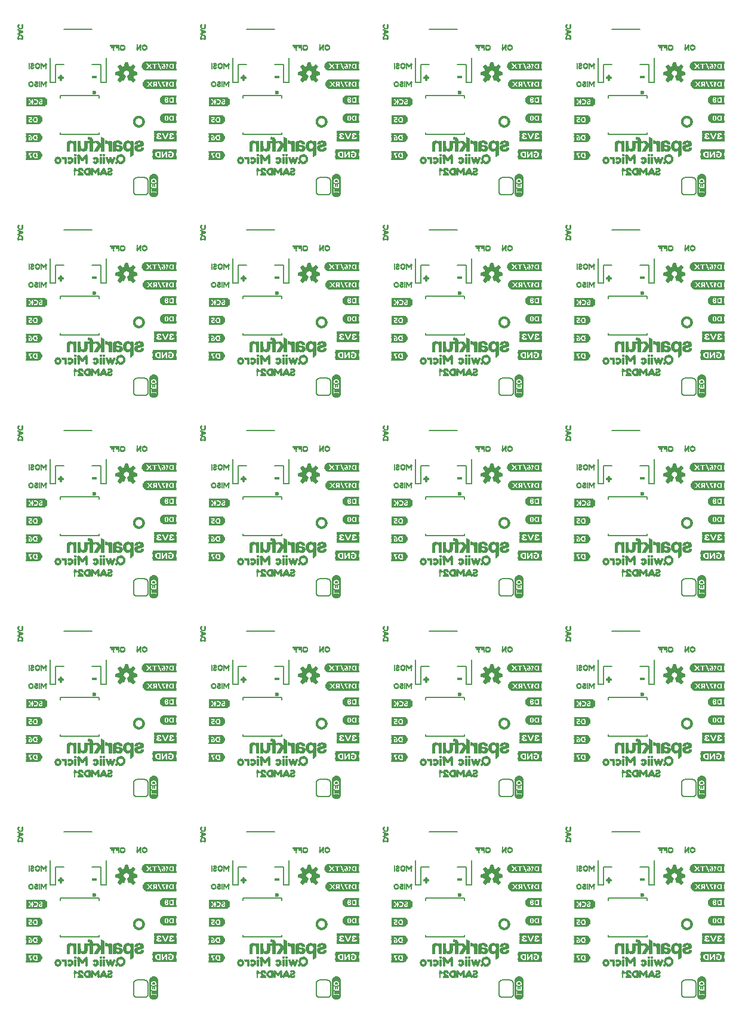
<source format=gbo>
G75*
%MOIN*%
%OFA0B0*%
%FSLAX25Y25*%
%IPPOS*%
%LPD*%
%AMOC8*
5,1,8,0,0,1.08239X$1,22.5*
%
%ADD10C,0.01200*%
%ADD11C,0.00591*%
%ADD12C,0.02362*%
%ADD13C,0.00800*%
%ADD14C,0.00300*%
%ADD15R,0.02559X0.00197*%
%ADD16R,0.02953X0.00197*%
%ADD17R,0.02953X0.00236*%
%ADD18R,0.00591X0.00197*%
%ADD19R,0.00984X0.00197*%
%ADD20R,0.01378X0.00197*%
%ADD21R,0.03346X0.00236*%
%ADD22R,0.03346X0.00197*%
%ADD23R,0.01378X0.00236*%
%ADD24R,0.00984X0.00236*%
%ADD25R,0.10039X0.00118*%
%ADD26R,0.10394X0.00118*%
%ADD27R,0.10630X0.00079*%
%ADD28R,0.10748X0.00157*%
%ADD29R,0.10866X0.00118*%
%ADD30R,0.10984X0.00118*%
%ADD31R,0.11102X0.00079*%
%ADD32R,0.02835X0.00118*%
%ADD33R,0.02480X0.00118*%
%ADD34R,0.02953X0.00118*%
%ADD35R,0.01654X0.00118*%
%ADD36R,0.02598X0.00157*%
%ADD37R,0.01772X0.00157*%
%ADD38R,0.00827X0.00157*%
%ADD39R,0.01063X0.00157*%
%ADD40R,0.01535X0.00157*%
%ADD41R,0.01299X0.00118*%
%ADD42R,0.00472X0.00118*%
%ADD43R,0.00945X0.00118*%
%ADD44R,0.01417X0.00118*%
%ADD45R,0.00354X0.00118*%
%ADD46R,0.00709X0.00118*%
%ADD47R,0.02598X0.00118*%
%ADD48R,0.00827X0.00118*%
%ADD49R,0.00236X0.00118*%
%ADD50R,0.00591X0.00118*%
%ADD51R,0.02480X0.00157*%
%ADD52R,0.00236X0.00157*%
%ADD53R,0.00472X0.00157*%
%ADD54R,0.01417X0.00157*%
%ADD55R,0.01535X0.00118*%
%ADD56R,0.01772X0.00118*%
%ADD57R,0.01181X0.00118*%
%ADD58R,0.01654X0.00157*%
%ADD59R,0.02008X0.00157*%
%ADD60R,0.00118X0.00157*%
%ADD61R,0.01890X0.00157*%
%ADD62R,0.02126X0.00118*%
%ADD63R,0.02008X0.00118*%
%ADD64R,0.02717X0.00118*%
%ADD65R,0.02244X0.00118*%
%ADD66R,0.02835X0.00157*%
%ADD67R,0.00354X0.00157*%
%ADD68R,0.02126X0.00157*%
%ADD69R,0.02362X0.00157*%
%ADD70R,0.02362X0.00118*%
%ADD71R,0.03189X0.00118*%
%ADD72R,0.03661X0.00118*%
%ADD73R,0.03898X0.00157*%
%ADD74R,0.00118X0.00118*%
%ADD75R,0.01890X0.00118*%
%ADD76R,0.01063X0.00118*%
%ADD77R,0.00591X0.00157*%
%ADD78R,0.00709X0.00157*%
%ADD79R,0.00945X0.00157*%
%ADD80R,0.11102X0.00118*%
%ADD81R,0.10748X0.00118*%
%ADD82R,0.10512X0.00118*%
%ADD83R,0.01299X0.00157*%
%ADD84R,0.01181X0.00157*%
%ADD85R,0.03425X0.00118*%
%ADD86R,0.02244X0.00157*%
%ADD87R,0.00118X0.09331*%
%ADD88R,0.00118X0.10039*%
%ADD89R,0.00079X0.10512*%
%ADD90R,0.00157X0.10984*%
%ADD91R,0.00118X0.11220*%
%ADD92R,0.00118X0.11457*%
%ADD93R,0.00079X0.11693*%
%ADD94R,0.00118X0.11929*%
%ADD95R,0.00157X0.02244*%
%ADD96R,0.00157X0.01890*%
%ADD97R,0.00157X0.00354*%
%ADD98R,0.00157X0.03071*%
%ADD99R,0.00118X0.02126*%
%ADD100R,0.00118X0.01890*%
%ADD101R,0.00118X0.00354*%
%ADD102R,0.00118X0.02835*%
%ADD103R,0.00118X0.02244*%
%ADD104R,0.00118X0.01772*%
%ADD105R,0.00118X0.02598*%
%ADD106R,0.00157X0.02362*%
%ADD107R,0.00157X0.01772*%
%ADD108R,0.00157X0.02717*%
%ADD109R,0.00118X0.02362*%
%ADD110R,0.00118X0.00472*%
%ADD111R,0.00118X0.02008*%
%ADD112R,0.00118X0.00709*%
%ADD113R,0.00118X0.02480*%
%ADD114R,0.00118X0.00945*%
%ADD115R,0.00157X0.02480*%
%ADD116R,0.00157X0.02008*%
%ADD117R,0.00157X0.01063*%
%ADD118R,0.00118X0.01063*%
%ADD119R,0.00118X0.00827*%
%ADD120R,0.00118X0.01181*%
%ADD121R,0.00157X0.00827*%
%ADD122R,0.00157X0.01181*%
%ADD123R,0.00118X0.00591*%
%ADD124R,0.00157X0.02598*%
%ADD125R,0.00118X0.02717*%
%ADD126R,0.00157X0.02953*%
%ADD127R,0.00118X0.03071*%
%ADD128R,0.00118X0.11693*%
%ADD129R,0.00118X0.10984*%
%ADD130R,0.00118X0.10512*%
%ADD131R,0.02717X0.00157*%
%ADD132R,0.07323X0.00118*%
%ADD133R,0.07677X0.00118*%
%ADD134R,0.07913X0.00079*%
%ADD135R,0.08150X0.00157*%
%ADD136R,0.08268X0.00118*%
%ADD137R,0.08386X0.00118*%
%ADD138R,0.08504X0.00079*%
%ADD139R,0.05197X0.00118*%
%ADD140R,0.08504X0.00118*%
%ADD141R,0.08150X0.00118*%
%ADD142R,0.07913X0.00118*%
%ADD143R,0.00787X0.00197*%
%ADD144R,0.01181X0.00197*%
%ADD145R,0.02165X0.00197*%
%ADD146R,0.03740X0.00197*%
%ADD147R,0.04134X0.00197*%
%ADD148R,0.00394X0.00197*%
%ADD149R,0.04528X0.00197*%
%ADD150R,0.01772X0.00197*%
%ADD151R,0.01575X0.00197*%
%ADD152R,0.03150X0.00197*%
%ADD153R,0.04724X0.00236*%
%ADD154R,0.01181X0.00236*%
%ADD155R,0.00394X0.00236*%
%ADD156R,0.04331X0.00197*%
%ADD157R,0.01772X0.00236*%
%ADD158R,0.01969X0.00236*%
%ADD159R,0.05118X0.00197*%
%ADD160R,0.04921X0.00197*%
%ADD161R,0.04724X0.00197*%
%ADD162R,0.02756X0.00236*%
%ADD163R,0.02165X0.00236*%
%ADD164R,0.00197X0.00197*%
%ADD165R,0.01969X0.00197*%
%ADD166R,0.02362X0.00197*%
%ADD167R,0.02756X0.00197*%
%ADD168R,0.05709X0.00197*%
%ADD169R,0.03543X0.00197*%
%ADD170R,0.01575X0.00236*%
%ADD171R,0.02362X0.00236*%
%ADD172R,0.01102X0.00157*%
%ADD173R,0.00157X0.00157*%
%ADD174R,0.01260X0.00157*%
%ADD175R,0.00787X0.00157*%
%ADD176R,0.02205X0.00157*%
%ADD177R,0.01732X0.00157*%
%ADD178R,0.02677X0.00157*%
%ADD179R,0.02047X0.00157*%
%ADD180R,0.02520X0.00157*%
%ADD181R,0.02992X0.00157*%
%ADD182R,0.03150X0.00157*%
%ADD183R,0.01575X0.00157*%
%ADD184R,0.03307X0.00157*%
%ADD185R,0.04567X0.00157*%
%ADD186R,0.00315X0.00157*%
%ADD187R,0.03465X0.00157*%
%ADD188R,0.03622X0.00157*%
%ADD189R,0.00630X0.00157*%
%ADD190R,0.03780X0.00157*%
%ADD191R,0.03937X0.00157*%
%ADD192R,0.13386X0.00157*%
%ADD193R,0.13386X0.00118*%
%ADD194R,0.02913X0.00118*%
%ADD195R,0.09646X0.00118*%
%ADD196R,0.02638X0.00157*%
%ADD197R,0.00551X0.00157*%
%ADD198R,0.01378X0.00118*%
%ADD199R,0.00433X0.00118*%
%ADD200R,0.01220X0.00157*%
%ADD201R,0.00433X0.00157*%
%ADD202R,0.01929X0.00118*%
%ADD203R,0.00551X0.00118*%
%ADD204R,0.01220X0.00118*%
%ADD205R,0.02087X0.00118*%
%ADD206R,0.01929X0.00157*%
%ADD207R,0.01811X0.00118*%
%ADD208R,0.00984X0.00118*%
%ADD209R,0.00669X0.00157*%
%ADD210R,0.02638X0.00118*%
%ADD211R,0.01260X0.00118*%
%ADD212R,0.00394X0.00157*%
%ADD213R,0.01378X0.00157*%
%ADD214R,0.00394X0.00118*%
%ADD215R,0.00276X0.00157*%
%ADD216R,0.00276X0.00118*%
%ADD217R,0.01102X0.00118*%
%ADD218R,0.00984X0.00157*%
%ADD219R,0.01811X0.00157*%
%ADD220R,0.02087X0.00157*%
%ADD221R,0.02205X0.00118*%
%ADD222R,0.01496X0.00157*%
%ADD223R,0.02756X0.00118*%
%ADD224R,0.00669X0.00118*%
%ADD225R,0.12520X0.00157*%
%ADD226R,0.12520X0.00118*%
%ADD227R,0.06220X0.00118*%
%ADD228R,0.02047X0.00118*%
%ADD229R,0.01496X0.00118*%
%ADD230R,0.03031X0.00118*%
%ADD231R,0.00157X0.00118*%
%ADD232R,0.00157X0.01654*%
%ADD233R,0.00157X0.00591*%
%ADD234R,0.00157X0.01299*%
%ADD235R,0.00118X0.01299*%
%ADD236R,0.00118X0.01417*%
%ADD237R,0.00118X0.00236*%
%ADD238R,0.00157X0.00945*%
%ADD239R,0.00157X0.01535*%
%ADD240R,0.00118X0.01654*%
%ADD241R,0.00157X0.02835*%
%ADD242R,0.00157X0.00709*%
%ADD243R,0.00118X0.01535*%
%ADD244R,0.17480X0.00118*%
%ADD245R,0.17835X0.00118*%
%ADD246R,0.18071X0.00079*%
%ADD247R,0.18307X0.00157*%
%ADD248R,0.18425X0.00118*%
%ADD249R,0.18543X0.00118*%
%ADD250R,0.09921X0.00079*%
%ADD251R,0.08386X0.00079*%
%ADD252R,0.09803X0.00118*%
%ADD253R,0.03071X0.00157*%
%ADD254R,0.03307X0.00118*%
%ADD255R,0.03425X0.00157*%
%ADD256R,0.09567X0.00118*%
%ADD257R,0.08622X0.00118*%
%ADD258R,0.18307X0.00118*%
%ADD259R,0.18071X0.00118*%
%ADD260R,0.17008X0.00118*%
%ADD261R,0.17362X0.00118*%
%ADD262R,0.17598X0.00079*%
%ADD263R,0.17835X0.00157*%
%ADD264R,0.17953X0.00118*%
%ADD265R,0.09094X0.00118*%
%ADD266R,0.17598X0.00118*%
%ADD267R,0.07087X0.00118*%
%ADD268R,0.07441X0.00118*%
%ADD269R,0.07677X0.00079*%
%ADD270R,0.07913X0.00157*%
%ADD271R,0.08031X0.00118*%
%ADD272R,0.08268X0.00079*%
D10*
X0096900Y0082750D02*
X0096902Y0082851D01*
X0096908Y0082953D01*
X0096918Y0083054D01*
X0096932Y0083154D01*
X0096949Y0083254D01*
X0096971Y0083353D01*
X0096996Y0083451D01*
X0097026Y0083549D01*
X0097059Y0083645D01*
X0097095Y0083739D01*
X0097136Y0083832D01*
X0097180Y0083924D01*
X0097227Y0084013D01*
X0097279Y0084101D01*
X0097333Y0084187D01*
X0097391Y0084270D01*
X0097452Y0084351D01*
X0097516Y0084430D01*
X0097583Y0084506D01*
X0097653Y0084579D01*
X0097725Y0084650D01*
X0097801Y0084718D01*
X0097879Y0084783D01*
X0097959Y0084844D01*
X0098042Y0084903D01*
X0098127Y0084958D01*
X0098215Y0085010D01*
X0098304Y0085059D01*
X0098395Y0085103D01*
X0098487Y0085145D01*
X0098582Y0085182D01*
X0098677Y0085216D01*
X0098774Y0085247D01*
X0098872Y0085273D01*
X0098971Y0085296D01*
X0099071Y0085314D01*
X0099171Y0085329D01*
X0099272Y0085340D01*
X0099373Y0085347D01*
X0099475Y0085350D01*
X0099576Y0085349D01*
X0099677Y0085344D01*
X0099779Y0085335D01*
X0099879Y0085322D01*
X0099979Y0085305D01*
X0100079Y0085285D01*
X0100177Y0085260D01*
X0100274Y0085232D01*
X0100371Y0085200D01*
X0100466Y0085164D01*
X0100559Y0085125D01*
X0100651Y0085081D01*
X0100741Y0085035D01*
X0100829Y0084985D01*
X0100915Y0084931D01*
X0100999Y0084874D01*
X0101081Y0084814D01*
X0101160Y0084751D01*
X0101237Y0084684D01*
X0101311Y0084615D01*
X0101383Y0084543D01*
X0101451Y0084468D01*
X0101517Y0084391D01*
X0101579Y0084311D01*
X0101639Y0084229D01*
X0101695Y0084144D01*
X0101747Y0084057D01*
X0101797Y0083969D01*
X0101843Y0083878D01*
X0101885Y0083786D01*
X0101923Y0083692D01*
X0101958Y0083597D01*
X0101989Y0083500D01*
X0102017Y0083402D01*
X0102040Y0083304D01*
X0102060Y0083204D01*
X0102076Y0083104D01*
X0102088Y0083003D01*
X0102096Y0082902D01*
X0102100Y0082801D01*
X0102100Y0082699D01*
X0102096Y0082598D01*
X0102088Y0082497D01*
X0102076Y0082396D01*
X0102060Y0082296D01*
X0102040Y0082196D01*
X0102017Y0082098D01*
X0101989Y0082000D01*
X0101958Y0081903D01*
X0101923Y0081808D01*
X0101885Y0081714D01*
X0101843Y0081622D01*
X0101797Y0081531D01*
X0101747Y0081443D01*
X0101695Y0081356D01*
X0101639Y0081271D01*
X0101579Y0081189D01*
X0101517Y0081109D01*
X0101451Y0081032D01*
X0101383Y0080957D01*
X0101311Y0080885D01*
X0101237Y0080816D01*
X0101160Y0080749D01*
X0101081Y0080686D01*
X0100999Y0080626D01*
X0100915Y0080569D01*
X0100829Y0080515D01*
X0100741Y0080465D01*
X0100651Y0080419D01*
X0100559Y0080375D01*
X0100466Y0080336D01*
X0100371Y0080300D01*
X0100274Y0080268D01*
X0100177Y0080240D01*
X0100079Y0080215D01*
X0099979Y0080195D01*
X0099879Y0080178D01*
X0099779Y0080165D01*
X0099677Y0080156D01*
X0099576Y0080151D01*
X0099475Y0080150D01*
X0099373Y0080153D01*
X0099272Y0080160D01*
X0099171Y0080171D01*
X0099071Y0080186D01*
X0098971Y0080204D01*
X0098872Y0080227D01*
X0098774Y0080253D01*
X0098677Y0080284D01*
X0098582Y0080318D01*
X0098487Y0080355D01*
X0098395Y0080397D01*
X0098304Y0080441D01*
X0098215Y0080490D01*
X0098127Y0080542D01*
X0098042Y0080597D01*
X0097959Y0080656D01*
X0097879Y0080717D01*
X0097801Y0080782D01*
X0097725Y0080850D01*
X0097653Y0080921D01*
X0097583Y0080994D01*
X0097516Y0081070D01*
X0097452Y0081149D01*
X0097391Y0081230D01*
X0097333Y0081313D01*
X0097279Y0081399D01*
X0097227Y0081487D01*
X0097180Y0081576D01*
X0097136Y0081668D01*
X0097095Y0081761D01*
X0097059Y0081855D01*
X0097026Y0081951D01*
X0096996Y0082049D01*
X0096971Y0082147D01*
X0096949Y0082246D01*
X0096932Y0082346D01*
X0096918Y0082446D01*
X0096908Y0082547D01*
X0096902Y0082649D01*
X0096900Y0082750D01*
X0096900Y0194750D02*
X0096902Y0194851D01*
X0096908Y0194953D01*
X0096918Y0195054D01*
X0096932Y0195154D01*
X0096949Y0195254D01*
X0096971Y0195353D01*
X0096996Y0195451D01*
X0097026Y0195549D01*
X0097059Y0195645D01*
X0097095Y0195739D01*
X0097136Y0195832D01*
X0097180Y0195924D01*
X0097227Y0196013D01*
X0097279Y0196101D01*
X0097333Y0196187D01*
X0097391Y0196270D01*
X0097452Y0196351D01*
X0097516Y0196430D01*
X0097583Y0196506D01*
X0097653Y0196579D01*
X0097725Y0196650D01*
X0097801Y0196718D01*
X0097879Y0196783D01*
X0097959Y0196844D01*
X0098042Y0196903D01*
X0098127Y0196958D01*
X0098215Y0197010D01*
X0098304Y0197059D01*
X0098395Y0197103D01*
X0098487Y0197145D01*
X0098582Y0197182D01*
X0098677Y0197216D01*
X0098774Y0197247D01*
X0098872Y0197273D01*
X0098971Y0197296D01*
X0099071Y0197314D01*
X0099171Y0197329D01*
X0099272Y0197340D01*
X0099373Y0197347D01*
X0099475Y0197350D01*
X0099576Y0197349D01*
X0099677Y0197344D01*
X0099779Y0197335D01*
X0099879Y0197322D01*
X0099979Y0197305D01*
X0100079Y0197285D01*
X0100177Y0197260D01*
X0100274Y0197232D01*
X0100371Y0197200D01*
X0100466Y0197164D01*
X0100559Y0197125D01*
X0100651Y0197081D01*
X0100741Y0197035D01*
X0100829Y0196985D01*
X0100915Y0196931D01*
X0100999Y0196874D01*
X0101081Y0196814D01*
X0101160Y0196751D01*
X0101237Y0196684D01*
X0101311Y0196615D01*
X0101383Y0196543D01*
X0101451Y0196468D01*
X0101517Y0196391D01*
X0101579Y0196311D01*
X0101639Y0196229D01*
X0101695Y0196144D01*
X0101747Y0196057D01*
X0101797Y0195969D01*
X0101843Y0195878D01*
X0101885Y0195786D01*
X0101923Y0195692D01*
X0101958Y0195597D01*
X0101989Y0195500D01*
X0102017Y0195402D01*
X0102040Y0195304D01*
X0102060Y0195204D01*
X0102076Y0195104D01*
X0102088Y0195003D01*
X0102096Y0194902D01*
X0102100Y0194801D01*
X0102100Y0194699D01*
X0102096Y0194598D01*
X0102088Y0194497D01*
X0102076Y0194396D01*
X0102060Y0194296D01*
X0102040Y0194196D01*
X0102017Y0194098D01*
X0101989Y0194000D01*
X0101958Y0193903D01*
X0101923Y0193808D01*
X0101885Y0193714D01*
X0101843Y0193622D01*
X0101797Y0193531D01*
X0101747Y0193443D01*
X0101695Y0193356D01*
X0101639Y0193271D01*
X0101579Y0193189D01*
X0101517Y0193109D01*
X0101451Y0193032D01*
X0101383Y0192957D01*
X0101311Y0192885D01*
X0101237Y0192816D01*
X0101160Y0192749D01*
X0101081Y0192686D01*
X0100999Y0192626D01*
X0100915Y0192569D01*
X0100829Y0192515D01*
X0100741Y0192465D01*
X0100651Y0192419D01*
X0100559Y0192375D01*
X0100466Y0192336D01*
X0100371Y0192300D01*
X0100274Y0192268D01*
X0100177Y0192240D01*
X0100079Y0192215D01*
X0099979Y0192195D01*
X0099879Y0192178D01*
X0099779Y0192165D01*
X0099677Y0192156D01*
X0099576Y0192151D01*
X0099475Y0192150D01*
X0099373Y0192153D01*
X0099272Y0192160D01*
X0099171Y0192171D01*
X0099071Y0192186D01*
X0098971Y0192204D01*
X0098872Y0192227D01*
X0098774Y0192253D01*
X0098677Y0192284D01*
X0098582Y0192318D01*
X0098487Y0192355D01*
X0098395Y0192397D01*
X0098304Y0192441D01*
X0098215Y0192490D01*
X0098127Y0192542D01*
X0098042Y0192597D01*
X0097959Y0192656D01*
X0097879Y0192717D01*
X0097801Y0192782D01*
X0097725Y0192850D01*
X0097653Y0192921D01*
X0097583Y0192994D01*
X0097516Y0193070D01*
X0097452Y0193149D01*
X0097391Y0193230D01*
X0097333Y0193313D01*
X0097279Y0193399D01*
X0097227Y0193487D01*
X0097180Y0193576D01*
X0097136Y0193668D01*
X0097095Y0193761D01*
X0097059Y0193855D01*
X0097026Y0193951D01*
X0096996Y0194049D01*
X0096971Y0194147D01*
X0096949Y0194246D01*
X0096932Y0194346D01*
X0096918Y0194446D01*
X0096908Y0194547D01*
X0096902Y0194649D01*
X0096900Y0194750D01*
X0096900Y0306750D02*
X0096902Y0306851D01*
X0096908Y0306953D01*
X0096918Y0307054D01*
X0096932Y0307154D01*
X0096949Y0307254D01*
X0096971Y0307353D01*
X0096996Y0307451D01*
X0097026Y0307549D01*
X0097059Y0307645D01*
X0097095Y0307739D01*
X0097136Y0307832D01*
X0097180Y0307924D01*
X0097227Y0308013D01*
X0097279Y0308101D01*
X0097333Y0308187D01*
X0097391Y0308270D01*
X0097452Y0308351D01*
X0097516Y0308430D01*
X0097583Y0308506D01*
X0097653Y0308579D01*
X0097725Y0308650D01*
X0097801Y0308718D01*
X0097879Y0308783D01*
X0097959Y0308844D01*
X0098042Y0308903D01*
X0098127Y0308958D01*
X0098215Y0309010D01*
X0098304Y0309059D01*
X0098395Y0309103D01*
X0098487Y0309145D01*
X0098582Y0309182D01*
X0098677Y0309216D01*
X0098774Y0309247D01*
X0098872Y0309273D01*
X0098971Y0309296D01*
X0099071Y0309314D01*
X0099171Y0309329D01*
X0099272Y0309340D01*
X0099373Y0309347D01*
X0099475Y0309350D01*
X0099576Y0309349D01*
X0099677Y0309344D01*
X0099779Y0309335D01*
X0099879Y0309322D01*
X0099979Y0309305D01*
X0100079Y0309285D01*
X0100177Y0309260D01*
X0100274Y0309232D01*
X0100371Y0309200D01*
X0100466Y0309164D01*
X0100559Y0309125D01*
X0100651Y0309081D01*
X0100741Y0309035D01*
X0100829Y0308985D01*
X0100915Y0308931D01*
X0100999Y0308874D01*
X0101081Y0308814D01*
X0101160Y0308751D01*
X0101237Y0308684D01*
X0101311Y0308615D01*
X0101383Y0308543D01*
X0101451Y0308468D01*
X0101517Y0308391D01*
X0101579Y0308311D01*
X0101639Y0308229D01*
X0101695Y0308144D01*
X0101747Y0308057D01*
X0101797Y0307969D01*
X0101843Y0307878D01*
X0101885Y0307786D01*
X0101923Y0307692D01*
X0101958Y0307597D01*
X0101989Y0307500D01*
X0102017Y0307402D01*
X0102040Y0307304D01*
X0102060Y0307204D01*
X0102076Y0307104D01*
X0102088Y0307003D01*
X0102096Y0306902D01*
X0102100Y0306801D01*
X0102100Y0306699D01*
X0102096Y0306598D01*
X0102088Y0306497D01*
X0102076Y0306396D01*
X0102060Y0306296D01*
X0102040Y0306196D01*
X0102017Y0306098D01*
X0101989Y0306000D01*
X0101958Y0305903D01*
X0101923Y0305808D01*
X0101885Y0305714D01*
X0101843Y0305622D01*
X0101797Y0305531D01*
X0101747Y0305443D01*
X0101695Y0305356D01*
X0101639Y0305271D01*
X0101579Y0305189D01*
X0101517Y0305109D01*
X0101451Y0305032D01*
X0101383Y0304957D01*
X0101311Y0304885D01*
X0101237Y0304816D01*
X0101160Y0304749D01*
X0101081Y0304686D01*
X0100999Y0304626D01*
X0100915Y0304569D01*
X0100829Y0304515D01*
X0100741Y0304465D01*
X0100651Y0304419D01*
X0100559Y0304375D01*
X0100466Y0304336D01*
X0100371Y0304300D01*
X0100274Y0304268D01*
X0100177Y0304240D01*
X0100079Y0304215D01*
X0099979Y0304195D01*
X0099879Y0304178D01*
X0099779Y0304165D01*
X0099677Y0304156D01*
X0099576Y0304151D01*
X0099475Y0304150D01*
X0099373Y0304153D01*
X0099272Y0304160D01*
X0099171Y0304171D01*
X0099071Y0304186D01*
X0098971Y0304204D01*
X0098872Y0304227D01*
X0098774Y0304253D01*
X0098677Y0304284D01*
X0098582Y0304318D01*
X0098487Y0304355D01*
X0098395Y0304397D01*
X0098304Y0304441D01*
X0098215Y0304490D01*
X0098127Y0304542D01*
X0098042Y0304597D01*
X0097959Y0304656D01*
X0097879Y0304717D01*
X0097801Y0304782D01*
X0097725Y0304850D01*
X0097653Y0304921D01*
X0097583Y0304994D01*
X0097516Y0305070D01*
X0097452Y0305149D01*
X0097391Y0305230D01*
X0097333Y0305313D01*
X0097279Y0305399D01*
X0097227Y0305487D01*
X0097180Y0305576D01*
X0097136Y0305668D01*
X0097095Y0305761D01*
X0097059Y0305855D01*
X0097026Y0305951D01*
X0096996Y0306049D01*
X0096971Y0306147D01*
X0096949Y0306246D01*
X0096932Y0306346D01*
X0096918Y0306446D01*
X0096908Y0306547D01*
X0096902Y0306649D01*
X0096900Y0306750D01*
X0096900Y0418750D02*
X0096902Y0418851D01*
X0096908Y0418953D01*
X0096918Y0419054D01*
X0096932Y0419154D01*
X0096949Y0419254D01*
X0096971Y0419353D01*
X0096996Y0419451D01*
X0097026Y0419549D01*
X0097059Y0419645D01*
X0097095Y0419739D01*
X0097136Y0419832D01*
X0097180Y0419924D01*
X0097227Y0420013D01*
X0097279Y0420101D01*
X0097333Y0420187D01*
X0097391Y0420270D01*
X0097452Y0420351D01*
X0097516Y0420430D01*
X0097583Y0420506D01*
X0097653Y0420579D01*
X0097725Y0420650D01*
X0097801Y0420718D01*
X0097879Y0420783D01*
X0097959Y0420844D01*
X0098042Y0420903D01*
X0098127Y0420958D01*
X0098215Y0421010D01*
X0098304Y0421059D01*
X0098395Y0421103D01*
X0098487Y0421145D01*
X0098582Y0421182D01*
X0098677Y0421216D01*
X0098774Y0421247D01*
X0098872Y0421273D01*
X0098971Y0421296D01*
X0099071Y0421314D01*
X0099171Y0421329D01*
X0099272Y0421340D01*
X0099373Y0421347D01*
X0099475Y0421350D01*
X0099576Y0421349D01*
X0099677Y0421344D01*
X0099779Y0421335D01*
X0099879Y0421322D01*
X0099979Y0421305D01*
X0100079Y0421285D01*
X0100177Y0421260D01*
X0100274Y0421232D01*
X0100371Y0421200D01*
X0100466Y0421164D01*
X0100559Y0421125D01*
X0100651Y0421081D01*
X0100741Y0421035D01*
X0100829Y0420985D01*
X0100915Y0420931D01*
X0100999Y0420874D01*
X0101081Y0420814D01*
X0101160Y0420751D01*
X0101237Y0420684D01*
X0101311Y0420615D01*
X0101383Y0420543D01*
X0101451Y0420468D01*
X0101517Y0420391D01*
X0101579Y0420311D01*
X0101639Y0420229D01*
X0101695Y0420144D01*
X0101747Y0420057D01*
X0101797Y0419969D01*
X0101843Y0419878D01*
X0101885Y0419786D01*
X0101923Y0419692D01*
X0101958Y0419597D01*
X0101989Y0419500D01*
X0102017Y0419402D01*
X0102040Y0419304D01*
X0102060Y0419204D01*
X0102076Y0419104D01*
X0102088Y0419003D01*
X0102096Y0418902D01*
X0102100Y0418801D01*
X0102100Y0418699D01*
X0102096Y0418598D01*
X0102088Y0418497D01*
X0102076Y0418396D01*
X0102060Y0418296D01*
X0102040Y0418196D01*
X0102017Y0418098D01*
X0101989Y0418000D01*
X0101958Y0417903D01*
X0101923Y0417808D01*
X0101885Y0417714D01*
X0101843Y0417622D01*
X0101797Y0417531D01*
X0101747Y0417443D01*
X0101695Y0417356D01*
X0101639Y0417271D01*
X0101579Y0417189D01*
X0101517Y0417109D01*
X0101451Y0417032D01*
X0101383Y0416957D01*
X0101311Y0416885D01*
X0101237Y0416816D01*
X0101160Y0416749D01*
X0101081Y0416686D01*
X0100999Y0416626D01*
X0100915Y0416569D01*
X0100829Y0416515D01*
X0100741Y0416465D01*
X0100651Y0416419D01*
X0100559Y0416375D01*
X0100466Y0416336D01*
X0100371Y0416300D01*
X0100274Y0416268D01*
X0100177Y0416240D01*
X0100079Y0416215D01*
X0099979Y0416195D01*
X0099879Y0416178D01*
X0099779Y0416165D01*
X0099677Y0416156D01*
X0099576Y0416151D01*
X0099475Y0416150D01*
X0099373Y0416153D01*
X0099272Y0416160D01*
X0099171Y0416171D01*
X0099071Y0416186D01*
X0098971Y0416204D01*
X0098872Y0416227D01*
X0098774Y0416253D01*
X0098677Y0416284D01*
X0098582Y0416318D01*
X0098487Y0416355D01*
X0098395Y0416397D01*
X0098304Y0416441D01*
X0098215Y0416490D01*
X0098127Y0416542D01*
X0098042Y0416597D01*
X0097959Y0416656D01*
X0097879Y0416717D01*
X0097801Y0416782D01*
X0097725Y0416850D01*
X0097653Y0416921D01*
X0097583Y0416994D01*
X0097516Y0417070D01*
X0097452Y0417149D01*
X0097391Y0417230D01*
X0097333Y0417313D01*
X0097279Y0417399D01*
X0097227Y0417487D01*
X0097180Y0417576D01*
X0097136Y0417668D01*
X0097095Y0417761D01*
X0097059Y0417855D01*
X0097026Y0417951D01*
X0096996Y0418049D01*
X0096971Y0418147D01*
X0096949Y0418246D01*
X0096932Y0418346D01*
X0096918Y0418446D01*
X0096908Y0418547D01*
X0096902Y0418649D01*
X0096900Y0418750D01*
X0096900Y0530750D02*
X0096902Y0530851D01*
X0096908Y0530953D01*
X0096918Y0531054D01*
X0096932Y0531154D01*
X0096949Y0531254D01*
X0096971Y0531353D01*
X0096996Y0531451D01*
X0097026Y0531549D01*
X0097059Y0531645D01*
X0097095Y0531739D01*
X0097136Y0531832D01*
X0097180Y0531924D01*
X0097227Y0532013D01*
X0097279Y0532101D01*
X0097333Y0532187D01*
X0097391Y0532270D01*
X0097452Y0532351D01*
X0097516Y0532430D01*
X0097583Y0532506D01*
X0097653Y0532579D01*
X0097725Y0532650D01*
X0097801Y0532718D01*
X0097879Y0532783D01*
X0097959Y0532844D01*
X0098042Y0532903D01*
X0098127Y0532958D01*
X0098215Y0533010D01*
X0098304Y0533059D01*
X0098395Y0533103D01*
X0098487Y0533145D01*
X0098582Y0533182D01*
X0098677Y0533216D01*
X0098774Y0533247D01*
X0098872Y0533273D01*
X0098971Y0533296D01*
X0099071Y0533314D01*
X0099171Y0533329D01*
X0099272Y0533340D01*
X0099373Y0533347D01*
X0099475Y0533350D01*
X0099576Y0533349D01*
X0099677Y0533344D01*
X0099779Y0533335D01*
X0099879Y0533322D01*
X0099979Y0533305D01*
X0100079Y0533285D01*
X0100177Y0533260D01*
X0100274Y0533232D01*
X0100371Y0533200D01*
X0100466Y0533164D01*
X0100559Y0533125D01*
X0100651Y0533081D01*
X0100741Y0533035D01*
X0100829Y0532985D01*
X0100915Y0532931D01*
X0100999Y0532874D01*
X0101081Y0532814D01*
X0101160Y0532751D01*
X0101237Y0532684D01*
X0101311Y0532615D01*
X0101383Y0532543D01*
X0101451Y0532468D01*
X0101517Y0532391D01*
X0101579Y0532311D01*
X0101639Y0532229D01*
X0101695Y0532144D01*
X0101747Y0532057D01*
X0101797Y0531969D01*
X0101843Y0531878D01*
X0101885Y0531786D01*
X0101923Y0531692D01*
X0101958Y0531597D01*
X0101989Y0531500D01*
X0102017Y0531402D01*
X0102040Y0531304D01*
X0102060Y0531204D01*
X0102076Y0531104D01*
X0102088Y0531003D01*
X0102096Y0530902D01*
X0102100Y0530801D01*
X0102100Y0530699D01*
X0102096Y0530598D01*
X0102088Y0530497D01*
X0102076Y0530396D01*
X0102060Y0530296D01*
X0102040Y0530196D01*
X0102017Y0530098D01*
X0101989Y0530000D01*
X0101958Y0529903D01*
X0101923Y0529808D01*
X0101885Y0529714D01*
X0101843Y0529622D01*
X0101797Y0529531D01*
X0101747Y0529443D01*
X0101695Y0529356D01*
X0101639Y0529271D01*
X0101579Y0529189D01*
X0101517Y0529109D01*
X0101451Y0529032D01*
X0101383Y0528957D01*
X0101311Y0528885D01*
X0101237Y0528816D01*
X0101160Y0528749D01*
X0101081Y0528686D01*
X0100999Y0528626D01*
X0100915Y0528569D01*
X0100829Y0528515D01*
X0100741Y0528465D01*
X0100651Y0528419D01*
X0100559Y0528375D01*
X0100466Y0528336D01*
X0100371Y0528300D01*
X0100274Y0528268D01*
X0100177Y0528240D01*
X0100079Y0528215D01*
X0099979Y0528195D01*
X0099879Y0528178D01*
X0099779Y0528165D01*
X0099677Y0528156D01*
X0099576Y0528151D01*
X0099475Y0528150D01*
X0099373Y0528153D01*
X0099272Y0528160D01*
X0099171Y0528171D01*
X0099071Y0528186D01*
X0098971Y0528204D01*
X0098872Y0528227D01*
X0098774Y0528253D01*
X0098677Y0528284D01*
X0098582Y0528318D01*
X0098487Y0528355D01*
X0098395Y0528397D01*
X0098304Y0528441D01*
X0098215Y0528490D01*
X0098127Y0528542D01*
X0098042Y0528597D01*
X0097959Y0528656D01*
X0097879Y0528717D01*
X0097801Y0528782D01*
X0097725Y0528850D01*
X0097653Y0528921D01*
X0097583Y0528994D01*
X0097516Y0529070D01*
X0097452Y0529149D01*
X0097391Y0529230D01*
X0097333Y0529313D01*
X0097279Y0529399D01*
X0097227Y0529487D01*
X0097180Y0529576D01*
X0097136Y0529668D01*
X0097095Y0529761D01*
X0097059Y0529855D01*
X0097026Y0529951D01*
X0096996Y0530049D01*
X0096971Y0530147D01*
X0096949Y0530246D01*
X0096932Y0530346D01*
X0096918Y0530446D01*
X0096908Y0530547D01*
X0096902Y0530649D01*
X0096900Y0530750D01*
X0198900Y0530750D02*
X0198902Y0530851D01*
X0198908Y0530953D01*
X0198918Y0531054D01*
X0198932Y0531154D01*
X0198949Y0531254D01*
X0198971Y0531353D01*
X0198996Y0531451D01*
X0199026Y0531549D01*
X0199059Y0531645D01*
X0199095Y0531739D01*
X0199136Y0531832D01*
X0199180Y0531924D01*
X0199227Y0532013D01*
X0199279Y0532101D01*
X0199333Y0532187D01*
X0199391Y0532270D01*
X0199452Y0532351D01*
X0199516Y0532430D01*
X0199583Y0532506D01*
X0199653Y0532579D01*
X0199725Y0532650D01*
X0199801Y0532718D01*
X0199879Y0532783D01*
X0199959Y0532844D01*
X0200042Y0532903D01*
X0200127Y0532958D01*
X0200215Y0533010D01*
X0200304Y0533059D01*
X0200395Y0533103D01*
X0200487Y0533145D01*
X0200582Y0533182D01*
X0200677Y0533216D01*
X0200774Y0533247D01*
X0200872Y0533273D01*
X0200971Y0533296D01*
X0201071Y0533314D01*
X0201171Y0533329D01*
X0201272Y0533340D01*
X0201373Y0533347D01*
X0201475Y0533350D01*
X0201576Y0533349D01*
X0201677Y0533344D01*
X0201779Y0533335D01*
X0201879Y0533322D01*
X0201979Y0533305D01*
X0202079Y0533285D01*
X0202177Y0533260D01*
X0202274Y0533232D01*
X0202371Y0533200D01*
X0202466Y0533164D01*
X0202559Y0533125D01*
X0202651Y0533081D01*
X0202741Y0533035D01*
X0202829Y0532985D01*
X0202915Y0532931D01*
X0202999Y0532874D01*
X0203081Y0532814D01*
X0203160Y0532751D01*
X0203237Y0532684D01*
X0203311Y0532615D01*
X0203383Y0532543D01*
X0203451Y0532468D01*
X0203517Y0532391D01*
X0203579Y0532311D01*
X0203639Y0532229D01*
X0203695Y0532144D01*
X0203747Y0532057D01*
X0203797Y0531969D01*
X0203843Y0531878D01*
X0203885Y0531786D01*
X0203923Y0531692D01*
X0203958Y0531597D01*
X0203989Y0531500D01*
X0204017Y0531402D01*
X0204040Y0531304D01*
X0204060Y0531204D01*
X0204076Y0531104D01*
X0204088Y0531003D01*
X0204096Y0530902D01*
X0204100Y0530801D01*
X0204100Y0530699D01*
X0204096Y0530598D01*
X0204088Y0530497D01*
X0204076Y0530396D01*
X0204060Y0530296D01*
X0204040Y0530196D01*
X0204017Y0530098D01*
X0203989Y0530000D01*
X0203958Y0529903D01*
X0203923Y0529808D01*
X0203885Y0529714D01*
X0203843Y0529622D01*
X0203797Y0529531D01*
X0203747Y0529443D01*
X0203695Y0529356D01*
X0203639Y0529271D01*
X0203579Y0529189D01*
X0203517Y0529109D01*
X0203451Y0529032D01*
X0203383Y0528957D01*
X0203311Y0528885D01*
X0203237Y0528816D01*
X0203160Y0528749D01*
X0203081Y0528686D01*
X0202999Y0528626D01*
X0202915Y0528569D01*
X0202829Y0528515D01*
X0202741Y0528465D01*
X0202651Y0528419D01*
X0202559Y0528375D01*
X0202466Y0528336D01*
X0202371Y0528300D01*
X0202274Y0528268D01*
X0202177Y0528240D01*
X0202079Y0528215D01*
X0201979Y0528195D01*
X0201879Y0528178D01*
X0201779Y0528165D01*
X0201677Y0528156D01*
X0201576Y0528151D01*
X0201475Y0528150D01*
X0201373Y0528153D01*
X0201272Y0528160D01*
X0201171Y0528171D01*
X0201071Y0528186D01*
X0200971Y0528204D01*
X0200872Y0528227D01*
X0200774Y0528253D01*
X0200677Y0528284D01*
X0200582Y0528318D01*
X0200487Y0528355D01*
X0200395Y0528397D01*
X0200304Y0528441D01*
X0200215Y0528490D01*
X0200127Y0528542D01*
X0200042Y0528597D01*
X0199959Y0528656D01*
X0199879Y0528717D01*
X0199801Y0528782D01*
X0199725Y0528850D01*
X0199653Y0528921D01*
X0199583Y0528994D01*
X0199516Y0529070D01*
X0199452Y0529149D01*
X0199391Y0529230D01*
X0199333Y0529313D01*
X0199279Y0529399D01*
X0199227Y0529487D01*
X0199180Y0529576D01*
X0199136Y0529668D01*
X0199095Y0529761D01*
X0199059Y0529855D01*
X0199026Y0529951D01*
X0198996Y0530049D01*
X0198971Y0530147D01*
X0198949Y0530246D01*
X0198932Y0530346D01*
X0198918Y0530446D01*
X0198908Y0530547D01*
X0198902Y0530649D01*
X0198900Y0530750D01*
X0198900Y0418750D02*
X0198902Y0418851D01*
X0198908Y0418953D01*
X0198918Y0419054D01*
X0198932Y0419154D01*
X0198949Y0419254D01*
X0198971Y0419353D01*
X0198996Y0419451D01*
X0199026Y0419549D01*
X0199059Y0419645D01*
X0199095Y0419739D01*
X0199136Y0419832D01*
X0199180Y0419924D01*
X0199227Y0420013D01*
X0199279Y0420101D01*
X0199333Y0420187D01*
X0199391Y0420270D01*
X0199452Y0420351D01*
X0199516Y0420430D01*
X0199583Y0420506D01*
X0199653Y0420579D01*
X0199725Y0420650D01*
X0199801Y0420718D01*
X0199879Y0420783D01*
X0199959Y0420844D01*
X0200042Y0420903D01*
X0200127Y0420958D01*
X0200215Y0421010D01*
X0200304Y0421059D01*
X0200395Y0421103D01*
X0200487Y0421145D01*
X0200582Y0421182D01*
X0200677Y0421216D01*
X0200774Y0421247D01*
X0200872Y0421273D01*
X0200971Y0421296D01*
X0201071Y0421314D01*
X0201171Y0421329D01*
X0201272Y0421340D01*
X0201373Y0421347D01*
X0201475Y0421350D01*
X0201576Y0421349D01*
X0201677Y0421344D01*
X0201779Y0421335D01*
X0201879Y0421322D01*
X0201979Y0421305D01*
X0202079Y0421285D01*
X0202177Y0421260D01*
X0202274Y0421232D01*
X0202371Y0421200D01*
X0202466Y0421164D01*
X0202559Y0421125D01*
X0202651Y0421081D01*
X0202741Y0421035D01*
X0202829Y0420985D01*
X0202915Y0420931D01*
X0202999Y0420874D01*
X0203081Y0420814D01*
X0203160Y0420751D01*
X0203237Y0420684D01*
X0203311Y0420615D01*
X0203383Y0420543D01*
X0203451Y0420468D01*
X0203517Y0420391D01*
X0203579Y0420311D01*
X0203639Y0420229D01*
X0203695Y0420144D01*
X0203747Y0420057D01*
X0203797Y0419969D01*
X0203843Y0419878D01*
X0203885Y0419786D01*
X0203923Y0419692D01*
X0203958Y0419597D01*
X0203989Y0419500D01*
X0204017Y0419402D01*
X0204040Y0419304D01*
X0204060Y0419204D01*
X0204076Y0419104D01*
X0204088Y0419003D01*
X0204096Y0418902D01*
X0204100Y0418801D01*
X0204100Y0418699D01*
X0204096Y0418598D01*
X0204088Y0418497D01*
X0204076Y0418396D01*
X0204060Y0418296D01*
X0204040Y0418196D01*
X0204017Y0418098D01*
X0203989Y0418000D01*
X0203958Y0417903D01*
X0203923Y0417808D01*
X0203885Y0417714D01*
X0203843Y0417622D01*
X0203797Y0417531D01*
X0203747Y0417443D01*
X0203695Y0417356D01*
X0203639Y0417271D01*
X0203579Y0417189D01*
X0203517Y0417109D01*
X0203451Y0417032D01*
X0203383Y0416957D01*
X0203311Y0416885D01*
X0203237Y0416816D01*
X0203160Y0416749D01*
X0203081Y0416686D01*
X0202999Y0416626D01*
X0202915Y0416569D01*
X0202829Y0416515D01*
X0202741Y0416465D01*
X0202651Y0416419D01*
X0202559Y0416375D01*
X0202466Y0416336D01*
X0202371Y0416300D01*
X0202274Y0416268D01*
X0202177Y0416240D01*
X0202079Y0416215D01*
X0201979Y0416195D01*
X0201879Y0416178D01*
X0201779Y0416165D01*
X0201677Y0416156D01*
X0201576Y0416151D01*
X0201475Y0416150D01*
X0201373Y0416153D01*
X0201272Y0416160D01*
X0201171Y0416171D01*
X0201071Y0416186D01*
X0200971Y0416204D01*
X0200872Y0416227D01*
X0200774Y0416253D01*
X0200677Y0416284D01*
X0200582Y0416318D01*
X0200487Y0416355D01*
X0200395Y0416397D01*
X0200304Y0416441D01*
X0200215Y0416490D01*
X0200127Y0416542D01*
X0200042Y0416597D01*
X0199959Y0416656D01*
X0199879Y0416717D01*
X0199801Y0416782D01*
X0199725Y0416850D01*
X0199653Y0416921D01*
X0199583Y0416994D01*
X0199516Y0417070D01*
X0199452Y0417149D01*
X0199391Y0417230D01*
X0199333Y0417313D01*
X0199279Y0417399D01*
X0199227Y0417487D01*
X0199180Y0417576D01*
X0199136Y0417668D01*
X0199095Y0417761D01*
X0199059Y0417855D01*
X0199026Y0417951D01*
X0198996Y0418049D01*
X0198971Y0418147D01*
X0198949Y0418246D01*
X0198932Y0418346D01*
X0198918Y0418446D01*
X0198908Y0418547D01*
X0198902Y0418649D01*
X0198900Y0418750D01*
X0198900Y0306750D02*
X0198902Y0306851D01*
X0198908Y0306953D01*
X0198918Y0307054D01*
X0198932Y0307154D01*
X0198949Y0307254D01*
X0198971Y0307353D01*
X0198996Y0307451D01*
X0199026Y0307549D01*
X0199059Y0307645D01*
X0199095Y0307739D01*
X0199136Y0307832D01*
X0199180Y0307924D01*
X0199227Y0308013D01*
X0199279Y0308101D01*
X0199333Y0308187D01*
X0199391Y0308270D01*
X0199452Y0308351D01*
X0199516Y0308430D01*
X0199583Y0308506D01*
X0199653Y0308579D01*
X0199725Y0308650D01*
X0199801Y0308718D01*
X0199879Y0308783D01*
X0199959Y0308844D01*
X0200042Y0308903D01*
X0200127Y0308958D01*
X0200215Y0309010D01*
X0200304Y0309059D01*
X0200395Y0309103D01*
X0200487Y0309145D01*
X0200582Y0309182D01*
X0200677Y0309216D01*
X0200774Y0309247D01*
X0200872Y0309273D01*
X0200971Y0309296D01*
X0201071Y0309314D01*
X0201171Y0309329D01*
X0201272Y0309340D01*
X0201373Y0309347D01*
X0201475Y0309350D01*
X0201576Y0309349D01*
X0201677Y0309344D01*
X0201779Y0309335D01*
X0201879Y0309322D01*
X0201979Y0309305D01*
X0202079Y0309285D01*
X0202177Y0309260D01*
X0202274Y0309232D01*
X0202371Y0309200D01*
X0202466Y0309164D01*
X0202559Y0309125D01*
X0202651Y0309081D01*
X0202741Y0309035D01*
X0202829Y0308985D01*
X0202915Y0308931D01*
X0202999Y0308874D01*
X0203081Y0308814D01*
X0203160Y0308751D01*
X0203237Y0308684D01*
X0203311Y0308615D01*
X0203383Y0308543D01*
X0203451Y0308468D01*
X0203517Y0308391D01*
X0203579Y0308311D01*
X0203639Y0308229D01*
X0203695Y0308144D01*
X0203747Y0308057D01*
X0203797Y0307969D01*
X0203843Y0307878D01*
X0203885Y0307786D01*
X0203923Y0307692D01*
X0203958Y0307597D01*
X0203989Y0307500D01*
X0204017Y0307402D01*
X0204040Y0307304D01*
X0204060Y0307204D01*
X0204076Y0307104D01*
X0204088Y0307003D01*
X0204096Y0306902D01*
X0204100Y0306801D01*
X0204100Y0306699D01*
X0204096Y0306598D01*
X0204088Y0306497D01*
X0204076Y0306396D01*
X0204060Y0306296D01*
X0204040Y0306196D01*
X0204017Y0306098D01*
X0203989Y0306000D01*
X0203958Y0305903D01*
X0203923Y0305808D01*
X0203885Y0305714D01*
X0203843Y0305622D01*
X0203797Y0305531D01*
X0203747Y0305443D01*
X0203695Y0305356D01*
X0203639Y0305271D01*
X0203579Y0305189D01*
X0203517Y0305109D01*
X0203451Y0305032D01*
X0203383Y0304957D01*
X0203311Y0304885D01*
X0203237Y0304816D01*
X0203160Y0304749D01*
X0203081Y0304686D01*
X0202999Y0304626D01*
X0202915Y0304569D01*
X0202829Y0304515D01*
X0202741Y0304465D01*
X0202651Y0304419D01*
X0202559Y0304375D01*
X0202466Y0304336D01*
X0202371Y0304300D01*
X0202274Y0304268D01*
X0202177Y0304240D01*
X0202079Y0304215D01*
X0201979Y0304195D01*
X0201879Y0304178D01*
X0201779Y0304165D01*
X0201677Y0304156D01*
X0201576Y0304151D01*
X0201475Y0304150D01*
X0201373Y0304153D01*
X0201272Y0304160D01*
X0201171Y0304171D01*
X0201071Y0304186D01*
X0200971Y0304204D01*
X0200872Y0304227D01*
X0200774Y0304253D01*
X0200677Y0304284D01*
X0200582Y0304318D01*
X0200487Y0304355D01*
X0200395Y0304397D01*
X0200304Y0304441D01*
X0200215Y0304490D01*
X0200127Y0304542D01*
X0200042Y0304597D01*
X0199959Y0304656D01*
X0199879Y0304717D01*
X0199801Y0304782D01*
X0199725Y0304850D01*
X0199653Y0304921D01*
X0199583Y0304994D01*
X0199516Y0305070D01*
X0199452Y0305149D01*
X0199391Y0305230D01*
X0199333Y0305313D01*
X0199279Y0305399D01*
X0199227Y0305487D01*
X0199180Y0305576D01*
X0199136Y0305668D01*
X0199095Y0305761D01*
X0199059Y0305855D01*
X0199026Y0305951D01*
X0198996Y0306049D01*
X0198971Y0306147D01*
X0198949Y0306246D01*
X0198932Y0306346D01*
X0198918Y0306446D01*
X0198908Y0306547D01*
X0198902Y0306649D01*
X0198900Y0306750D01*
X0198900Y0194750D02*
X0198902Y0194851D01*
X0198908Y0194953D01*
X0198918Y0195054D01*
X0198932Y0195154D01*
X0198949Y0195254D01*
X0198971Y0195353D01*
X0198996Y0195451D01*
X0199026Y0195549D01*
X0199059Y0195645D01*
X0199095Y0195739D01*
X0199136Y0195832D01*
X0199180Y0195924D01*
X0199227Y0196013D01*
X0199279Y0196101D01*
X0199333Y0196187D01*
X0199391Y0196270D01*
X0199452Y0196351D01*
X0199516Y0196430D01*
X0199583Y0196506D01*
X0199653Y0196579D01*
X0199725Y0196650D01*
X0199801Y0196718D01*
X0199879Y0196783D01*
X0199959Y0196844D01*
X0200042Y0196903D01*
X0200127Y0196958D01*
X0200215Y0197010D01*
X0200304Y0197059D01*
X0200395Y0197103D01*
X0200487Y0197145D01*
X0200582Y0197182D01*
X0200677Y0197216D01*
X0200774Y0197247D01*
X0200872Y0197273D01*
X0200971Y0197296D01*
X0201071Y0197314D01*
X0201171Y0197329D01*
X0201272Y0197340D01*
X0201373Y0197347D01*
X0201475Y0197350D01*
X0201576Y0197349D01*
X0201677Y0197344D01*
X0201779Y0197335D01*
X0201879Y0197322D01*
X0201979Y0197305D01*
X0202079Y0197285D01*
X0202177Y0197260D01*
X0202274Y0197232D01*
X0202371Y0197200D01*
X0202466Y0197164D01*
X0202559Y0197125D01*
X0202651Y0197081D01*
X0202741Y0197035D01*
X0202829Y0196985D01*
X0202915Y0196931D01*
X0202999Y0196874D01*
X0203081Y0196814D01*
X0203160Y0196751D01*
X0203237Y0196684D01*
X0203311Y0196615D01*
X0203383Y0196543D01*
X0203451Y0196468D01*
X0203517Y0196391D01*
X0203579Y0196311D01*
X0203639Y0196229D01*
X0203695Y0196144D01*
X0203747Y0196057D01*
X0203797Y0195969D01*
X0203843Y0195878D01*
X0203885Y0195786D01*
X0203923Y0195692D01*
X0203958Y0195597D01*
X0203989Y0195500D01*
X0204017Y0195402D01*
X0204040Y0195304D01*
X0204060Y0195204D01*
X0204076Y0195104D01*
X0204088Y0195003D01*
X0204096Y0194902D01*
X0204100Y0194801D01*
X0204100Y0194699D01*
X0204096Y0194598D01*
X0204088Y0194497D01*
X0204076Y0194396D01*
X0204060Y0194296D01*
X0204040Y0194196D01*
X0204017Y0194098D01*
X0203989Y0194000D01*
X0203958Y0193903D01*
X0203923Y0193808D01*
X0203885Y0193714D01*
X0203843Y0193622D01*
X0203797Y0193531D01*
X0203747Y0193443D01*
X0203695Y0193356D01*
X0203639Y0193271D01*
X0203579Y0193189D01*
X0203517Y0193109D01*
X0203451Y0193032D01*
X0203383Y0192957D01*
X0203311Y0192885D01*
X0203237Y0192816D01*
X0203160Y0192749D01*
X0203081Y0192686D01*
X0202999Y0192626D01*
X0202915Y0192569D01*
X0202829Y0192515D01*
X0202741Y0192465D01*
X0202651Y0192419D01*
X0202559Y0192375D01*
X0202466Y0192336D01*
X0202371Y0192300D01*
X0202274Y0192268D01*
X0202177Y0192240D01*
X0202079Y0192215D01*
X0201979Y0192195D01*
X0201879Y0192178D01*
X0201779Y0192165D01*
X0201677Y0192156D01*
X0201576Y0192151D01*
X0201475Y0192150D01*
X0201373Y0192153D01*
X0201272Y0192160D01*
X0201171Y0192171D01*
X0201071Y0192186D01*
X0200971Y0192204D01*
X0200872Y0192227D01*
X0200774Y0192253D01*
X0200677Y0192284D01*
X0200582Y0192318D01*
X0200487Y0192355D01*
X0200395Y0192397D01*
X0200304Y0192441D01*
X0200215Y0192490D01*
X0200127Y0192542D01*
X0200042Y0192597D01*
X0199959Y0192656D01*
X0199879Y0192717D01*
X0199801Y0192782D01*
X0199725Y0192850D01*
X0199653Y0192921D01*
X0199583Y0192994D01*
X0199516Y0193070D01*
X0199452Y0193149D01*
X0199391Y0193230D01*
X0199333Y0193313D01*
X0199279Y0193399D01*
X0199227Y0193487D01*
X0199180Y0193576D01*
X0199136Y0193668D01*
X0199095Y0193761D01*
X0199059Y0193855D01*
X0199026Y0193951D01*
X0198996Y0194049D01*
X0198971Y0194147D01*
X0198949Y0194246D01*
X0198932Y0194346D01*
X0198918Y0194446D01*
X0198908Y0194547D01*
X0198902Y0194649D01*
X0198900Y0194750D01*
X0198900Y0082750D02*
X0198902Y0082851D01*
X0198908Y0082953D01*
X0198918Y0083054D01*
X0198932Y0083154D01*
X0198949Y0083254D01*
X0198971Y0083353D01*
X0198996Y0083451D01*
X0199026Y0083549D01*
X0199059Y0083645D01*
X0199095Y0083739D01*
X0199136Y0083832D01*
X0199180Y0083924D01*
X0199227Y0084013D01*
X0199279Y0084101D01*
X0199333Y0084187D01*
X0199391Y0084270D01*
X0199452Y0084351D01*
X0199516Y0084430D01*
X0199583Y0084506D01*
X0199653Y0084579D01*
X0199725Y0084650D01*
X0199801Y0084718D01*
X0199879Y0084783D01*
X0199959Y0084844D01*
X0200042Y0084903D01*
X0200127Y0084958D01*
X0200215Y0085010D01*
X0200304Y0085059D01*
X0200395Y0085103D01*
X0200487Y0085145D01*
X0200582Y0085182D01*
X0200677Y0085216D01*
X0200774Y0085247D01*
X0200872Y0085273D01*
X0200971Y0085296D01*
X0201071Y0085314D01*
X0201171Y0085329D01*
X0201272Y0085340D01*
X0201373Y0085347D01*
X0201475Y0085350D01*
X0201576Y0085349D01*
X0201677Y0085344D01*
X0201779Y0085335D01*
X0201879Y0085322D01*
X0201979Y0085305D01*
X0202079Y0085285D01*
X0202177Y0085260D01*
X0202274Y0085232D01*
X0202371Y0085200D01*
X0202466Y0085164D01*
X0202559Y0085125D01*
X0202651Y0085081D01*
X0202741Y0085035D01*
X0202829Y0084985D01*
X0202915Y0084931D01*
X0202999Y0084874D01*
X0203081Y0084814D01*
X0203160Y0084751D01*
X0203237Y0084684D01*
X0203311Y0084615D01*
X0203383Y0084543D01*
X0203451Y0084468D01*
X0203517Y0084391D01*
X0203579Y0084311D01*
X0203639Y0084229D01*
X0203695Y0084144D01*
X0203747Y0084057D01*
X0203797Y0083969D01*
X0203843Y0083878D01*
X0203885Y0083786D01*
X0203923Y0083692D01*
X0203958Y0083597D01*
X0203989Y0083500D01*
X0204017Y0083402D01*
X0204040Y0083304D01*
X0204060Y0083204D01*
X0204076Y0083104D01*
X0204088Y0083003D01*
X0204096Y0082902D01*
X0204100Y0082801D01*
X0204100Y0082699D01*
X0204096Y0082598D01*
X0204088Y0082497D01*
X0204076Y0082396D01*
X0204060Y0082296D01*
X0204040Y0082196D01*
X0204017Y0082098D01*
X0203989Y0082000D01*
X0203958Y0081903D01*
X0203923Y0081808D01*
X0203885Y0081714D01*
X0203843Y0081622D01*
X0203797Y0081531D01*
X0203747Y0081443D01*
X0203695Y0081356D01*
X0203639Y0081271D01*
X0203579Y0081189D01*
X0203517Y0081109D01*
X0203451Y0081032D01*
X0203383Y0080957D01*
X0203311Y0080885D01*
X0203237Y0080816D01*
X0203160Y0080749D01*
X0203081Y0080686D01*
X0202999Y0080626D01*
X0202915Y0080569D01*
X0202829Y0080515D01*
X0202741Y0080465D01*
X0202651Y0080419D01*
X0202559Y0080375D01*
X0202466Y0080336D01*
X0202371Y0080300D01*
X0202274Y0080268D01*
X0202177Y0080240D01*
X0202079Y0080215D01*
X0201979Y0080195D01*
X0201879Y0080178D01*
X0201779Y0080165D01*
X0201677Y0080156D01*
X0201576Y0080151D01*
X0201475Y0080150D01*
X0201373Y0080153D01*
X0201272Y0080160D01*
X0201171Y0080171D01*
X0201071Y0080186D01*
X0200971Y0080204D01*
X0200872Y0080227D01*
X0200774Y0080253D01*
X0200677Y0080284D01*
X0200582Y0080318D01*
X0200487Y0080355D01*
X0200395Y0080397D01*
X0200304Y0080441D01*
X0200215Y0080490D01*
X0200127Y0080542D01*
X0200042Y0080597D01*
X0199959Y0080656D01*
X0199879Y0080717D01*
X0199801Y0080782D01*
X0199725Y0080850D01*
X0199653Y0080921D01*
X0199583Y0080994D01*
X0199516Y0081070D01*
X0199452Y0081149D01*
X0199391Y0081230D01*
X0199333Y0081313D01*
X0199279Y0081399D01*
X0199227Y0081487D01*
X0199180Y0081576D01*
X0199136Y0081668D01*
X0199095Y0081761D01*
X0199059Y0081855D01*
X0199026Y0081951D01*
X0198996Y0082049D01*
X0198971Y0082147D01*
X0198949Y0082246D01*
X0198932Y0082346D01*
X0198918Y0082446D01*
X0198908Y0082547D01*
X0198902Y0082649D01*
X0198900Y0082750D01*
X0300900Y0082750D02*
X0300902Y0082851D01*
X0300908Y0082953D01*
X0300918Y0083054D01*
X0300932Y0083154D01*
X0300949Y0083254D01*
X0300971Y0083353D01*
X0300996Y0083451D01*
X0301026Y0083549D01*
X0301059Y0083645D01*
X0301095Y0083739D01*
X0301136Y0083832D01*
X0301180Y0083924D01*
X0301227Y0084013D01*
X0301279Y0084101D01*
X0301333Y0084187D01*
X0301391Y0084270D01*
X0301452Y0084351D01*
X0301516Y0084430D01*
X0301583Y0084506D01*
X0301653Y0084579D01*
X0301725Y0084650D01*
X0301801Y0084718D01*
X0301879Y0084783D01*
X0301959Y0084844D01*
X0302042Y0084903D01*
X0302127Y0084958D01*
X0302215Y0085010D01*
X0302304Y0085059D01*
X0302395Y0085103D01*
X0302487Y0085145D01*
X0302582Y0085182D01*
X0302677Y0085216D01*
X0302774Y0085247D01*
X0302872Y0085273D01*
X0302971Y0085296D01*
X0303071Y0085314D01*
X0303171Y0085329D01*
X0303272Y0085340D01*
X0303373Y0085347D01*
X0303475Y0085350D01*
X0303576Y0085349D01*
X0303677Y0085344D01*
X0303779Y0085335D01*
X0303879Y0085322D01*
X0303979Y0085305D01*
X0304079Y0085285D01*
X0304177Y0085260D01*
X0304274Y0085232D01*
X0304371Y0085200D01*
X0304466Y0085164D01*
X0304559Y0085125D01*
X0304651Y0085081D01*
X0304741Y0085035D01*
X0304829Y0084985D01*
X0304915Y0084931D01*
X0304999Y0084874D01*
X0305081Y0084814D01*
X0305160Y0084751D01*
X0305237Y0084684D01*
X0305311Y0084615D01*
X0305383Y0084543D01*
X0305451Y0084468D01*
X0305517Y0084391D01*
X0305579Y0084311D01*
X0305639Y0084229D01*
X0305695Y0084144D01*
X0305747Y0084057D01*
X0305797Y0083969D01*
X0305843Y0083878D01*
X0305885Y0083786D01*
X0305923Y0083692D01*
X0305958Y0083597D01*
X0305989Y0083500D01*
X0306017Y0083402D01*
X0306040Y0083304D01*
X0306060Y0083204D01*
X0306076Y0083104D01*
X0306088Y0083003D01*
X0306096Y0082902D01*
X0306100Y0082801D01*
X0306100Y0082699D01*
X0306096Y0082598D01*
X0306088Y0082497D01*
X0306076Y0082396D01*
X0306060Y0082296D01*
X0306040Y0082196D01*
X0306017Y0082098D01*
X0305989Y0082000D01*
X0305958Y0081903D01*
X0305923Y0081808D01*
X0305885Y0081714D01*
X0305843Y0081622D01*
X0305797Y0081531D01*
X0305747Y0081443D01*
X0305695Y0081356D01*
X0305639Y0081271D01*
X0305579Y0081189D01*
X0305517Y0081109D01*
X0305451Y0081032D01*
X0305383Y0080957D01*
X0305311Y0080885D01*
X0305237Y0080816D01*
X0305160Y0080749D01*
X0305081Y0080686D01*
X0304999Y0080626D01*
X0304915Y0080569D01*
X0304829Y0080515D01*
X0304741Y0080465D01*
X0304651Y0080419D01*
X0304559Y0080375D01*
X0304466Y0080336D01*
X0304371Y0080300D01*
X0304274Y0080268D01*
X0304177Y0080240D01*
X0304079Y0080215D01*
X0303979Y0080195D01*
X0303879Y0080178D01*
X0303779Y0080165D01*
X0303677Y0080156D01*
X0303576Y0080151D01*
X0303475Y0080150D01*
X0303373Y0080153D01*
X0303272Y0080160D01*
X0303171Y0080171D01*
X0303071Y0080186D01*
X0302971Y0080204D01*
X0302872Y0080227D01*
X0302774Y0080253D01*
X0302677Y0080284D01*
X0302582Y0080318D01*
X0302487Y0080355D01*
X0302395Y0080397D01*
X0302304Y0080441D01*
X0302215Y0080490D01*
X0302127Y0080542D01*
X0302042Y0080597D01*
X0301959Y0080656D01*
X0301879Y0080717D01*
X0301801Y0080782D01*
X0301725Y0080850D01*
X0301653Y0080921D01*
X0301583Y0080994D01*
X0301516Y0081070D01*
X0301452Y0081149D01*
X0301391Y0081230D01*
X0301333Y0081313D01*
X0301279Y0081399D01*
X0301227Y0081487D01*
X0301180Y0081576D01*
X0301136Y0081668D01*
X0301095Y0081761D01*
X0301059Y0081855D01*
X0301026Y0081951D01*
X0300996Y0082049D01*
X0300971Y0082147D01*
X0300949Y0082246D01*
X0300932Y0082346D01*
X0300918Y0082446D01*
X0300908Y0082547D01*
X0300902Y0082649D01*
X0300900Y0082750D01*
X0300900Y0194750D02*
X0300902Y0194851D01*
X0300908Y0194953D01*
X0300918Y0195054D01*
X0300932Y0195154D01*
X0300949Y0195254D01*
X0300971Y0195353D01*
X0300996Y0195451D01*
X0301026Y0195549D01*
X0301059Y0195645D01*
X0301095Y0195739D01*
X0301136Y0195832D01*
X0301180Y0195924D01*
X0301227Y0196013D01*
X0301279Y0196101D01*
X0301333Y0196187D01*
X0301391Y0196270D01*
X0301452Y0196351D01*
X0301516Y0196430D01*
X0301583Y0196506D01*
X0301653Y0196579D01*
X0301725Y0196650D01*
X0301801Y0196718D01*
X0301879Y0196783D01*
X0301959Y0196844D01*
X0302042Y0196903D01*
X0302127Y0196958D01*
X0302215Y0197010D01*
X0302304Y0197059D01*
X0302395Y0197103D01*
X0302487Y0197145D01*
X0302582Y0197182D01*
X0302677Y0197216D01*
X0302774Y0197247D01*
X0302872Y0197273D01*
X0302971Y0197296D01*
X0303071Y0197314D01*
X0303171Y0197329D01*
X0303272Y0197340D01*
X0303373Y0197347D01*
X0303475Y0197350D01*
X0303576Y0197349D01*
X0303677Y0197344D01*
X0303779Y0197335D01*
X0303879Y0197322D01*
X0303979Y0197305D01*
X0304079Y0197285D01*
X0304177Y0197260D01*
X0304274Y0197232D01*
X0304371Y0197200D01*
X0304466Y0197164D01*
X0304559Y0197125D01*
X0304651Y0197081D01*
X0304741Y0197035D01*
X0304829Y0196985D01*
X0304915Y0196931D01*
X0304999Y0196874D01*
X0305081Y0196814D01*
X0305160Y0196751D01*
X0305237Y0196684D01*
X0305311Y0196615D01*
X0305383Y0196543D01*
X0305451Y0196468D01*
X0305517Y0196391D01*
X0305579Y0196311D01*
X0305639Y0196229D01*
X0305695Y0196144D01*
X0305747Y0196057D01*
X0305797Y0195969D01*
X0305843Y0195878D01*
X0305885Y0195786D01*
X0305923Y0195692D01*
X0305958Y0195597D01*
X0305989Y0195500D01*
X0306017Y0195402D01*
X0306040Y0195304D01*
X0306060Y0195204D01*
X0306076Y0195104D01*
X0306088Y0195003D01*
X0306096Y0194902D01*
X0306100Y0194801D01*
X0306100Y0194699D01*
X0306096Y0194598D01*
X0306088Y0194497D01*
X0306076Y0194396D01*
X0306060Y0194296D01*
X0306040Y0194196D01*
X0306017Y0194098D01*
X0305989Y0194000D01*
X0305958Y0193903D01*
X0305923Y0193808D01*
X0305885Y0193714D01*
X0305843Y0193622D01*
X0305797Y0193531D01*
X0305747Y0193443D01*
X0305695Y0193356D01*
X0305639Y0193271D01*
X0305579Y0193189D01*
X0305517Y0193109D01*
X0305451Y0193032D01*
X0305383Y0192957D01*
X0305311Y0192885D01*
X0305237Y0192816D01*
X0305160Y0192749D01*
X0305081Y0192686D01*
X0304999Y0192626D01*
X0304915Y0192569D01*
X0304829Y0192515D01*
X0304741Y0192465D01*
X0304651Y0192419D01*
X0304559Y0192375D01*
X0304466Y0192336D01*
X0304371Y0192300D01*
X0304274Y0192268D01*
X0304177Y0192240D01*
X0304079Y0192215D01*
X0303979Y0192195D01*
X0303879Y0192178D01*
X0303779Y0192165D01*
X0303677Y0192156D01*
X0303576Y0192151D01*
X0303475Y0192150D01*
X0303373Y0192153D01*
X0303272Y0192160D01*
X0303171Y0192171D01*
X0303071Y0192186D01*
X0302971Y0192204D01*
X0302872Y0192227D01*
X0302774Y0192253D01*
X0302677Y0192284D01*
X0302582Y0192318D01*
X0302487Y0192355D01*
X0302395Y0192397D01*
X0302304Y0192441D01*
X0302215Y0192490D01*
X0302127Y0192542D01*
X0302042Y0192597D01*
X0301959Y0192656D01*
X0301879Y0192717D01*
X0301801Y0192782D01*
X0301725Y0192850D01*
X0301653Y0192921D01*
X0301583Y0192994D01*
X0301516Y0193070D01*
X0301452Y0193149D01*
X0301391Y0193230D01*
X0301333Y0193313D01*
X0301279Y0193399D01*
X0301227Y0193487D01*
X0301180Y0193576D01*
X0301136Y0193668D01*
X0301095Y0193761D01*
X0301059Y0193855D01*
X0301026Y0193951D01*
X0300996Y0194049D01*
X0300971Y0194147D01*
X0300949Y0194246D01*
X0300932Y0194346D01*
X0300918Y0194446D01*
X0300908Y0194547D01*
X0300902Y0194649D01*
X0300900Y0194750D01*
X0300900Y0306750D02*
X0300902Y0306851D01*
X0300908Y0306953D01*
X0300918Y0307054D01*
X0300932Y0307154D01*
X0300949Y0307254D01*
X0300971Y0307353D01*
X0300996Y0307451D01*
X0301026Y0307549D01*
X0301059Y0307645D01*
X0301095Y0307739D01*
X0301136Y0307832D01*
X0301180Y0307924D01*
X0301227Y0308013D01*
X0301279Y0308101D01*
X0301333Y0308187D01*
X0301391Y0308270D01*
X0301452Y0308351D01*
X0301516Y0308430D01*
X0301583Y0308506D01*
X0301653Y0308579D01*
X0301725Y0308650D01*
X0301801Y0308718D01*
X0301879Y0308783D01*
X0301959Y0308844D01*
X0302042Y0308903D01*
X0302127Y0308958D01*
X0302215Y0309010D01*
X0302304Y0309059D01*
X0302395Y0309103D01*
X0302487Y0309145D01*
X0302582Y0309182D01*
X0302677Y0309216D01*
X0302774Y0309247D01*
X0302872Y0309273D01*
X0302971Y0309296D01*
X0303071Y0309314D01*
X0303171Y0309329D01*
X0303272Y0309340D01*
X0303373Y0309347D01*
X0303475Y0309350D01*
X0303576Y0309349D01*
X0303677Y0309344D01*
X0303779Y0309335D01*
X0303879Y0309322D01*
X0303979Y0309305D01*
X0304079Y0309285D01*
X0304177Y0309260D01*
X0304274Y0309232D01*
X0304371Y0309200D01*
X0304466Y0309164D01*
X0304559Y0309125D01*
X0304651Y0309081D01*
X0304741Y0309035D01*
X0304829Y0308985D01*
X0304915Y0308931D01*
X0304999Y0308874D01*
X0305081Y0308814D01*
X0305160Y0308751D01*
X0305237Y0308684D01*
X0305311Y0308615D01*
X0305383Y0308543D01*
X0305451Y0308468D01*
X0305517Y0308391D01*
X0305579Y0308311D01*
X0305639Y0308229D01*
X0305695Y0308144D01*
X0305747Y0308057D01*
X0305797Y0307969D01*
X0305843Y0307878D01*
X0305885Y0307786D01*
X0305923Y0307692D01*
X0305958Y0307597D01*
X0305989Y0307500D01*
X0306017Y0307402D01*
X0306040Y0307304D01*
X0306060Y0307204D01*
X0306076Y0307104D01*
X0306088Y0307003D01*
X0306096Y0306902D01*
X0306100Y0306801D01*
X0306100Y0306699D01*
X0306096Y0306598D01*
X0306088Y0306497D01*
X0306076Y0306396D01*
X0306060Y0306296D01*
X0306040Y0306196D01*
X0306017Y0306098D01*
X0305989Y0306000D01*
X0305958Y0305903D01*
X0305923Y0305808D01*
X0305885Y0305714D01*
X0305843Y0305622D01*
X0305797Y0305531D01*
X0305747Y0305443D01*
X0305695Y0305356D01*
X0305639Y0305271D01*
X0305579Y0305189D01*
X0305517Y0305109D01*
X0305451Y0305032D01*
X0305383Y0304957D01*
X0305311Y0304885D01*
X0305237Y0304816D01*
X0305160Y0304749D01*
X0305081Y0304686D01*
X0304999Y0304626D01*
X0304915Y0304569D01*
X0304829Y0304515D01*
X0304741Y0304465D01*
X0304651Y0304419D01*
X0304559Y0304375D01*
X0304466Y0304336D01*
X0304371Y0304300D01*
X0304274Y0304268D01*
X0304177Y0304240D01*
X0304079Y0304215D01*
X0303979Y0304195D01*
X0303879Y0304178D01*
X0303779Y0304165D01*
X0303677Y0304156D01*
X0303576Y0304151D01*
X0303475Y0304150D01*
X0303373Y0304153D01*
X0303272Y0304160D01*
X0303171Y0304171D01*
X0303071Y0304186D01*
X0302971Y0304204D01*
X0302872Y0304227D01*
X0302774Y0304253D01*
X0302677Y0304284D01*
X0302582Y0304318D01*
X0302487Y0304355D01*
X0302395Y0304397D01*
X0302304Y0304441D01*
X0302215Y0304490D01*
X0302127Y0304542D01*
X0302042Y0304597D01*
X0301959Y0304656D01*
X0301879Y0304717D01*
X0301801Y0304782D01*
X0301725Y0304850D01*
X0301653Y0304921D01*
X0301583Y0304994D01*
X0301516Y0305070D01*
X0301452Y0305149D01*
X0301391Y0305230D01*
X0301333Y0305313D01*
X0301279Y0305399D01*
X0301227Y0305487D01*
X0301180Y0305576D01*
X0301136Y0305668D01*
X0301095Y0305761D01*
X0301059Y0305855D01*
X0301026Y0305951D01*
X0300996Y0306049D01*
X0300971Y0306147D01*
X0300949Y0306246D01*
X0300932Y0306346D01*
X0300918Y0306446D01*
X0300908Y0306547D01*
X0300902Y0306649D01*
X0300900Y0306750D01*
X0300900Y0418750D02*
X0300902Y0418851D01*
X0300908Y0418953D01*
X0300918Y0419054D01*
X0300932Y0419154D01*
X0300949Y0419254D01*
X0300971Y0419353D01*
X0300996Y0419451D01*
X0301026Y0419549D01*
X0301059Y0419645D01*
X0301095Y0419739D01*
X0301136Y0419832D01*
X0301180Y0419924D01*
X0301227Y0420013D01*
X0301279Y0420101D01*
X0301333Y0420187D01*
X0301391Y0420270D01*
X0301452Y0420351D01*
X0301516Y0420430D01*
X0301583Y0420506D01*
X0301653Y0420579D01*
X0301725Y0420650D01*
X0301801Y0420718D01*
X0301879Y0420783D01*
X0301959Y0420844D01*
X0302042Y0420903D01*
X0302127Y0420958D01*
X0302215Y0421010D01*
X0302304Y0421059D01*
X0302395Y0421103D01*
X0302487Y0421145D01*
X0302582Y0421182D01*
X0302677Y0421216D01*
X0302774Y0421247D01*
X0302872Y0421273D01*
X0302971Y0421296D01*
X0303071Y0421314D01*
X0303171Y0421329D01*
X0303272Y0421340D01*
X0303373Y0421347D01*
X0303475Y0421350D01*
X0303576Y0421349D01*
X0303677Y0421344D01*
X0303779Y0421335D01*
X0303879Y0421322D01*
X0303979Y0421305D01*
X0304079Y0421285D01*
X0304177Y0421260D01*
X0304274Y0421232D01*
X0304371Y0421200D01*
X0304466Y0421164D01*
X0304559Y0421125D01*
X0304651Y0421081D01*
X0304741Y0421035D01*
X0304829Y0420985D01*
X0304915Y0420931D01*
X0304999Y0420874D01*
X0305081Y0420814D01*
X0305160Y0420751D01*
X0305237Y0420684D01*
X0305311Y0420615D01*
X0305383Y0420543D01*
X0305451Y0420468D01*
X0305517Y0420391D01*
X0305579Y0420311D01*
X0305639Y0420229D01*
X0305695Y0420144D01*
X0305747Y0420057D01*
X0305797Y0419969D01*
X0305843Y0419878D01*
X0305885Y0419786D01*
X0305923Y0419692D01*
X0305958Y0419597D01*
X0305989Y0419500D01*
X0306017Y0419402D01*
X0306040Y0419304D01*
X0306060Y0419204D01*
X0306076Y0419104D01*
X0306088Y0419003D01*
X0306096Y0418902D01*
X0306100Y0418801D01*
X0306100Y0418699D01*
X0306096Y0418598D01*
X0306088Y0418497D01*
X0306076Y0418396D01*
X0306060Y0418296D01*
X0306040Y0418196D01*
X0306017Y0418098D01*
X0305989Y0418000D01*
X0305958Y0417903D01*
X0305923Y0417808D01*
X0305885Y0417714D01*
X0305843Y0417622D01*
X0305797Y0417531D01*
X0305747Y0417443D01*
X0305695Y0417356D01*
X0305639Y0417271D01*
X0305579Y0417189D01*
X0305517Y0417109D01*
X0305451Y0417032D01*
X0305383Y0416957D01*
X0305311Y0416885D01*
X0305237Y0416816D01*
X0305160Y0416749D01*
X0305081Y0416686D01*
X0304999Y0416626D01*
X0304915Y0416569D01*
X0304829Y0416515D01*
X0304741Y0416465D01*
X0304651Y0416419D01*
X0304559Y0416375D01*
X0304466Y0416336D01*
X0304371Y0416300D01*
X0304274Y0416268D01*
X0304177Y0416240D01*
X0304079Y0416215D01*
X0303979Y0416195D01*
X0303879Y0416178D01*
X0303779Y0416165D01*
X0303677Y0416156D01*
X0303576Y0416151D01*
X0303475Y0416150D01*
X0303373Y0416153D01*
X0303272Y0416160D01*
X0303171Y0416171D01*
X0303071Y0416186D01*
X0302971Y0416204D01*
X0302872Y0416227D01*
X0302774Y0416253D01*
X0302677Y0416284D01*
X0302582Y0416318D01*
X0302487Y0416355D01*
X0302395Y0416397D01*
X0302304Y0416441D01*
X0302215Y0416490D01*
X0302127Y0416542D01*
X0302042Y0416597D01*
X0301959Y0416656D01*
X0301879Y0416717D01*
X0301801Y0416782D01*
X0301725Y0416850D01*
X0301653Y0416921D01*
X0301583Y0416994D01*
X0301516Y0417070D01*
X0301452Y0417149D01*
X0301391Y0417230D01*
X0301333Y0417313D01*
X0301279Y0417399D01*
X0301227Y0417487D01*
X0301180Y0417576D01*
X0301136Y0417668D01*
X0301095Y0417761D01*
X0301059Y0417855D01*
X0301026Y0417951D01*
X0300996Y0418049D01*
X0300971Y0418147D01*
X0300949Y0418246D01*
X0300932Y0418346D01*
X0300918Y0418446D01*
X0300908Y0418547D01*
X0300902Y0418649D01*
X0300900Y0418750D01*
X0300900Y0530750D02*
X0300902Y0530851D01*
X0300908Y0530953D01*
X0300918Y0531054D01*
X0300932Y0531154D01*
X0300949Y0531254D01*
X0300971Y0531353D01*
X0300996Y0531451D01*
X0301026Y0531549D01*
X0301059Y0531645D01*
X0301095Y0531739D01*
X0301136Y0531832D01*
X0301180Y0531924D01*
X0301227Y0532013D01*
X0301279Y0532101D01*
X0301333Y0532187D01*
X0301391Y0532270D01*
X0301452Y0532351D01*
X0301516Y0532430D01*
X0301583Y0532506D01*
X0301653Y0532579D01*
X0301725Y0532650D01*
X0301801Y0532718D01*
X0301879Y0532783D01*
X0301959Y0532844D01*
X0302042Y0532903D01*
X0302127Y0532958D01*
X0302215Y0533010D01*
X0302304Y0533059D01*
X0302395Y0533103D01*
X0302487Y0533145D01*
X0302582Y0533182D01*
X0302677Y0533216D01*
X0302774Y0533247D01*
X0302872Y0533273D01*
X0302971Y0533296D01*
X0303071Y0533314D01*
X0303171Y0533329D01*
X0303272Y0533340D01*
X0303373Y0533347D01*
X0303475Y0533350D01*
X0303576Y0533349D01*
X0303677Y0533344D01*
X0303779Y0533335D01*
X0303879Y0533322D01*
X0303979Y0533305D01*
X0304079Y0533285D01*
X0304177Y0533260D01*
X0304274Y0533232D01*
X0304371Y0533200D01*
X0304466Y0533164D01*
X0304559Y0533125D01*
X0304651Y0533081D01*
X0304741Y0533035D01*
X0304829Y0532985D01*
X0304915Y0532931D01*
X0304999Y0532874D01*
X0305081Y0532814D01*
X0305160Y0532751D01*
X0305237Y0532684D01*
X0305311Y0532615D01*
X0305383Y0532543D01*
X0305451Y0532468D01*
X0305517Y0532391D01*
X0305579Y0532311D01*
X0305639Y0532229D01*
X0305695Y0532144D01*
X0305747Y0532057D01*
X0305797Y0531969D01*
X0305843Y0531878D01*
X0305885Y0531786D01*
X0305923Y0531692D01*
X0305958Y0531597D01*
X0305989Y0531500D01*
X0306017Y0531402D01*
X0306040Y0531304D01*
X0306060Y0531204D01*
X0306076Y0531104D01*
X0306088Y0531003D01*
X0306096Y0530902D01*
X0306100Y0530801D01*
X0306100Y0530699D01*
X0306096Y0530598D01*
X0306088Y0530497D01*
X0306076Y0530396D01*
X0306060Y0530296D01*
X0306040Y0530196D01*
X0306017Y0530098D01*
X0305989Y0530000D01*
X0305958Y0529903D01*
X0305923Y0529808D01*
X0305885Y0529714D01*
X0305843Y0529622D01*
X0305797Y0529531D01*
X0305747Y0529443D01*
X0305695Y0529356D01*
X0305639Y0529271D01*
X0305579Y0529189D01*
X0305517Y0529109D01*
X0305451Y0529032D01*
X0305383Y0528957D01*
X0305311Y0528885D01*
X0305237Y0528816D01*
X0305160Y0528749D01*
X0305081Y0528686D01*
X0304999Y0528626D01*
X0304915Y0528569D01*
X0304829Y0528515D01*
X0304741Y0528465D01*
X0304651Y0528419D01*
X0304559Y0528375D01*
X0304466Y0528336D01*
X0304371Y0528300D01*
X0304274Y0528268D01*
X0304177Y0528240D01*
X0304079Y0528215D01*
X0303979Y0528195D01*
X0303879Y0528178D01*
X0303779Y0528165D01*
X0303677Y0528156D01*
X0303576Y0528151D01*
X0303475Y0528150D01*
X0303373Y0528153D01*
X0303272Y0528160D01*
X0303171Y0528171D01*
X0303071Y0528186D01*
X0302971Y0528204D01*
X0302872Y0528227D01*
X0302774Y0528253D01*
X0302677Y0528284D01*
X0302582Y0528318D01*
X0302487Y0528355D01*
X0302395Y0528397D01*
X0302304Y0528441D01*
X0302215Y0528490D01*
X0302127Y0528542D01*
X0302042Y0528597D01*
X0301959Y0528656D01*
X0301879Y0528717D01*
X0301801Y0528782D01*
X0301725Y0528850D01*
X0301653Y0528921D01*
X0301583Y0528994D01*
X0301516Y0529070D01*
X0301452Y0529149D01*
X0301391Y0529230D01*
X0301333Y0529313D01*
X0301279Y0529399D01*
X0301227Y0529487D01*
X0301180Y0529576D01*
X0301136Y0529668D01*
X0301095Y0529761D01*
X0301059Y0529855D01*
X0301026Y0529951D01*
X0300996Y0530049D01*
X0300971Y0530147D01*
X0300949Y0530246D01*
X0300932Y0530346D01*
X0300918Y0530446D01*
X0300908Y0530547D01*
X0300902Y0530649D01*
X0300900Y0530750D01*
X0402900Y0530750D02*
X0402902Y0530851D01*
X0402908Y0530953D01*
X0402918Y0531054D01*
X0402932Y0531154D01*
X0402949Y0531254D01*
X0402971Y0531353D01*
X0402996Y0531451D01*
X0403026Y0531549D01*
X0403059Y0531645D01*
X0403095Y0531739D01*
X0403136Y0531832D01*
X0403180Y0531924D01*
X0403227Y0532013D01*
X0403279Y0532101D01*
X0403333Y0532187D01*
X0403391Y0532270D01*
X0403452Y0532351D01*
X0403516Y0532430D01*
X0403583Y0532506D01*
X0403653Y0532579D01*
X0403725Y0532650D01*
X0403801Y0532718D01*
X0403879Y0532783D01*
X0403959Y0532844D01*
X0404042Y0532903D01*
X0404127Y0532958D01*
X0404215Y0533010D01*
X0404304Y0533059D01*
X0404395Y0533103D01*
X0404487Y0533145D01*
X0404582Y0533182D01*
X0404677Y0533216D01*
X0404774Y0533247D01*
X0404872Y0533273D01*
X0404971Y0533296D01*
X0405071Y0533314D01*
X0405171Y0533329D01*
X0405272Y0533340D01*
X0405373Y0533347D01*
X0405475Y0533350D01*
X0405576Y0533349D01*
X0405677Y0533344D01*
X0405779Y0533335D01*
X0405879Y0533322D01*
X0405979Y0533305D01*
X0406079Y0533285D01*
X0406177Y0533260D01*
X0406274Y0533232D01*
X0406371Y0533200D01*
X0406466Y0533164D01*
X0406559Y0533125D01*
X0406651Y0533081D01*
X0406741Y0533035D01*
X0406829Y0532985D01*
X0406915Y0532931D01*
X0406999Y0532874D01*
X0407081Y0532814D01*
X0407160Y0532751D01*
X0407237Y0532684D01*
X0407311Y0532615D01*
X0407383Y0532543D01*
X0407451Y0532468D01*
X0407517Y0532391D01*
X0407579Y0532311D01*
X0407639Y0532229D01*
X0407695Y0532144D01*
X0407747Y0532057D01*
X0407797Y0531969D01*
X0407843Y0531878D01*
X0407885Y0531786D01*
X0407923Y0531692D01*
X0407958Y0531597D01*
X0407989Y0531500D01*
X0408017Y0531402D01*
X0408040Y0531304D01*
X0408060Y0531204D01*
X0408076Y0531104D01*
X0408088Y0531003D01*
X0408096Y0530902D01*
X0408100Y0530801D01*
X0408100Y0530699D01*
X0408096Y0530598D01*
X0408088Y0530497D01*
X0408076Y0530396D01*
X0408060Y0530296D01*
X0408040Y0530196D01*
X0408017Y0530098D01*
X0407989Y0530000D01*
X0407958Y0529903D01*
X0407923Y0529808D01*
X0407885Y0529714D01*
X0407843Y0529622D01*
X0407797Y0529531D01*
X0407747Y0529443D01*
X0407695Y0529356D01*
X0407639Y0529271D01*
X0407579Y0529189D01*
X0407517Y0529109D01*
X0407451Y0529032D01*
X0407383Y0528957D01*
X0407311Y0528885D01*
X0407237Y0528816D01*
X0407160Y0528749D01*
X0407081Y0528686D01*
X0406999Y0528626D01*
X0406915Y0528569D01*
X0406829Y0528515D01*
X0406741Y0528465D01*
X0406651Y0528419D01*
X0406559Y0528375D01*
X0406466Y0528336D01*
X0406371Y0528300D01*
X0406274Y0528268D01*
X0406177Y0528240D01*
X0406079Y0528215D01*
X0405979Y0528195D01*
X0405879Y0528178D01*
X0405779Y0528165D01*
X0405677Y0528156D01*
X0405576Y0528151D01*
X0405475Y0528150D01*
X0405373Y0528153D01*
X0405272Y0528160D01*
X0405171Y0528171D01*
X0405071Y0528186D01*
X0404971Y0528204D01*
X0404872Y0528227D01*
X0404774Y0528253D01*
X0404677Y0528284D01*
X0404582Y0528318D01*
X0404487Y0528355D01*
X0404395Y0528397D01*
X0404304Y0528441D01*
X0404215Y0528490D01*
X0404127Y0528542D01*
X0404042Y0528597D01*
X0403959Y0528656D01*
X0403879Y0528717D01*
X0403801Y0528782D01*
X0403725Y0528850D01*
X0403653Y0528921D01*
X0403583Y0528994D01*
X0403516Y0529070D01*
X0403452Y0529149D01*
X0403391Y0529230D01*
X0403333Y0529313D01*
X0403279Y0529399D01*
X0403227Y0529487D01*
X0403180Y0529576D01*
X0403136Y0529668D01*
X0403095Y0529761D01*
X0403059Y0529855D01*
X0403026Y0529951D01*
X0402996Y0530049D01*
X0402971Y0530147D01*
X0402949Y0530246D01*
X0402932Y0530346D01*
X0402918Y0530446D01*
X0402908Y0530547D01*
X0402902Y0530649D01*
X0402900Y0530750D01*
X0402900Y0418750D02*
X0402902Y0418851D01*
X0402908Y0418953D01*
X0402918Y0419054D01*
X0402932Y0419154D01*
X0402949Y0419254D01*
X0402971Y0419353D01*
X0402996Y0419451D01*
X0403026Y0419549D01*
X0403059Y0419645D01*
X0403095Y0419739D01*
X0403136Y0419832D01*
X0403180Y0419924D01*
X0403227Y0420013D01*
X0403279Y0420101D01*
X0403333Y0420187D01*
X0403391Y0420270D01*
X0403452Y0420351D01*
X0403516Y0420430D01*
X0403583Y0420506D01*
X0403653Y0420579D01*
X0403725Y0420650D01*
X0403801Y0420718D01*
X0403879Y0420783D01*
X0403959Y0420844D01*
X0404042Y0420903D01*
X0404127Y0420958D01*
X0404215Y0421010D01*
X0404304Y0421059D01*
X0404395Y0421103D01*
X0404487Y0421145D01*
X0404582Y0421182D01*
X0404677Y0421216D01*
X0404774Y0421247D01*
X0404872Y0421273D01*
X0404971Y0421296D01*
X0405071Y0421314D01*
X0405171Y0421329D01*
X0405272Y0421340D01*
X0405373Y0421347D01*
X0405475Y0421350D01*
X0405576Y0421349D01*
X0405677Y0421344D01*
X0405779Y0421335D01*
X0405879Y0421322D01*
X0405979Y0421305D01*
X0406079Y0421285D01*
X0406177Y0421260D01*
X0406274Y0421232D01*
X0406371Y0421200D01*
X0406466Y0421164D01*
X0406559Y0421125D01*
X0406651Y0421081D01*
X0406741Y0421035D01*
X0406829Y0420985D01*
X0406915Y0420931D01*
X0406999Y0420874D01*
X0407081Y0420814D01*
X0407160Y0420751D01*
X0407237Y0420684D01*
X0407311Y0420615D01*
X0407383Y0420543D01*
X0407451Y0420468D01*
X0407517Y0420391D01*
X0407579Y0420311D01*
X0407639Y0420229D01*
X0407695Y0420144D01*
X0407747Y0420057D01*
X0407797Y0419969D01*
X0407843Y0419878D01*
X0407885Y0419786D01*
X0407923Y0419692D01*
X0407958Y0419597D01*
X0407989Y0419500D01*
X0408017Y0419402D01*
X0408040Y0419304D01*
X0408060Y0419204D01*
X0408076Y0419104D01*
X0408088Y0419003D01*
X0408096Y0418902D01*
X0408100Y0418801D01*
X0408100Y0418699D01*
X0408096Y0418598D01*
X0408088Y0418497D01*
X0408076Y0418396D01*
X0408060Y0418296D01*
X0408040Y0418196D01*
X0408017Y0418098D01*
X0407989Y0418000D01*
X0407958Y0417903D01*
X0407923Y0417808D01*
X0407885Y0417714D01*
X0407843Y0417622D01*
X0407797Y0417531D01*
X0407747Y0417443D01*
X0407695Y0417356D01*
X0407639Y0417271D01*
X0407579Y0417189D01*
X0407517Y0417109D01*
X0407451Y0417032D01*
X0407383Y0416957D01*
X0407311Y0416885D01*
X0407237Y0416816D01*
X0407160Y0416749D01*
X0407081Y0416686D01*
X0406999Y0416626D01*
X0406915Y0416569D01*
X0406829Y0416515D01*
X0406741Y0416465D01*
X0406651Y0416419D01*
X0406559Y0416375D01*
X0406466Y0416336D01*
X0406371Y0416300D01*
X0406274Y0416268D01*
X0406177Y0416240D01*
X0406079Y0416215D01*
X0405979Y0416195D01*
X0405879Y0416178D01*
X0405779Y0416165D01*
X0405677Y0416156D01*
X0405576Y0416151D01*
X0405475Y0416150D01*
X0405373Y0416153D01*
X0405272Y0416160D01*
X0405171Y0416171D01*
X0405071Y0416186D01*
X0404971Y0416204D01*
X0404872Y0416227D01*
X0404774Y0416253D01*
X0404677Y0416284D01*
X0404582Y0416318D01*
X0404487Y0416355D01*
X0404395Y0416397D01*
X0404304Y0416441D01*
X0404215Y0416490D01*
X0404127Y0416542D01*
X0404042Y0416597D01*
X0403959Y0416656D01*
X0403879Y0416717D01*
X0403801Y0416782D01*
X0403725Y0416850D01*
X0403653Y0416921D01*
X0403583Y0416994D01*
X0403516Y0417070D01*
X0403452Y0417149D01*
X0403391Y0417230D01*
X0403333Y0417313D01*
X0403279Y0417399D01*
X0403227Y0417487D01*
X0403180Y0417576D01*
X0403136Y0417668D01*
X0403095Y0417761D01*
X0403059Y0417855D01*
X0403026Y0417951D01*
X0402996Y0418049D01*
X0402971Y0418147D01*
X0402949Y0418246D01*
X0402932Y0418346D01*
X0402918Y0418446D01*
X0402908Y0418547D01*
X0402902Y0418649D01*
X0402900Y0418750D01*
X0402900Y0306750D02*
X0402902Y0306851D01*
X0402908Y0306953D01*
X0402918Y0307054D01*
X0402932Y0307154D01*
X0402949Y0307254D01*
X0402971Y0307353D01*
X0402996Y0307451D01*
X0403026Y0307549D01*
X0403059Y0307645D01*
X0403095Y0307739D01*
X0403136Y0307832D01*
X0403180Y0307924D01*
X0403227Y0308013D01*
X0403279Y0308101D01*
X0403333Y0308187D01*
X0403391Y0308270D01*
X0403452Y0308351D01*
X0403516Y0308430D01*
X0403583Y0308506D01*
X0403653Y0308579D01*
X0403725Y0308650D01*
X0403801Y0308718D01*
X0403879Y0308783D01*
X0403959Y0308844D01*
X0404042Y0308903D01*
X0404127Y0308958D01*
X0404215Y0309010D01*
X0404304Y0309059D01*
X0404395Y0309103D01*
X0404487Y0309145D01*
X0404582Y0309182D01*
X0404677Y0309216D01*
X0404774Y0309247D01*
X0404872Y0309273D01*
X0404971Y0309296D01*
X0405071Y0309314D01*
X0405171Y0309329D01*
X0405272Y0309340D01*
X0405373Y0309347D01*
X0405475Y0309350D01*
X0405576Y0309349D01*
X0405677Y0309344D01*
X0405779Y0309335D01*
X0405879Y0309322D01*
X0405979Y0309305D01*
X0406079Y0309285D01*
X0406177Y0309260D01*
X0406274Y0309232D01*
X0406371Y0309200D01*
X0406466Y0309164D01*
X0406559Y0309125D01*
X0406651Y0309081D01*
X0406741Y0309035D01*
X0406829Y0308985D01*
X0406915Y0308931D01*
X0406999Y0308874D01*
X0407081Y0308814D01*
X0407160Y0308751D01*
X0407237Y0308684D01*
X0407311Y0308615D01*
X0407383Y0308543D01*
X0407451Y0308468D01*
X0407517Y0308391D01*
X0407579Y0308311D01*
X0407639Y0308229D01*
X0407695Y0308144D01*
X0407747Y0308057D01*
X0407797Y0307969D01*
X0407843Y0307878D01*
X0407885Y0307786D01*
X0407923Y0307692D01*
X0407958Y0307597D01*
X0407989Y0307500D01*
X0408017Y0307402D01*
X0408040Y0307304D01*
X0408060Y0307204D01*
X0408076Y0307104D01*
X0408088Y0307003D01*
X0408096Y0306902D01*
X0408100Y0306801D01*
X0408100Y0306699D01*
X0408096Y0306598D01*
X0408088Y0306497D01*
X0408076Y0306396D01*
X0408060Y0306296D01*
X0408040Y0306196D01*
X0408017Y0306098D01*
X0407989Y0306000D01*
X0407958Y0305903D01*
X0407923Y0305808D01*
X0407885Y0305714D01*
X0407843Y0305622D01*
X0407797Y0305531D01*
X0407747Y0305443D01*
X0407695Y0305356D01*
X0407639Y0305271D01*
X0407579Y0305189D01*
X0407517Y0305109D01*
X0407451Y0305032D01*
X0407383Y0304957D01*
X0407311Y0304885D01*
X0407237Y0304816D01*
X0407160Y0304749D01*
X0407081Y0304686D01*
X0406999Y0304626D01*
X0406915Y0304569D01*
X0406829Y0304515D01*
X0406741Y0304465D01*
X0406651Y0304419D01*
X0406559Y0304375D01*
X0406466Y0304336D01*
X0406371Y0304300D01*
X0406274Y0304268D01*
X0406177Y0304240D01*
X0406079Y0304215D01*
X0405979Y0304195D01*
X0405879Y0304178D01*
X0405779Y0304165D01*
X0405677Y0304156D01*
X0405576Y0304151D01*
X0405475Y0304150D01*
X0405373Y0304153D01*
X0405272Y0304160D01*
X0405171Y0304171D01*
X0405071Y0304186D01*
X0404971Y0304204D01*
X0404872Y0304227D01*
X0404774Y0304253D01*
X0404677Y0304284D01*
X0404582Y0304318D01*
X0404487Y0304355D01*
X0404395Y0304397D01*
X0404304Y0304441D01*
X0404215Y0304490D01*
X0404127Y0304542D01*
X0404042Y0304597D01*
X0403959Y0304656D01*
X0403879Y0304717D01*
X0403801Y0304782D01*
X0403725Y0304850D01*
X0403653Y0304921D01*
X0403583Y0304994D01*
X0403516Y0305070D01*
X0403452Y0305149D01*
X0403391Y0305230D01*
X0403333Y0305313D01*
X0403279Y0305399D01*
X0403227Y0305487D01*
X0403180Y0305576D01*
X0403136Y0305668D01*
X0403095Y0305761D01*
X0403059Y0305855D01*
X0403026Y0305951D01*
X0402996Y0306049D01*
X0402971Y0306147D01*
X0402949Y0306246D01*
X0402932Y0306346D01*
X0402918Y0306446D01*
X0402908Y0306547D01*
X0402902Y0306649D01*
X0402900Y0306750D01*
X0402900Y0194750D02*
X0402902Y0194851D01*
X0402908Y0194953D01*
X0402918Y0195054D01*
X0402932Y0195154D01*
X0402949Y0195254D01*
X0402971Y0195353D01*
X0402996Y0195451D01*
X0403026Y0195549D01*
X0403059Y0195645D01*
X0403095Y0195739D01*
X0403136Y0195832D01*
X0403180Y0195924D01*
X0403227Y0196013D01*
X0403279Y0196101D01*
X0403333Y0196187D01*
X0403391Y0196270D01*
X0403452Y0196351D01*
X0403516Y0196430D01*
X0403583Y0196506D01*
X0403653Y0196579D01*
X0403725Y0196650D01*
X0403801Y0196718D01*
X0403879Y0196783D01*
X0403959Y0196844D01*
X0404042Y0196903D01*
X0404127Y0196958D01*
X0404215Y0197010D01*
X0404304Y0197059D01*
X0404395Y0197103D01*
X0404487Y0197145D01*
X0404582Y0197182D01*
X0404677Y0197216D01*
X0404774Y0197247D01*
X0404872Y0197273D01*
X0404971Y0197296D01*
X0405071Y0197314D01*
X0405171Y0197329D01*
X0405272Y0197340D01*
X0405373Y0197347D01*
X0405475Y0197350D01*
X0405576Y0197349D01*
X0405677Y0197344D01*
X0405779Y0197335D01*
X0405879Y0197322D01*
X0405979Y0197305D01*
X0406079Y0197285D01*
X0406177Y0197260D01*
X0406274Y0197232D01*
X0406371Y0197200D01*
X0406466Y0197164D01*
X0406559Y0197125D01*
X0406651Y0197081D01*
X0406741Y0197035D01*
X0406829Y0196985D01*
X0406915Y0196931D01*
X0406999Y0196874D01*
X0407081Y0196814D01*
X0407160Y0196751D01*
X0407237Y0196684D01*
X0407311Y0196615D01*
X0407383Y0196543D01*
X0407451Y0196468D01*
X0407517Y0196391D01*
X0407579Y0196311D01*
X0407639Y0196229D01*
X0407695Y0196144D01*
X0407747Y0196057D01*
X0407797Y0195969D01*
X0407843Y0195878D01*
X0407885Y0195786D01*
X0407923Y0195692D01*
X0407958Y0195597D01*
X0407989Y0195500D01*
X0408017Y0195402D01*
X0408040Y0195304D01*
X0408060Y0195204D01*
X0408076Y0195104D01*
X0408088Y0195003D01*
X0408096Y0194902D01*
X0408100Y0194801D01*
X0408100Y0194699D01*
X0408096Y0194598D01*
X0408088Y0194497D01*
X0408076Y0194396D01*
X0408060Y0194296D01*
X0408040Y0194196D01*
X0408017Y0194098D01*
X0407989Y0194000D01*
X0407958Y0193903D01*
X0407923Y0193808D01*
X0407885Y0193714D01*
X0407843Y0193622D01*
X0407797Y0193531D01*
X0407747Y0193443D01*
X0407695Y0193356D01*
X0407639Y0193271D01*
X0407579Y0193189D01*
X0407517Y0193109D01*
X0407451Y0193032D01*
X0407383Y0192957D01*
X0407311Y0192885D01*
X0407237Y0192816D01*
X0407160Y0192749D01*
X0407081Y0192686D01*
X0406999Y0192626D01*
X0406915Y0192569D01*
X0406829Y0192515D01*
X0406741Y0192465D01*
X0406651Y0192419D01*
X0406559Y0192375D01*
X0406466Y0192336D01*
X0406371Y0192300D01*
X0406274Y0192268D01*
X0406177Y0192240D01*
X0406079Y0192215D01*
X0405979Y0192195D01*
X0405879Y0192178D01*
X0405779Y0192165D01*
X0405677Y0192156D01*
X0405576Y0192151D01*
X0405475Y0192150D01*
X0405373Y0192153D01*
X0405272Y0192160D01*
X0405171Y0192171D01*
X0405071Y0192186D01*
X0404971Y0192204D01*
X0404872Y0192227D01*
X0404774Y0192253D01*
X0404677Y0192284D01*
X0404582Y0192318D01*
X0404487Y0192355D01*
X0404395Y0192397D01*
X0404304Y0192441D01*
X0404215Y0192490D01*
X0404127Y0192542D01*
X0404042Y0192597D01*
X0403959Y0192656D01*
X0403879Y0192717D01*
X0403801Y0192782D01*
X0403725Y0192850D01*
X0403653Y0192921D01*
X0403583Y0192994D01*
X0403516Y0193070D01*
X0403452Y0193149D01*
X0403391Y0193230D01*
X0403333Y0193313D01*
X0403279Y0193399D01*
X0403227Y0193487D01*
X0403180Y0193576D01*
X0403136Y0193668D01*
X0403095Y0193761D01*
X0403059Y0193855D01*
X0403026Y0193951D01*
X0402996Y0194049D01*
X0402971Y0194147D01*
X0402949Y0194246D01*
X0402932Y0194346D01*
X0402918Y0194446D01*
X0402908Y0194547D01*
X0402902Y0194649D01*
X0402900Y0194750D01*
X0402900Y0082750D02*
X0402902Y0082851D01*
X0402908Y0082953D01*
X0402918Y0083054D01*
X0402932Y0083154D01*
X0402949Y0083254D01*
X0402971Y0083353D01*
X0402996Y0083451D01*
X0403026Y0083549D01*
X0403059Y0083645D01*
X0403095Y0083739D01*
X0403136Y0083832D01*
X0403180Y0083924D01*
X0403227Y0084013D01*
X0403279Y0084101D01*
X0403333Y0084187D01*
X0403391Y0084270D01*
X0403452Y0084351D01*
X0403516Y0084430D01*
X0403583Y0084506D01*
X0403653Y0084579D01*
X0403725Y0084650D01*
X0403801Y0084718D01*
X0403879Y0084783D01*
X0403959Y0084844D01*
X0404042Y0084903D01*
X0404127Y0084958D01*
X0404215Y0085010D01*
X0404304Y0085059D01*
X0404395Y0085103D01*
X0404487Y0085145D01*
X0404582Y0085182D01*
X0404677Y0085216D01*
X0404774Y0085247D01*
X0404872Y0085273D01*
X0404971Y0085296D01*
X0405071Y0085314D01*
X0405171Y0085329D01*
X0405272Y0085340D01*
X0405373Y0085347D01*
X0405475Y0085350D01*
X0405576Y0085349D01*
X0405677Y0085344D01*
X0405779Y0085335D01*
X0405879Y0085322D01*
X0405979Y0085305D01*
X0406079Y0085285D01*
X0406177Y0085260D01*
X0406274Y0085232D01*
X0406371Y0085200D01*
X0406466Y0085164D01*
X0406559Y0085125D01*
X0406651Y0085081D01*
X0406741Y0085035D01*
X0406829Y0084985D01*
X0406915Y0084931D01*
X0406999Y0084874D01*
X0407081Y0084814D01*
X0407160Y0084751D01*
X0407237Y0084684D01*
X0407311Y0084615D01*
X0407383Y0084543D01*
X0407451Y0084468D01*
X0407517Y0084391D01*
X0407579Y0084311D01*
X0407639Y0084229D01*
X0407695Y0084144D01*
X0407747Y0084057D01*
X0407797Y0083969D01*
X0407843Y0083878D01*
X0407885Y0083786D01*
X0407923Y0083692D01*
X0407958Y0083597D01*
X0407989Y0083500D01*
X0408017Y0083402D01*
X0408040Y0083304D01*
X0408060Y0083204D01*
X0408076Y0083104D01*
X0408088Y0083003D01*
X0408096Y0082902D01*
X0408100Y0082801D01*
X0408100Y0082699D01*
X0408096Y0082598D01*
X0408088Y0082497D01*
X0408076Y0082396D01*
X0408060Y0082296D01*
X0408040Y0082196D01*
X0408017Y0082098D01*
X0407989Y0082000D01*
X0407958Y0081903D01*
X0407923Y0081808D01*
X0407885Y0081714D01*
X0407843Y0081622D01*
X0407797Y0081531D01*
X0407747Y0081443D01*
X0407695Y0081356D01*
X0407639Y0081271D01*
X0407579Y0081189D01*
X0407517Y0081109D01*
X0407451Y0081032D01*
X0407383Y0080957D01*
X0407311Y0080885D01*
X0407237Y0080816D01*
X0407160Y0080749D01*
X0407081Y0080686D01*
X0406999Y0080626D01*
X0406915Y0080569D01*
X0406829Y0080515D01*
X0406741Y0080465D01*
X0406651Y0080419D01*
X0406559Y0080375D01*
X0406466Y0080336D01*
X0406371Y0080300D01*
X0406274Y0080268D01*
X0406177Y0080240D01*
X0406079Y0080215D01*
X0405979Y0080195D01*
X0405879Y0080178D01*
X0405779Y0080165D01*
X0405677Y0080156D01*
X0405576Y0080151D01*
X0405475Y0080150D01*
X0405373Y0080153D01*
X0405272Y0080160D01*
X0405171Y0080171D01*
X0405071Y0080186D01*
X0404971Y0080204D01*
X0404872Y0080227D01*
X0404774Y0080253D01*
X0404677Y0080284D01*
X0404582Y0080318D01*
X0404487Y0080355D01*
X0404395Y0080397D01*
X0404304Y0080441D01*
X0404215Y0080490D01*
X0404127Y0080542D01*
X0404042Y0080597D01*
X0403959Y0080656D01*
X0403879Y0080717D01*
X0403801Y0080782D01*
X0403725Y0080850D01*
X0403653Y0080921D01*
X0403583Y0080994D01*
X0403516Y0081070D01*
X0403452Y0081149D01*
X0403391Y0081230D01*
X0403333Y0081313D01*
X0403279Y0081399D01*
X0403227Y0081487D01*
X0403180Y0081576D01*
X0403136Y0081668D01*
X0403095Y0081761D01*
X0403059Y0081855D01*
X0403026Y0081951D01*
X0402996Y0082049D01*
X0402971Y0082147D01*
X0402949Y0082246D01*
X0402932Y0082346D01*
X0402918Y0082446D01*
X0402908Y0082547D01*
X0402902Y0082649D01*
X0402900Y0082750D01*
D11*
X0402136Y0105096D02*
X0400652Y0106307D01*
X0400054Y0105999D01*
X0399206Y0108045D01*
X0399585Y0108257D01*
X0399903Y0108551D01*
X0400145Y0108912D01*
X0400295Y0109319D01*
X0400346Y0109750D01*
X0400293Y0110189D01*
X0400137Y0110602D01*
X0399888Y0110967D01*
X0399559Y0111261D01*
X0399169Y0111470D01*
X0398741Y0111579D01*
X0398299Y0111584D01*
X0397869Y0111484D01*
X0397475Y0111284D01*
X0397140Y0110996D01*
X0396882Y0110637D01*
X0396718Y0110227D01*
X0396655Y0109790D01*
X0396699Y0109350D01*
X0396845Y0108934D01*
X0397086Y0108564D01*
X0397409Y0108262D01*
X0397794Y0108045D01*
X0396946Y0105999D01*
X0396348Y0106307D01*
X0394864Y0105096D01*
X0393846Y0106114D01*
X0395057Y0107598D01*
X0394749Y0108196D01*
X0394544Y0108837D01*
X0392639Y0109030D01*
X0392639Y0110470D01*
X0394544Y0110663D01*
X0394749Y0111304D01*
X0395057Y0111902D01*
X0393846Y0113386D01*
X0394864Y0114404D01*
X0396348Y0113193D01*
X0396946Y0113501D01*
X0397587Y0113706D01*
X0397780Y0115611D01*
X0399220Y0115611D01*
X0399413Y0113706D01*
X0400054Y0113501D01*
X0400652Y0113193D01*
X0402136Y0114404D01*
X0403154Y0113386D01*
X0401943Y0111902D01*
X0402251Y0111304D01*
X0402456Y0110663D01*
X0404361Y0110470D01*
X0404361Y0109030D01*
X0402456Y0108837D01*
X0402251Y0108196D01*
X0401943Y0107598D01*
X0403154Y0106114D01*
X0402136Y0105096D01*
X0402353Y0105314D02*
X0401869Y0105314D01*
X0401147Y0105903D02*
X0402942Y0105903D01*
X0402845Y0106492D02*
X0399850Y0106492D01*
X0399606Y0107081D02*
X0402365Y0107081D01*
X0401980Y0107670D02*
X0399361Y0107670D01*
X0399588Y0108259D02*
X0402271Y0108259D01*
X0402573Y0108848D02*
X0400102Y0108848D01*
X0400309Y0109437D02*
X0404361Y0109437D01*
X0404361Y0110027D02*
X0400312Y0110027D01*
X0400128Y0110616D02*
X0402926Y0110616D01*
X0402283Y0111205D02*
X0399622Y0111205D01*
X0397383Y0111205D02*
X0394717Y0111205D01*
X0395001Y0111794D02*
X0401999Y0111794D01*
X0402336Y0112383D02*
X0394664Y0112383D01*
X0394184Y0112972D02*
X0402816Y0112972D01*
X0402978Y0113561D02*
X0401102Y0113561D01*
X0401825Y0114150D02*
X0402389Y0114150D01*
X0399867Y0113561D02*
X0397133Y0113561D01*
X0397632Y0114150D02*
X0399368Y0114150D01*
X0399308Y0114739D02*
X0397692Y0114739D01*
X0397752Y0115328D02*
X0399248Y0115328D01*
X0395898Y0113561D02*
X0394022Y0113561D01*
X0394611Y0114150D02*
X0395175Y0114150D01*
X0394074Y0110616D02*
X0396874Y0110616D01*
X0396689Y0110027D02*
X0392639Y0110027D01*
X0392639Y0109437D02*
X0396690Y0109437D01*
X0396901Y0108848D02*
X0394427Y0108848D01*
X0394729Y0108259D02*
X0397413Y0108259D01*
X0397639Y0107670D02*
X0395020Y0107670D01*
X0394635Y0107081D02*
X0397395Y0107081D01*
X0397150Y0106492D02*
X0394155Y0106492D01*
X0394058Y0105903D02*
X0395853Y0105903D01*
X0395131Y0105314D02*
X0394647Y0105314D01*
X0394864Y0217096D02*
X0393846Y0218114D01*
X0395057Y0219598D01*
X0394749Y0220196D01*
X0394544Y0220837D01*
X0392639Y0221030D01*
X0392639Y0222470D01*
X0394544Y0222663D01*
X0394749Y0223304D01*
X0395057Y0223902D01*
X0393846Y0225386D01*
X0394864Y0226404D01*
X0396348Y0225193D01*
X0396946Y0225501D01*
X0397587Y0225706D01*
X0397780Y0227611D01*
X0399220Y0227611D01*
X0399413Y0225706D01*
X0400054Y0225501D01*
X0400652Y0225193D01*
X0402136Y0226404D01*
X0403154Y0225386D01*
X0401943Y0223902D01*
X0402251Y0223304D01*
X0402456Y0222663D01*
X0404361Y0222470D01*
X0404361Y0221030D01*
X0402456Y0220837D01*
X0402251Y0220196D01*
X0401943Y0219598D01*
X0403154Y0218114D01*
X0402136Y0217096D01*
X0400652Y0218307D01*
X0400054Y0217999D01*
X0399206Y0220045D01*
X0399585Y0220257D01*
X0399903Y0220551D01*
X0400145Y0220912D01*
X0400295Y0221319D01*
X0400346Y0221750D01*
X0400293Y0222189D01*
X0400137Y0222602D01*
X0399888Y0222967D01*
X0399559Y0223261D01*
X0399169Y0223470D01*
X0398741Y0223579D01*
X0398299Y0223584D01*
X0397869Y0223484D01*
X0397475Y0223284D01*
X0397140Y0222996D01*
X0396882Y0222637D01*
X0396718Y0222227D01*
X0396655Y0221790D01*
X0396699Y0221350D01*
X0396845Y0220934D01*
X0397086Y0220564D01*
X0397409Y0220262D01*
X0397794Y0220045D01*
X0396946Y0217999D01*
X0396348Y0218307D01*
X0394864Y0217096D01*
X0394725Y0217236D02*
X0395035Y0217236D01*
X0395758Y0217825D02*
X0394136Y0217825D01*
X0394091Y0218414D02*
X0397118Y0218414D01*
X0397362Y0219003D02*
X0394571Y0219003D01*
X0395052Y0219592D02*
X0397606Y0219592D01*
X0397552Y0220181D02*
X0394756Y0220181D01*
X0394565Y0220770D02*
X0396952Y0220770D01*
X0396698Y0221359D02*
X0392639Y0221359D01*
X0392639Y0221948D02*
X0396678Y0221948D01*
X0396842Y0222537D02*
X0393306Y0222537D01*
X0394692Y0223127D02*
X0397292Y0223127D01*
X0396910Y0225483D02*
X0400090Y0225483D01*
X0401007Y0225483D02*
X0403057Y0225483D01*
X0402752Y0224894D02*
X0394248Y0224894D01*
X0393943Y0225483D02*
X0395993Y0225483D01*
X0395271Y0226072D02*
X0394533Y0226072D01*
X0394728Y0224305D02*
X0402272Y0224305D01*
X0402039Y0223716D02*
X0394961Y0223716D01*
X0397624Y0226072D02*
X0399376Y0226072D01*
X0399316Y0226661D02*
X0397684Y0226661D01*
X0397744Y0227250D02*
X0399256Y0227250D01*
X0401729Y0226072D02*
X0402467Y0226072D01*
X0402308Y0223127D02*
X0399709Y0223127D01*
X0400161Y0222537D02*
X0403694Y0222537D01*
X0404361Y0221948D02*
X0400322Y0221948D01*
X0400299Y0221359D02*
X0404361Y0221359D01*
X0402435Y0220770D02*
X0400050Y0220770D01*
X0399450Y0220181D02*
X0402244Y0220181D01*
X0401948Y0219592D02*
X0399394Y0219592D01*
X0399638Y0219003D02*
X0402429Y0219003D01*
X0402909Y0218414D02*
X0399882Y0218414D01*
X0401242Y0217825D02*
X0402864Y0217825D01*
X0402275Y0217236D02*
X0401965Y0217236D01*
X0402136Y0329096D02*
X0400652Y0330307D01*
X0400054Y0329999D01*
X0399206Y0332045D01*
X0399585Y0332257D01*
X0399903Y0332551D01*
X0400145Y0332912D01*
X0400295Y0333319D01*
X0400346Y0333750D01*
X0400293Y0334189D01*
X0400137Y0334602D01*
X0399888Y0334967D01*
X0399559Y0335261D01*
X0399169Y0335470D01*
X0398741Y0335579D01*
X0398299Y0335584D01*
X0397869Y0335484D01*
X0397475Y0335284D01*
X0397140Y0334996D01*
X0396882Y0334637D01*
X0396718Y0334227D01*
X0396655Y0333790D01*
X0396699Y0333350D01*
X0396845Y0332934D01*
X0397086Y0332564D01*
X0397409Y0332262D01*
X0397794Y0332045D01*
X0396946Y0329999D01*
X0396348Y0330307D01*
X0394864Y0329096D01*
X0393846Y0330114D01*
X0395057Y0331598D01*
X0394749Y0332196D01*
X0394544Y0332837D01*
X0392639Y0333030D01*
X0392639Y0334470D01*
X0394544Y0334663D01*
X0394749Y0335304D01*
X0395057Y0335902D01*
X0393846Y0337386D01*
X0394864Y0338404D01*
X0396348Y0337193D01*
X0396946Y0337501D01*
X0397587Y0337706D01*
X0397780Y0339611D01*
X0399220Y0339611D01*
X0399413Y0337706D01*
X0400054Y0337501D01*
X0400652Y0337193D01*
X0402136Y0338404D01*
X0403154Y0337386D01*
X0401943Y0335902D01*
X0402251Y0335304D01*
X0402456Y0334663D01*
X0404361Y0334470D01*
X0404361Y0333030D01*
X0402456Y0332837D01*
X0402251Y0332196D01*
X0401943Y0331598D01*
X0403154Y0330114D01*
X0402136Y0329096D01*
X0402197Y0329158D02*
X0402061Y0329158D01*
X0401338Y0329747D02*
X0402786Y0329747D01*
X0402973Y0330336D02*
X0399914Y0330336D01*
X0399670Y0330925D02*
X0402492Y0330925D01*
X0402012Y0331514D02*
X0399426Y0331514D01*
X0399310Y0332103D02*
X0402203Y0332103D01*
X0402410Y0332692D02*
X0399998Y0332692D01*
X0400281Y0333281D02*
X0404361Y0333281D01*
X0404361Y0333870D02*
X0400331Y0333870D01*
X0400191Y0334459D02*
X0404361Y0334459D01*
X0402333Y0335048D02*
X0399796Y0335048D01*
X0402079Y0335638D02*
X0394921Y0335638D01*
X0394792Y0336227D02*
X0402208Y0336227D01*
X0402689Y0336816D02*
X0394311Y0336816D01*
X0393865Y0337405D02*
X0396089Y0337405D01*
X0396759Y0337405D02*
X0400241Y0337405D01*
X0400911Y0337405D02*
X0403135Y0337405D01*
X0402546Y0337994D02*
X0401633Y0337994D01*
X0399384Y0337994D02*
X0397616Y0337994D01*
X0397676Y0338583D02*
X0399324Y0338583D01*
X0399264Y0339172D02*
X0397736Y0339172D01*
X0395367Y0337994D02*
X0394454Y0337994D01*
X0394667Y0335048D02*
X0397201Y0335048D01*
X0396811Y0334459D02*
X0392639Y0334459D01*
X0392639Y0333870D02*
X0396667Y0333870D01*
X0396723Y0333281D02*
X0392639Y0333281D01*
X0394590Y0332692D02*
X0397003Y0332692D01*
X0397690Y0332103D02*
X0394797Y0332103D01*
X0394988Y0331514D02*
X0397574Y0331514D01*
X0397330Y0330925D02*
X0394508Y0330925D01*
X0394027Y0330336D02*
X0397086Y0330336D01*
X0395662Y0329747D02*
X0394214Y0329747D01*
X0394803Y0329158D02*
X0394939Y0329158D01*
X0394864Y0441096D02*
X0393846Y0442114D01*
X0395057Y0443598D01*
X0394749Y0444196D01*
X0394544Y0444837D01*
X0392639Y0445030D01*
X0392639Y0446470D01*
X0394544Y0446663D01*
X0394749Y0447304D01*
X0395057Y0447902D01*
X0393846Y0449386D01*
X0394864Y0450404D01*
X0396348Y0449193D01*
X0396946Y0449501D01*
X0397587Y0449706D01*
X0397780Y0451611D01*
X0399220Y0451611D01*
X0399413Y0449706D01*
X0400054Y0449501D01*
X0400652Y0449193D01*
X0402136Y0450404D01*
X0403154Y0449386D01*
X0401943Y0447902D01*
X0402251Y0447304D01*
X0402456Y0446663D01*
X0404361Y0446470D01*
X0404361Y0445030D01*
X0402456Y0444837D01*
X0402251Y0444196D01*
X0401943Y0443598D01*
X0403154Y0442114D01*
X0402136Y0441096D01*
X0400652Y0442307D01*
X0400054Y0441999D01*
X0399206Y0444045D01*
X0399585Y0444257D01*
X0399903Y0444551D01*
X0400145Y0444912D01*
X0400295Y0445319D01*
X0400346Y0445750D01*
X0400293Y0446189D01*
X0400137Y0446602D01*
X0399888Y0446967D01*
X0399559Y0447261D01*
X0399169Y0447470D01*
X0398741Y0447579D01*
X0398299Y0447584D01*
X0397869Y0447484D01*
X0397475Y0447284D01*
X0397140Y0446996D01*
X0396882Y0446637D01*
X0396718Y0446227D01*
X0396655Y0445790D01*
X0396699Y0445350D01*
X0396845Y0444934D01*
X0397086Y0444564D01*
X0397409Y0444262D01*
X0397794Y0444045D01*
X0396946Y0441999D01*
X0396348Y0442307D01*
X0394864Y0441096D01*
X0394292Y0441669D02*
X0395566Y0441669D01*
X0396288Y0442258D02*
X0393964Y0442258D01*
X0394444Y0442847D02*
X0397297Y0442847D01*
X0397053Y0442258D02*
X0396443Y0442258D01*
X0397541Y0443436D02*
X0394924Y0443436D01*
X0394837Y0444025D02*
X0397785Y0444025D01*
X0397054Y0444614D02*
X0394615Y0444614D01*
X0392639Y0445203D02*
X0396750Y0445203D01*
X0396656Y0445792D02*
X0392639Y0445792D01*
X0392639Y0446381D02*
X0396780Y0446381D01*
X0397121Y0446970D02*
X0394642Y0446970D01*
X0394880Y0447559D02*
X0398194Y0447559D01*
X0398818Y0447559D02*
X0402120Y0447559D01*
X0402145Y0448148D02*
X0394855Y0448148D01*
X0394375Y0448737D02*
X0402625Y0448737D01*
X0403105Y0449327D02*
X0400815Y0449327D01*
X0400393Y0449327D02*
X0396607Y0449327D01*
X0396185Y0449327D02*
X0393895Y0449327D01*
X0394376Y0449916D02*
X0395463Y0449916D01*
X0397608Y0449916D02*
X0399392Y0449916D01*
X0399332Y0450505D02*
X0397668Y0450505D01*
X0397728Y0451094D02*
X0399272Y0451094D01*
X0401537Y0449916D02*
X0402624Y0449916D01*
X0402358Y0446970D02*
X0399883Y0446970D01*
X0400220Y0446381D02*
X0404361Y0446381D01*
X0404361Y0445792D02*
X0400341Y0445792D01*
X0400252Y0445203D02*
X0404361Y0445203D01*
X0402385Y0444614D02*
X0399945Y0444614D01*
X0399215Y0444025D02*
X0402163Y0444025D01*
X0402076Y0443436D02*
X0399459Y0443436D01*
X0399703Y0442847D02*
X0402556Y0442847D01*
X0403036Y0442258D02*
X0400712Y0442258D01*
X0400557Y0442258D02*
X0399947Y0442258D01*
X0401434Y0441669D02*
X0402708Y0441669D01*
X0402136Y0553096D02*
X0400652Y0554307D01*
X0400054Y0553999D01*
X0399206Y0556045D01*
X0399585Y0556257D01*
X0399903Y0556551D01*
X0400145Y0556912D01*
X0400295Y0557319D01*
X0400346Y0557750D01*
X0400293Y0558189D01*
X0400137Y0558602D01*
X0399888Y0558967D01*
X0399559Y0559261D01*
X0399169Y0559470D01*
X0398741Y0559579D01*
X0398299Y0559584D01*
X0397869Y0559484D01*
X0397475Y0559284D01*
X0397140Y0558996D01*
X0396882Y0558637D01*
X0396718Y0558227D01*
X0396655Y0557790D01*
X0396699Y0557350D01*
X0396845Y0556934D01*
X0397086Y0556564D01*
X0397409Y0556262D01*
X0397794Y0556045D01*
X0396946Y0553999D01*
X0396348Y0554307D01*
X0394864Y0553096D01*
X0393846Y0554114D01*
X0395057Y0555598D01*
X0394749Y0556196D01*
X0394544Y0556837D01*
X0392639Y0557030D01*
X0392639Y0558470D01*
X0394544Y0558663D01*
X0394749Y0559304D01*
X0395057Y0559902D01*
X0393846Y0561386D01*
X0394864Y0562404D01*
X0396348Y0561193D01*
X0396946Y0561501D01*
X0397587Y0561706D01*
X0397780Y0563611D01*
X0399220Y0563611D01*
X0399413Y0561706D01*
X0400054Y0561501D01*
X0400652Y0561193D01*
X0402136Y0562404D01*
X0403154Y0561386D01*
X0401943Y0559902D01*
X0402251Y0559304D01*
X0402456Y0558663D01*
X0404361Y0558470D01*
X0404361Y0557030D01*
X0402456Y0556837D01*
X0402251Y0556196D01*
X0401943Y0555598D01*
X0403154Y0554114D01*
X0402136Y0553096D01*
X0402630Y0553591D02*
X0401530Y0553591D01*
X0400807Y0554180D02*
X0403100Y0554180D01*
X0402620Y0554769D02*
X0399735Y0554769D01*
X0399491Y0555358D02*
X0402139Y0555358D01*
X0402123Y0555947D02*
X0399247Y0555947D01*
X0399887Y0556536D02*
X0402360Y0556536D01*
X0404361Y0557125D02*
X0400223Y0557125D01*
X0400341Y0557714D02*
X0404361Y0557714D01*
X0404361Y0558303D02*
X0400250Y0558303D01*
X0399938Y0558892D02*
X0402383Y0558892D01*
X0402160Y0559481D02*
X0399123Y0559481D01*
X0397864Y0559481D02*
X0394840Y0559481D01*
X0394919Y0560070D02*
X0402081Y0560070D01*
X0402561Y0560659D02*
X0394439Y0560659D01*
X0393958Y0561248D02*
X0396281Y0561248D01*
X0396455Y0561248D02*
X0400545Y0561248D01*
X0400719Y0561248D02*
X0403042Y0561248D01*
X0402702Y0561838D02*
X0401442Y0561838D01*
X0399400Y0561838D02*
X0397600Y0561838D01*
X0397660Y0562427D02*
X0399340Y0562427D01*
X0399280Y0563016D02*
X0397720Y0563016D01*
X0397780Y0563605D02*
X0399220Y0563605D01*
X0395558Y0561838D02*
X0394298Y0561838D01*
X0394617Y0558892D02*
X0397065Y0558892D01*
X0396748Y0558303D02*
X0392639Y0558303D01*
X0392639Y0557714D02*
X0396663Y0557714D01*
X0396778Y0557125D02*
X0392639Y0557125D01*
X0394640Y0556536D02*
X0397116Y0556536D01*
X0397753Y0555947D02*
X0394877Y0555947D01*
X0394860Y0555358D02*
X0397509Y0555358D01*
X0397265Y0554769D02*
X0394380Y0554769D01*
X0393900Y0554180D02*
X0396193Y0554180D01*
X0396595Y0554180D02*
X0397021Y0554180D01*
X0395470Y0553591D02*
X0394370Y0553591D01*
X0399979Y0554180D02*
X0400405Y0554180D01*
X0302361Y0557030D02*
X0300456Y0556837D01*
X0300251Y0556196D01*
X0299943Y0555598D01*
X0301154Y0554114D01*
X0300136Y0553096D01*
X0298652Y0554307D01*
X0298054Y0553999D01*
X0297206Y0556045D01*
X0297585Y0556257D01*
X0297903Y0556551D01*
X0298145Y0556912D01*
X0298295Y0557319D01*
X0298346Y0557750D01*
X0298293Y0558189D01*
X0298137Y0558602D01*
X0297888Y0558967D01*
X0297559Y0559261D01*
X0297169Y0559470D01*
X0296741Y0559579D01*
X0296299Y0559584D01*
X0295869Y0559484D01*
X0295475Y0559284D01*
X0295140Y0558996D01*
X0294882Y0558637D01*
X0294718Y0558227D01*
X0294655Y0557790D01*
X0294699Y0557350D01*
X0294845Y0556934D01*
X0295086Y0556564D01*
X0295409Y0556262D01*
X0295794Y0556045D01*
X0294946Y0553999D01*
X0294348Y0554307D01*
X0292864Y0553096D01*
X0291846Y0554114D01*
X0293057Y0555598D01*
X0292749Y0556196D01*
X0292544Y0556837D01*
X0290639Y0557030D01*
X0290639Y0558470D01*
X0292544Y0558663D01*
X0292749Y0559304D01*
X0293057Y0559902D01*
X0291846Y0561386D01*
X0292864Y0562404D01*
X0294348Y0561193D01*
X0294946Y0561501D01*
X0295587Y0561706D01*
X0295780Y0563611D01*
X0297220Y0563611D01*
X0297413Y0561706D01*
X0298054Y0561501D01*
X0298652Y0561193D01*
X0300136Y0562404D01*
X0301154Y0561386D01*
X0299943Y0559902D01*
X0300251Y0559304D01*
X0300456Y0558663D01*
X0302361Y0558470D01*
X0302361Y0557030D01*
X0302361Y0557125D02*
X0298223Y0557125D01*
X0298341Y0557714D02*
X0302361Y0557714D01*
X0302361Y0558303D02*
X0298250Y0558303D01*
X0297938Y0558892D02*
X0300383Y0558892D01*
X0300160Y0559481D02*
X0297123Y0559481D01*
X0295864Y0559481D02*
X0292840Y0559481D01*
X0292919Y0560070D02*
X0300081Y0560070D01*
X0300561Y0560659D02*
X0292439Y0560659D01*
X0291958Y0561248D02*
X0294281Y0561248D01*
X0294455Y0561248D02*
X0298545Y0561248D01*
X0298719Y0561248D02*
X0301042Y0561248D01*
X0300702Y0561838D02*
X0299442Y0561838D01*
X0297400Y0561838D02*
X0295600Y0561838D01*
X0295660Y0562427D02*
X0297340Y0562427D01*
X0297280Y0563016D02*
X0295720Y0563016D01*
X0295780Y0563605D02*
X0297220Y0563605D01*
X0293558Y0561838D02*
X0292298Y0561838D01*
X0292617Y0558892D02*
X0295065Y0558892D01*
X0294748Y0558303D02*
X0290639Y0558303D01*
X0290639Y0557714D02*
X0294663Y0557714D01*
X0294778Y0557125D02*
X0290639Y0557125D01*
X0292640Y0556536D02*
X0295116Y0556536D01*
X0295753Y0555947D02*
X0292877Y0555947D01*
X0292860Y0555358D02*
X0295509Y0555358D01*
X0295265Y0554769D02*
X0292380Y0554769D01*
X0291900Y0554180D02*
X0294193Y0554180D01*
X0294595Y0554180D02*
X0295021Y0554180D01*
X0293470Y0553591D02*
X0292370Y0553591D01*
X0297247Y0555947D02*
X0300123Y0555947D01*
X0300139Y0555358D02*
X0297491Y0555358D01*
X0297735Y0554769D02*
X0300620Y0554769D01*
X0301100Y0554180D02*
X0298807Y0554180D01*
X0298405Y0554180D02*
X0297979Y0554180D01*
X0299530Y0553591D02*
X0300630Y0553591D01*
X0300360Y0556536D02*
X0297887Y0556536D01*
X0297220Y0451611D02*
X0297413Y0449706D01*
X0298054Y0449501D01*
X0298652Y0449193D01*
X0300136Y0450404D01*
X0301154Y0449386D01*
X0299943Y0447902D01*
X0300251Y0447304D01*
X0300456Y0446663D01*
X0302361Y0446470D01*
X0302361Y0445030D01*
X0300456Y0444837D01*
X0300251Y0444196D01*
X0299943Y0443598D01*
X0301154Y0442114D01*
X0300136Y0441096D01*
X0298652Y0442307D01*
X0298054Y0441999D01*
X0297206Y0444045D01*
X0297585Y0444257D01*
X0297903Y0444551D01*
X0298145Y0444912D01*
X0298295Y0445319D01*
X0298346Y0445750D01*
X0298293Y0446189D01*
X0298137Y0446602D01*
X0297888Y0446967D01*
X0297559Y0447261D01*
X0297169Y0447470D01*
X0296741Y0447579D01*
X0296299Y0447584D01*
X0295869Y0447484D01*
X0295475Y0447284D01*
X0295140Y0446996D01*
X0294882Y0446637D01*
X0294718Y0446227D01*
X0294655Y0445790D01*
X0294699Y0445350D01*
X0294845Y0444934D01*
X0295086Y0444564D01*
X0295409Y0444262D01*
X0295794Y0444045D01*
X0294946Y0441999D01*
X0294348Y0442307D01*
X0292864Y0441096D01*
X0291846Y0442114D01*
X0293057Y0443598D01*
X0292749Y0444196D01*
X0292544Y0444837D01*
X0290639Y0445030D01*
X0290639Y0446470D01*
X0292544Y0446663D01*
X0292749Y0447304D01*
X0293057Y0447902D01*
X0291846Y0449386D01*
X0292864Y0450404D01*
X0294348Y0449193D01*
X0294946Y0449501D01*
X0295587Y0449706D01*
X0295780Y0451611D01*
X0297220Y0451611D01*
X0297272Y0451094D02*
X0295728Y0451094D01*
X0295668Y0450505D02*
X0297332Y0450505D01*
X0297392Y0449916D02*
X0295608Y0449916D01*
X0294607Y0449327D02*
X0298393Y0449327D01*
X0298815Y0449327D02*
X0301105Y0449327D01*
X0300625Y0448737D02*
X0292375Y0448737D01*
X0292855Y0448148D02*
X0300145Y0448148D01*
X0300120Y0447559D02*
X0296818Y0447559D01*
X0296194Y0447559D02*
X0292880Y0447559D01*
X0292642Y0446970D02*
X0295121Y0446970D01*
X0294780Y0446381D02*
X0290639Y0446381D01*
X0290639Y0445792D02*
X0294656Y0445792D01*
X0294750Y0445203D02*
X0290639Y0445203D01*
X0292615Y0444614D02*
X0295054Y0444614D01*
X0295785Y0444025D02*
X0292837Y0444025D01*
X0292924Y0443436D02*
X0295541Y0443436D01*
X0295297Y0442847D02*
X0292444Y0442847D01*
X0291964Y0442258D02*
X0294288Y0442258D01*
X0294443Y0442258D02*
X0295053Y0442258D01*
X0293566Y0441669D02*
X0292292Y0441669D01*
X0297215Y0444025D02*
X0300163Y0444025D01*
X0300076Y0443436D02*
X0297459Y0443436D01*
X0297703Y0442847D02*
X0300556Y0442847D01*
X0301036Y0442258D02*
X0298712Y0442258D01*
X0298557Y0442258D02*
X0297947Y0442258D01*
X0299434Y0441669D02*
X0300708Y0441669D01*
X0300385Y0444614D02*
X0297945Y0444614D01*
X0298252Y0445203D02*
X0302361Y0445203D01*
X0302361Y0445792D02*
X0298341Y0445792D01*
X0298220Y0446381D02*
X0302361Y0446381D01*
X0300358Y0446970D02*
X0297883Y0446970D01*
X0299537Y0449916D02*
X0300624Y0449916D01*
X0294185Y0449327D02*
X0291895Y0449327D01*
X0292376Y0449916D02*
X0293463Y0449916D01*
X0295780Y0339611D02*
X0297220Y0339611D01*
X0297413Y0337706D01*
X0298054Y0337501D01*
X0298652Y0337193D01*
X0300136Y0338404D01*
X0301154Y0337386D01*
X0299943Y0335902D01*
X0300251Y0335304D01*
X0300456Y0334663D01*
X0302361Y0334470D01*
X0302361Y0333030D01*
X0300456Y0332837D01*
X0300251Y0332196D01*
X0299943Y0331598D01*
X0301154Y0330114D01*
X0300136Y0329096D01*
X0298652Y0330307D01*
X0298054Y0329999D01*
X0297206Y0332045D01*
X0297585Y0332257D01*
X0297903Y0332551D01*
X0298145Y0332912D01*
X0298295Y0333319D01*
X0298346Y0333750D01*
X0298293Y0334189D01*
X0298137Y0334602D01*
X0297888Y0334967D01*
X0297559Y0335261D01*
X0297169Y0335470D01*
X0296741Y0335579D01*
X0296299Y0335584D01*
X0295869Y0335484D01*
X0295475Y0335284D01*
X0295140Y0334996D01*
X0294882Y0334637D01*
X0294718Y0334227D01*
X0294655Y0333790D01*
X0294699Y0333350D01*
X0294845Y0332934D01*
X0295086Y0332564D01*
X0295409Y0332262D01*
X0295794Y0332045D01*
X0294946Y0329999D01*
X0294348Y0330307D01*
X0292864Y0329096D01*
X0291846Y0330114D01*
X0293057Y0331598D01*
X0292749Y0332196D01*
X0292544Y0332837D01*
X0290639Y0333030D01*
X0290639Y0334470D01*
X0292544Y0334663D01*
X0292749Y0335304D01*
X0293057Y0335902D01*
X0291846Y0337386D01*
X0292864Y0338404D01*
X0294348Y0337193D01*
X0294946Y0337501D01*
X0295587Y0337706D01*
X0295780Y0339611D01*
X0295736Y0339172D02*
X0297264Y0339172D01*
X0297324Y0338583D02*
X0295676Y0338583D01*
X0295616Y0337994D02*
X0297384Y0337994D01*
X0298241Y0337405D02*
X0294759Y0337405D01*
X0294089Y0337405D02*
X0291865Y0337405D01*
X0292311Y0336816D02*
X0300689Y0336816D01*
X0301135Y0337405D02*
X0298911Y0337405D01*
X0299633Y0337994D02*
X0300546Y0337994D01*
X0300208Y0336227D02*
X0292792Y0336227D01*
X0292921Y0335638D02*
X0300079Y0335638D01*
X0300333Y0335048D02*
X0297796Y0335048D01*
X0298191Y0334459D02*
X0302361Y0334459D01*
X0302361Y0333870D02*
X0298331Y0333870D01*
X0298281Y0333281D02*
X0302361Y0333281D01*
X0300410Y0332692D02*
X0297998Y0332692D01*
X0297310Y0332103D02*
X0300203Y0332103D01*
X0300012Y0331514D02*
X0297426Y0331514D01*
X0297670Y0330925D02*
X0300492Y0330925D01*
X0300973Y0330336D02*
X0297914Y0330336D01*
X0299338Y0329747D02*
X0300786Y0329747D01*
X0300197Y0329158D02*
X0300061Y0329158D01*
X0295330Y0330925D02*
X0292508Y0330925D01*
X0292988Y0331514D02*
X0295574Y0331514D01*
X0295690Y0332103D02*
X0292797Y0332103D01*
X0292590Y0332692D02*
X0295003Y0332692D01*
X0294723Y0333281D02*
X0290639Y0333281D01*
X0290639Y0333870D02*
X0294667Y0333870D01*
X0294811Y0334459D02*
X0290639Y0334459D01*
X0292667Y0335048D02*
X0295201Y0335048D01*
X0293367Y0337994D02*
X0292454Y0337994D01*
X0292027Y0330336D02*
X0295086Y0330336D01*
X0293662Y0329747D02*
X0292214Y0329747D01*
X0292803Y0329158D02*
X0292939Y0329158D01*
X0295780Y0227611D02*
X0297220Y0227611D01*
X0297413Y0225706D01*
X0298054Y0225501D01*
X0298652Y0225193D01*
X0300136Y0226404D01*
X0301154Y0225386D01*
X0299943Y0223902D01*
X0300251Y0223304D01*
X0300456Y0222663D01*
X0302361Y0222470D01*
X0302361Y0221030D01*
X0300456Y0220837D01*
X0300251Y0220196D01*
X0299943Y0219598D01*
X0301154Y0218114D01*
X0300136Y0217096D01*
X0298652Y0218307D01*
X0298054Y0217999D01*
X0297206Y0220045D01*
X0297585Y0220257D01*
X0297903Y0220551D01*
X0298145Y0220912D01*
X0298295Y0221319D01*
X0298346Y0221750D01*
X0298293Y0222189D01*
X0298137Y0222602D01*
X0297888Y0222967D01*
X0297559Y0223261D01*
X0297169Y0223470D01*
X0296741Y0223579D01*
X0296299Y0223584D01*
X0295869Y0223484D01*
X0295475Y0223284D01*
X0295140Y0222996D01*
X0294882Y0222637D01*
X0294718Y0222227D01*
X0294655Y0221790D01*
X0294699Y0221350D01*
X0294845Y0220934D01*
X0295086Y0220564D01*
X0295409Y0220262D01*
X0295794Y0220045D01*
X0294946Y0217999D01*
X0294348Y0218307D01*
X0292864Y0217096D01*
X0291846Y0218114D01*
X0293057Y0219598D01*
X0292749Y0220196D01*
X0292544Y0220837D01*
X0290639Y0221030D01*
X0290639Y0222470D01*
X0292544Y0222663D01*
X0292749Y0223304D01*
X0293057Y0223902D01*
X0291846Y0225386D01*
X0292864Y0226404D01*
X0294348Y0225193D01*
X0294946Y0225501D01*
X0295587Y0225706D01*
X0295780Y0227611D01*
X0295744Y0227250D02*
X0297256Y0227250D01*
X0297316Y0226661D02*
X0295684Y0226661D01*
X0295624Y0226072D02*
X0297376Y0226072D01*
X0298090Y0225483D02*
X0294910Y0225483D01*
X0293993Y0225483D02*
X0291943Y0225483D01*
X0292248Y0224894D02*
X0300752Y0224894D01*
X0301057Y0225483D02*
X0299007Y0225483D01*
X0299729Y0226072D02*
X0300467Y0226072D01*
X0300272Y0224305D02*
X0292728Y0224305D01*
X0292961Y0223716D02*
X0300039Y0223716D01*
X0300308Y0223127D02*
X0297709Y0223127D01*
X0298161Y0222537D02*
X0301694Y0222537D01*
X0302361Y0221948D02*
X0298322Y0221948D01*
X0298299Y0221359D02*
X0302361Y0221359D01*
X0300435Y0220770D02*
X0298050Y0220770D01*
X0297450Y0220181D02*
X0300244Y0220181D01*
X0299948Y0219592D02*
X0297394Y0219592D01*
X0297638Y0219003D02*
X0300429Y0219003D01*
X0300909Y0218414D02*
X0297882Y0218414D01*
X0299242Y0217825D02*
X0300864Y0217825D01*
X0300275Y0217236D02*
X0299965Y0217236D01*
X0295362Y0219003D02*
X0292571Y0219003D01*
X0292091Y0218414D02*
X0295118Y0218414D01*
X0295606Y0219592D02*
X0293052Y0219592D01*
X0292756Y0220181D02*
X0295552Y0220181D01*
X0294952Y0220770D02*
X0292565Y0220770D01*
X0290639Y0221359D02*
X0294698Y0221359D01*
X0294678Y0221948D02*
X0290639Y0221948D01*
X0291306Y0222537D02*
X0294842Y0222537D01*
X0295292Y0223127D02*
X0292692Y0223127D01*
X0292533Y0226072D02*
X0293271Y0226072D01*
X0293758Y0217825D02*
X0292136Y0217825D01*
X0292725Y0217236D02*
X0293035Y0217236D01*
X0295780Y0115611D02*
X0297220Y0115611D01*
X0297413Y0113706D01*
X0298054Y0113501D01*
X0298652Y0113193D01*
X0300136Y0114404D01*
X0301154Y0113386D01*
X0299943Y0111902D01*
X0300251Y0111304D01*
X0300456Y0110663D01*
X0302361Y0110470D01*
X0302361Y0109030D01*
X0300456Y0108837D01*
X0300251Y0108196D01*
X0299943Y0107598D01*
X0301154Y0106114D01*
X0300136Y0105096D01*
X0298652Y0106307D01*
X0298054Y0105999D01*
X0297206Y0108045D01*
X0297585Y0108257D01*
X0297903Y0108551D01*
X0298145Y0108912D01*
X0298295Y0109319D01*
X0298346Y0109750D01*
X0298293Y0110189D01*
X0298137Y0110602D01*
X0297888Y0110967D01*
X0297559Y0111261D01*
X0297169Y0111470D01*
X0296741Y0111579D01*
X0296299Y0111584D01*
X0295869Y0111484D01*
X0295475Y0111284D01*
X0295140Y0110996D01*
X0294882Y0110637D01*
X0294718Y0110227D01*
X0294655Y0109790D01*
X0294699Y0109350D01*
X0294845Y0108934D01*
X0295086Y0108564D01*
X0295409Y0108262D01*
X0295794Y0108045D01*
X0294946Y0105999D01*
X0294348Y0106307D01*
X0292864Y0105096D01*
X0291846Y0106114D01*
X0293057Y0107598D01*
X0292749Y0108196D01*
X0292544Y0108837D01*
X0290639Y0109030D01*
X0290639Y0110470D01*
X0292544Y0110663D01*
X0292749Y0111304D01*
X0293057Y0111902D01*
X0291846Y0113386D01*
X0292864Y0114404D01*
X0294348Y0113193D01*
X0294946Y0113501D01*
X0295587Y0113706D01*
X0295780Y0115611D01*
X0295752Y0115328D02*
X0297248Y0115328D01*
X0297308Y0114739D02*
X0295692Y0114739D01*
X0295632Y0114150D02*
X0297368Y0114150D01*
X0297867Y0113561D02*
X0295133Y0113561D01*
X0293898Y0113561D02*
X0292022Y0113561D01*
X0292184Y0112972D02*
X0300816Y0112972D01*
X0300978Y0113561D02*
X0299102Y0113561D01*
X0299825Y0114150D02*
X0300389Y0114150D01*
X0300336Y0112383D02*
X0292664Y0112383D01*
X0293001Y0111794D02*
X0299999Y0111794D01*
X0300283Y0111205D02*
X0297622Y0111205D01*
X0298128Y0110616D02*
X0300926Y0110616D01*
X0302361Y0110027D02*
X0298312Y0110027D01*
X0298309Y0109437D02*
X0302361Y0109437D01*
X0300573Y0108848D02*
X0298102Y0108848D01*
X0297588Y0108259D02*
X0300271Y0108259D01*
X0299980Y0107670D02*
X0297361Y0107670D01*
X0297606Y0107081D02*
X0300365Y0107081D01*
X0300845Y0106492D02*
X0297850Y0106492D01*
X0299147Y0105903D02*
X0300942Y0105903D01*
X0300353Y0105314D02*
X0299869Y0105314D01*
X0295395Y0107081D02*
X0292635Y0107081D01*
X0293020Y0107670D02*
X0295639Y0107670D01*
X0295413Y0108259D02*
X0292729Y0108259D01*
X0292427Y0108848D02*
X0294901Y0108848D01*
X0294690Y0109437D02*
X0290639Y0109437D01*
X0290639Y0110027D02*
X0294689Y0110027D01*
X0294874Y0110616D02*
X0292074Y0110616D01*
X0292717Y0111205D02*
X0295383Y0111205D01*
X0293175Y0114150D02*
X0292611Y0114150D01*
X0292155Y0106492D02*
X0295150Y0106492D01*
X0293853Y0105903D02*
X0292058Y0105903D01*
X0292647Y0105314D02*
X0293131Y0105314D01*
X0200361Y0109030D02*
X0198456Y0108837D01*
X0198251Y0108196D01*
X0197943Y0107598D01*
X0199154Y0106114D01*
X0198136Y0105096D01*
X0196652Y0106307D01*
X0196054Y0105999D01*
X0195206Y0108045D01*
X0195585Y0108257D01*
X0195903Y0108551D01*
X0196145Y0108912D01*
X0196295Y0109319D01*
X0196346Y0109750D01*
X0196293Y0110189D01*
X0196137Y0110602D01*
X0195888Y0110967D01*
X0195559Y0111261D01*
X0195169Y0111470D01*
X0194741Y0111579D01*
X0194299Y0111584D01*
X0193869Y0111484D01*
X0193475Y0111284D01*
X0193140Y0110996D01*
X0192882Y0110637D01*
X0192718Y0110227D01*
X0192655Y0109790D01*
X0192699Y0109350D01*
X0192845Y0108934D01*
X0193086Y0108564D01*
X0193409Y0108262D01*
X0193794Y0108045D01*
X0192946Y0105999D01*
X0192348Y0106307D01*
X0190864Y0105096D01*
X0189846Y0106114D01*
X0191057Y0107598D01*
X0190749Y0108196D01*
X0190544Y0108837D01*
X0188639Y0109030D01*
X0188639Y0110470D01*
X0190544Y0110663D01*
X0190749Y0111304D01*
X0191057Y0111902D01*
X0189846Y0113386D01*
X0190864Y0114404D01*
X0192348Y0113193D01*
X0192946Y0113501D01*
X0193587Y0113706D01*
X0193780Y0115611D01*
X0195220Y0115611D01*
X0195413Y0113706D01*
X0196054Y0113501D01*
X0196652Y0113193D01*
X0198136Y0114404D01*
X0199154Y0113386D01*
X0197943Y0111902D01*
X0198251Y0111304D01*
X0198456Y0110663D01*
X0200361Y0110470D01*
X0200361Y0109030D01*
X0200361Y0109437D02*
X0196309Y0109437D01*
X0196312Y0110027D02*
X0200361Y0110027D01*
X0198926Y0110616D02*
X0196128Y0110616D01*
X0195622Y0111205D02*
X0198283Y0111205D01*
X0197999Y0111794D02*
X0191001Y0111794D01*
X0190717Y0111205D02*
X0193383Y0111205D01*
X0192874Y0110616D02*
X0190074Y0110616D01*
X0188639Y0110027D02*
X0192689Y0110027D01*
X0192690Y0109437D02*
X0188639Y0109437D01*
X0190427Y0108848D02*
X0192901Y0108848D01*
X0193413Y0108259D02*
X0190729Y0108259D01*
X0191020Y0107670D02*
X0193639Y0107670D01*
X0193395Y0107081D02*
X0190635Y0107081D01*
X0190155Y0106492D02*
X0193150Y0106492D01*
X0191853Y0105903D02*
X0190058Y0105903D01*
X0190647Y0105314D02*
X0191131Y0105314D01*
X0195606Y0107081D02*
X0198365Y0107081D01*
X0197980Y0107670D02*
X0195361Y0107670D01*
X0195588Y0108259D02*
X0198271Y0108259D01*
X0198573Y0108848D02*
X0196102Y0108848D01*
X0195850Y0106492D02*
X0198845Y0106492D01*
X0198942Y0105903D02*
X0197147Y0105903D01*
X0197869Y0105314D02*
X0198353Y0105314D01*
X0198336Y0112383D02*
X0190664Y0112383D01*
X0190184Y0112972D02*
X0198816Y0112972D01*
X0198978Y0113561D02*
X0197102Y0113561D01*
X0197825Y0114150D02*
X0198389Y0114150D01*
X0195867Y0113561D02*
X0193133Y0113561D01*
X0193632Y0114150D02*
X0195368Y0114150D01*
X0195308Y0114739D02*
X0193692Y0114739D01*
X0193752Y0115328D02*
X0195248Y0115328D01*
X0191898Y0113561D02*
X0190022Y0113561D01*
X0190611Y0114150D02*
X0191175Y0114150D01*
X0190864Y0217096D02*
X0189846Y0218114D01*
X0191057Y0219598D01*
X0190749Y0220196D01*
X0190544Y0220837D01*
X0188639Y0221030D01*
X0188639Y0222470D01*
X0190544Y0222663D01*
X0190749Y0223304D01*
X0191057Y0223902D01*
X0189846Y0225386D01*
X0190864Y0226404D01*
X0192348Y0225193D01*
X0192946Y0225501D01*
X0193587Y0225706D01*
X0193780Y0227611D01*
X0195220Y0227611D01*
X0195413Y0225706D01*
X0196054Y0225501D01*
X0196652Y0225193D01*
X0198136Y0226404D01*
X0199154Y0225386D01*
X0197943Y0223902D01*
X0198251Y0223304D01*
X0198456Y0222663D01*
X0200361Y0222470D01*
X0200361Y0221030D01*
X0198456Y0220837D01*
X0198251Y0220196D01*
X0197943Y0219598D01*
X0199154Y0218114D01*
X0198136Y0217096D01*
X0196652Y0218307D01*
X0196054Y0217999D01*
X0195206Y0220045D01*
X0195585Y0220257D01*
X0195903Y0220551D01*
X0196145Y0220912D01*
X0196295Y0221319D01*
X0196346Y0221750D01*
X0196293Y0222189D01*
X0196137Y0222602D01*
X0195888Y0222967D01*
X0195559Y0223261D01*
X0195169Y0223470D01*
X0194741Y0223579D01*
X0194299Y0223584D01*
X0193869Y0223484D01*
X0193475Y0223284D01*
X0193140Y0222996D01*
X0192882Y0222637D01*
X0192718Y0222227D01*
X0192655Y0221790D01*
X0192699Y0221350D01*
X0192845Y0220934D01*
X0193086Y0220564D01*
X0193409Y0220262D01*
X0193794Y0220045D01*
X0192946Y0217999D01*
X0192348Y0218307D01*
X0190864Y0217096D01*
X0190725Y0217236D02*
X0191035Y0217236D01*
X0191758Y0217825D02*
X0190136Y0217825D01*
X0190091Y0218414D02*
X0193118Y0218414D01*
X0193362Y0219003D02*
X0190571Y0219003D01*
X0191052Y0219592D02*
X0193606Y0219592D01*
X0193552Y0220181D02*
X0190756Y0220181D01*
X0190565Y0220770D02*
X0192952Y0220770D01*
X0192698Y0221359D02*
X0188639Y0221359D01*
X0188639Y0221948D02*
X0192678Y0221948D01*
X0192842Y0222537D02*
X0189306Y0222537D01*
X0190692Y0223127D02*
X0193292Y0223127D01*
X0192910Y0225483D02*
X0196090Y0225483D01*
X0197007Y0225483D02*
X0199057Y0225483D01*
X0198752Y0224894D02*
X0190248Y0224894D01*
X0189943Y0225483D02*
X0191993Y0225483D01*
X0191271Y0226072D02*
X0190533Y0226072D01*
X0190728Y0224305D02*
X0198272Y0224305D01*
X0198039Y0223716D02*
X0190961Y0223716D01*
X0193624Y0226072D02*
X0195376Y0226072D01*
X0195316Y0226661D02*
X0193684Y0226661D01*
X0193744Y0227250D02*
X0195256Y0227250D01*
X0197729Y0226072D02*
X0198467Y0226072D01*
X0198308Y0223127D02*
X0195709Y0223127D01*
X0196161Y0222537D02*
X0199694Y0222537D01*
X0200361Y0221948D02*
X0196322Y0221948D01*
X0196299Y0221359D02*
X0200361Y0221359D01*
X0198435Y0220770D02*
X0196050Y0220770D01*
X0195450Y0220181D02*
X0198244Y0220181D01*
X0197948Y0219592D02*
X0195394Y0219592D01*
X0195638Y0219003D02*
X0198429Y0219003D01*
X0198909Y0218414D02*
X0195882Y0218414D01*
X0197242Y0217825D02*
X0198864Y0217825D01*
X0198275Y0217236D02*
X0197965Y0217236D01*
X0198136Y0329096D02*
X0196652Y0330307D01*
X0196054Y0329999D01*
X0195206Y0332045D01*
X0195585Y0332257D01*
X0195903Y0332551D01*
X0196145Y0332912D01*
X0196295Y0333319D01*
X0196346Y0333750D01*
X0196293Y0334189D01*
X0196137Y0334602D01*
X0195888Y0334967D01*
X0195559Y0335261D01*
X0195169Y0335470D01*
X0194741Y0335579D01*
X0194299Y0335584D01*
X0193869Y0335484D01*
X0193475Y0335284D01*
X0193140Y0334996D01*
X0192882Y0334637D01*
X0192718Y0334227D01*
X0192655Y0333790D01*
X0192699Y0333350D01*
X0192845Y0332934D01*
X0193086Y0332564D01*
X0193409Y0332262D01*
X0193794Y0332045D01*
X0192946Y0329999D01*
X0192348Y0330307D01*
X0190864Y0329096D01*
X0189846Y0330114D01*
X0191057Y0331598D01*
X0190749Y0332196D01*
X0190544Y0332837D01*
X0188639Y0333030D01*
X0188639Y0334470D01*
X0190544Y0334663D01*
X0190749Y0335304D01*
X0191057Y0335902D01*
X0189846Y0337386D01*
X0190864Y0338404D01*
X0192348Y0337193D01*
X0192946Y0337501D01*
X0193587Y0337706D01*
X0193780Y0339611D01*
X0195220Y0339611D01*
X0195413Y0337706D01*
X0196054Y0337501D01*
X0196652Y0337193D01*
X0198136Y0338404D01*
X0199154Y0337386D01*
X0197943Y0335902D01*
X0198251Y0335304D01*
X0198456Y0334663D01*
X0200361Y0334470D01*
X0200361Y0333030D01*
X0198456Y0332837D01*
X0198251Y0332196D01*
X0197943Y0331598D01*
X0199154Y0330114D01*
X0198136Y0329096D01*
X0198197Y0329158D02*
X0198061Y0329158D01*
X0197338Y0329747D02*
X0198786Y0329747D01*
X0198973Y0330336D02*
X0195914Y0330336D01*
X0195670Y0330925D02*
X0198492Y0330925D01*
X0198012Y0331514D02*
X0195426Y0331514D01*
X0195310Y0332103D02*
X0198203Y0332103D01*
X0198410Y0332692D02*
X0195998Y0332692D01*
X0196281Y0333281D02*
X0200361Y0333281D01*
X0200361Y0333870D02*
X0196331Y0333870D01*
X0196191Y0334459D02*
X0200361Y0334459D01*
X0198333Y0335048D02*
X0195796Y0335048D01*
X0198079Y0335638D02*
X0190921Y0335638D01*
X0190792Y0336227D02*
X0198208Y0336227D01*
X0198689Y0336816D02*
X0190311Y0336816D01*
X0189865Y0337405D02*
X0192089Y0337405D01*
X0192759Y0337405D02*
X0196241Y0337405D01*
X0196911Y0337405D02*
X0199135Y0337405D01*
X0198546Y0337994D02*
X0197633Y0337994D01*
X0195384Y0337994D02*
X0193616Y0337994D01*
X0193676Y0338583D02*
X0195324Y0338583D01*
X0195264Y0339172D02*
X0193736Y0339172D01*
X0191367Y0337994D02*
X0190454Y0337994D01*
X0190667Y0335048D02*
X0193201Y0335048D01*
X0192811Y0334459D02*
X0188639Y0334459D01*
X0188639Y0333870D02*
X0192667Y0333870D01*
X0192723Y0333281D02*
X0188639Y0333281D01*
X0190590Y0332692D02*
X0193003Y0332692D01*
X0193690Y0332103D02*
X0190797Y0332103D01*
X0190988Y0331514D02*
X0193574Y0331514D01*
X0193330Y0330925D02*
X0190508Y0330925D01*
X0190027Y0330336D02*
X0193086Y0330336D01*
X0191662Y0329747D02*
X0190214Y0329747D01*
X0190803Y0329158D02*
X0190939Y0329158D01*
X0190864Y0441096D02*
X0189846Y0442114D01*
X0191057Y0443598D01*
X0190749Y0444196D01*
X0190544Y0444837D01*
X0188639Y0445030D01*
X0188639Y0446470D01*
X0190544Y0446663D01*
X0190749Y0447304D01*
X0191057Y0447902D01*
X0189846Y0449386D01*
X0190864Y0450404D01*
X0192348Y0449193D01*
X0192946Y0449501D01*
X0193587Y0449706D01*
X0193780Y0451611D01*
X0195220Y0451611D01*
X0195413Y0449706D01*
X0196054Y0449501D01*
X0196652Y0449193D01*
X0198136Y0450404D01*
X0199154Y0449386D01*
X0197943Y0447902D01*
X0198251Y0447304D01*
X0198456Y0446663D01*
X0200361Y0446470D01*
X0200361Y0445030D01*
X0198456Y0444837D01*
X0198251Y0444196D01*
X0197943Y0443598D01*
X0199154Y0442114D01*
X0198136Y0441096D01*
X0196652Y0442307D01*
X0196054Y0441999D01*
X0195206Y0444045D01*
X0195585Y0444257D01*
X0195903Y0444551D01*
X0196145Y0444912D01*
X0196295Y0445319D01*
X0196346Y0445750D01*
X0196293Y0446189D01*
X0196137Y0446602D01*
X0195888Y0446967D01*
X0195559Y0447261D01*
X0195169Y0447470D01*
X0194741Y0447579D01*
X0194299Y0447584D01*
X0193869Y0447484D01*
X0193475Y0447284D01*
X0193140Y0446996D01*
X0192882Y0446637D01*
X0192718Y0446227D01*
X0192655Y0445790D01*
X0192699Y0445350D01*
X0192845Y0444934D01*
X0193086Y0444564D01*
X0193409Y0444262D01*
X0193794Y0444045D01*
X0192946Y0441999D01*
X0192348Y0442307D01*
X0190864Y0441096D01*
X0190292Y0441669D02*
X0191566Y0441669D01*
X0192288Y0442258D02*
X0189964Y0442258D01*
X0190444Y0442847D02*
X0193297Y0442847D01*
X0193053Y0442258D02*
X0192443Y0442258D01*
X0193541Y0443436D02*
X0190924Y0443436D01*
X0190837Y0444025D02*
X0193785Y0444025D01*
X0193054Y0444614D02*
X0190615Y0444614D01*
X0188639Y0445203D02*
X0192750Y0445203D01*
X0192656Y0445792D02*
X0188639Y0445792D01*
X0188639Y0446381D02*
X0192780Y0446381D01*
X0193121Y0446970D02*
X0190642Y0446970D01*
X0190880Y0447559D02*
X0194194Y0447559D01*
X0194818Y0447559D02*
X0198120Y0447559D01*
X0198145Y0448148D02*
X0190855Y0448148D01*
X0190375Y0448737D02*
X0198625Y0448737D01*
X0199105Y0449327D02*
X0196815Y0449327D01*
X0196393Y0449327D02*
X0192607Y0449327D01*
X0192185Y0449327D02*
X0189895Y0449327D01*
X0190376Y0449916D02*
X0191463Y0449916D01*
X0193608Y0449916D02*
X0195392Y0449916D01*
X0195332Y0450505D02*
X0193668Y0450505D01*
X0193728Y0451094D02*
X0195272Y0451094D01*
X0197537Y0449916D02*
X0198624Y0449916D01*
X0198358Y0446970D02*
X0195883Y0446970D01*
X0196220Y0446381D02*
X0200361Y0446381D01*
X0200361Y0445792D02*
X0196341Y0445792D01*
X0196252Y0445203D02*
X0200361Y0445203D01*
X0198385Y0444614D02*
X0195945Y0444614D01*
X0195215Y0444025D02*
X0198163Y0444025D01*
X0198076Y0443436D02*
X0195459Y0443436D01*
X0195703Y0442847D02*
X0198556Y0442847D01*
X0199036Y0442258D02*
X0196712Y0442258D01*
X0196557Y0442258D02*
X0195947Y0442258D01*
X0197434Y0441669D02*
X0198708Y0441669D01*
X0198136Y0553096D02*
X0196652Y0554307D01*
X0196054Y0553999D01*
X0195206Y0556045D01*
X0195585Y0556257D01*
X0195903Y0556551D01*
X0196145Y0556912D01*
X0196295Y0557319D01*
X0196346Y0557750D01*
X0196293Y0558189D01*
X0196137Y0558602D01*
X0195888Y0558967D01*
X0195559Y0559261D01*
X0195169Y0559470D01*
X0194741Y0559579D01*
X0194299Y0559584D01*
X0193869Y0559484D01*
X0193475Y0559284D01*
X0193140Y0558996D01*
X0192882Y0558637D01*
X0192718Y0558227D01*
X0192655Y0557790D01*
X0192699Y0557350D01*
X0192845Y0556934D01*
X0193086Y0556564D01*
X0193409Y0556262D01*
X0193794Y0556045D01*
X0192946Y0553999D01*
X0192348Y0554307D01*
X0190864Y0553096D01*
X0189846Y0554114D01*
X0191057Y0555598D01*
X0190749Y0556196D01*
X0190544Y0556837D01*
X0188639Y0557030D01*
X0188639Y0558470D01*
X0190544Y0558663D01*
X0190749Y0559304D01*
X0191057Y0559902D01*
X0189846Y0561386D01*
X0190864Y0562404D01*
X0192348Y0561193D01*
X0192946Y0561501D01*
X0193587Y0561706D01*
X0193780Y0563611D01*
X0195220Y0563611D01*
X0195413Y0561706D01*
X0196054Y0561501D01*
X0196652Y0561193D01*
X0198136Y0562404D01*
X0199154Y0561386D01*
X0197943Y0559902D01*
X0198251Y0559304D01*
X0198456Y0558663D01*
X0200361Y0558470D01*
X0200361Y0557030D01*
X0198456Y0556837D01*
X0198251Y0556196D01*
X0197943Y0555598D01*
X0199154Y0554114D01*
X0198136Y0553096D01*
X0198630Y0553591D02*
X0197530Y0553591D01*
X0196807Y0554180D02*
X0199100Y0554180D01*
X0198620Y0554769D02*
X0195735Y0554769D01*
X0195491Y0555358D02*
X0198139Y0555358D01*
X0198123Y0555947D02*
X0195247Y0555947D01*
X0195887Y0556536D02*
X0198360Y0556536D01*
X0200361Y0557125D02*
X0196223Y0557125D01*
X0196341Y0557714D02*
X0200361Y0557714D01*
X0200361Y0558303D02*
X0196250Y0558303D01*
X0195938Y0558892D02*
X0198383Y0558892D01*
X0198160Y0559481D02*
X0195123Y0559481D01*
X0193864Y0559481D02*
X0190840Y0559481D01*
X0190919Y0560070D02*
X0198081Y0560070D01*
X0198561Y0560659D02*
X0190439Y0560659D01*
X0189958Y0561248D02*
X0192281Y0561248D01*
X0192455Y0561248D02*
X0196545Y0561248D01*
X0196719Y0561248D02*
X0199042Y0561248D01*
X0198702Y0561838D02*
X0197442Y0561838D01*
X0195400Y0561838D02*
X0193600Y0561838D01*
X0193660Y0562427D02*
X0195340Y0562427D01*
X0195280Y0563016D02*
X0193720Y0563016D01*
X0193780Y0563605D02*
X0195220Y0563605D01*
X0191558Y0561838D02*
X0190298Y0561838D01*
X0190617Y0558892D02*
X0193065Y0558892D01*
X0192748Y0558303D02*
X0188639Y0558303D01*
X0188639Y0557714D02*
X0192663Y0557714D01*
X0192778Y0557125D02*
X0188639Y0557125D01*
X0190640Y0556536D02*
X0193116Y0556536D01*
X0193753Y0555947D02*
X0190877Y0555947D01*
X0190860Y0555358D02*
X0193509Y0555358D01*
X0193265Y0554769D02*
X0190380Y0554769D01*
X0189900Y0554180D02*
X0192193Y0554180D01*
X0192595Y0554180D02*
X0193021Y0554180D01*
X0191470Y0553591D02*
X0190370Y0553591D01*
X0195979Y0554180D02*
X0196405Y0554180D01*
X0098361Y0557030D02*
X0096456Y0556837D01*
X0096251Y0556196D01*
X0095943Y0555598D01*
X0097154Y0554114D01*
X0096136Y0553096D01*
X0094652Y0554307D01*
X0094054Y0553999D01*
X0093206Y0556045D01*
X0093585Y0556257D01*
X0093903Y0556551D01*
X0094145Y0556912D01*
X0094295Y0557319D01*
X0094346Y0557750D01*
X0094293Y0558189D01*
X0094137Y0558602D01*
X0093888Y0558967D01*
X0093559Y0559261D01*
X0093169Y0559470D01*
X0092741Y0559579D01*
X0092299Y0559584D01*
X0091869Y0559484D01*
X0091475Y0559284D01*
X0091140Y0558996D01*
X0090882Y0558637D01*
X0090718Y0558227D01*
X0090655Y0557790D01*
X0090699Y0557350D01*
X0090845Y0556934D01*
X0091086Y0556564D01*
X0091409Y0556262D01*
X0091794Y0556045D01*
X0090946Y0553999D01*
X0090348Y0554307D01*
X0088864Y0553096D01*
X0087846Y0554114D01*
X0089057Y0555598D01*
X0088749Y0556196D01*
X0088544Y0556837D01*
X0086639Y0557030D01*
X0086639Y0558470D01*
X0088544Y0558663D01*
X0088749Y0559304D01*
X0089057Y0559902D01*
X0087846Y0561386D01*
X0088864Y0562404D01*
X0090348Y0561193D01*
X0090946Y0561501D01*
X0091587Y0561706D01*
X0091780Y0563611D01*
X0093220Y0563611D01*
X0093413Y0561706D01*
X0094054Y0561501D01*
X0094652Y0561193D01*
X0096136Y0562404D01*
X0097154Y0561386D01*
X0095943Y0559902D01*
X0096251Y0559304D01*
X0096456Y0558663D01*
X0098361Y0558470D01*
X0098361Y0557030D01*
X0098361Y0557125D02*
X0094223Y0557125D01*
X0094341Y0557714D02*
X0098361Y0557714D01*
X0098361Y0558303D02*
X0094250Y0558303D01*
X0093938Y0558892D02*
X0096383Y0558892D01*
X0096160Y0559481D02*
X0093123Y0559481D01*
X0091864Y0559481D02*
X0088840Y0559481D01*
X0088919Y0560070D02*
X0096081Y0560070D01*
X0096561Y0560659D02*
X0088439Y0560659D01*
X0087958Y0561248D02*
X0090281Y0561248D01*
X0090455Y0561248D02*
X0094545Y0561248D01*
X0094719Y0561248D02*
X0097042Y0561248D01*
X0096702Y0561838D02*
X0095442Y0561838D01*
X0093400Y0561838D02*
X0091600Y0561838D01*
X0091660Y0562427D02*
X0093340Y0562427D01*
X0093280Y0563016D02*
X0091720Y0563016D01*
X0091780Y0563605D02*
X0093220Y0563605D01*
X0089558Y0561838D02*
X0088298Y0561838D01*
X0088617Y0558892D02*
X0091065Y0558892D01*
X0090748Y0558303D02*
X0086639Y0558303D01*
X0086639Y0557714D02*
X0090663Y0557714D01*
X0090778Y0557125D02*
X0086639Y0557125D01*
X0088640Y0556536D02*
X0091116Y0556536D01*
X0091753Y0555947D02*
X0088877Y0555947D01*
X0088860Y0555358D02*
X0091509Y0555358D01*
X0091265Y0554769D02*
X0088380Y0554769D01*
X0087900Y0554180D02*
X0090193Y0554180D01*
X0090595Y0554180D02*
X0091021Y0554180D01*
X0089470Y0553591D02*
X0088370Y0553591D01*
X0093247Y0555947D02*
X0096123Y0555947D01*
X0096139Y0555358D02*
X0093491Y0555358D01*
X0093735Y0554769D02*
X0096620Y0554769D01*
X0097100Y0554180D02*
X0094807Y0554180D01*
X0094405Y0554180D02*
X0093979Y0554180D01*
X0095530Y0553591D02*
X0096630Y0553591D01*
X0096360Y0556536D02*
X0093887Y0556536D01*
X0093220Y0451611D02*
X0093413Y0449706D01*
X0094054Y0449501D01*
X0094652Y0449193D01*
X0096136Y0450404D01*
X0097154Y0449386D01*
X0095943Y0447902D01*
X0096251Y0447304D01*
X0096456Y0446663D01*
X0098361Y0446470D01*
X0098361Y0445030D01*
X0096456Y0444837D01*
X0096251Y0444196D01*
X0095943Y0443598D01*
X0097154Y0442114D01*
X0096136Y0441096D01*
X0094652Y0442307D01*
X0094054Y0441999D01*
X0093206Y0444045D01*
X0093585Y0444257D01*
X0093903Y0444551D01*
X0094145Y0444912D01*
X0094295Y0445319D01*
X0094346Y0445750D01*
X0094293Y0446189D01*
X0094137Y0446602D01*
X0093888Y0446967D01*
X0093559Y0447261D01*
X0093169Y0447470D01*
X0092741Y0447579D01*
X0092299Y0447584D01*
X0091869Y0447484D01*
X0091475Y0447284D01*
X0091140Y0446996D01*
X0090882Y0446637D01*
X0090718Y0446227D01*
X0090655Y0445790D01*
X0090699Y0445350D01*
X0090845Y0444934D01*
X0091086Y0444564D01*
X0091409Y0444262D01*
X0091794Y0444045D01*
X0090946Y0441999D01*
X0090348Y0442307D01*
X0088864Y0441096D01*
X0087846Y0442114D01*
X0089057Y0443598D01*
X0088749Y0444196D01*
X0088544Y0444837D01*
X0086639Y0445030D01*
X0086639Y0446470D01*
X0088544Y0446663D01*
X0088749Y0447304D01*
X0089057Y0447902D01*
X0087846Y0449386D01*
X0088864Y0450404D01*
X0090348Y0449193D01*
X0090946Y0449501D01*
X0091587Y0449706D01*
X0091780Y0451611D01*
X0093220Y0451611D01*
X0093272Y0451094D02*
X0091728Y0451094D01*
X0091668Y0450505D02*
X0093332Y0450505D01*
X0093392Y0449916D02*
X0091608Y0449916D01*
X0090607Y0449327D02*
X0094393Y0449327D01*
X0094815Y0449327D02*
X0097105Y0449327D01*
X0096625Y0448737D02*
X0088375Y0448737D01*
X0088855Y0448148D02*
X0096145Y0448148D01*
X0096120Y0447559D02*
X0092818Y0447559D01*
X0092194Y0447559D02*
X0088880Y0447559D01*
X0088642Y0446970D02*
X0091121Y0446970D01*
X0090780Y0446381D02*
X0086639Y0446381D01*
X0086639Y0445792D02*
X0090656Y0445792D01*
X0090750Y0445203D02*
X0086639Y0445203D01*
X0088615Y0444614D02*
X0091054Y0444614D01*
X0091785Y0444025D02*
X0088837Y0444025D01*
X0088924Y0443436D02*
X0091541Y0443436D01*
X0091297Y0442847D02*
X0088444Y0442847D01*
X0087964Y0442258D02*
X0090288Y0442258D01*
X0090443Y0442258D02*
X0091053Y0442258D01*
X0089566Y0441669D02*
X0088292Y0441669D01*
X0093215Y0444025D02*
X0096163Y0444025D01*
X0096076Y0443436D02*
X0093459Y0443436D01*
X0093703Y0442847D02*
X0096556Y0442847D01*
X0097036Y0442258D02*
X0094712Y0442258D01*
X0094557Y0442258D02*
X0093947Y0442258D01*
X0095434Y0441669D02*
X0096708Y0441669D01*
X0096385Y0444614D02*
X0093945Y0444614D01*
X0094252Y0445203D02*
X0098361Y0445203D01*
X0098361Y0445792D02*
X0094341Y0445792D01*
X0094220Y0446381D02*
X0098361Y0446381D01*
X0096358Y0446970D02*
X0093883Y0446970D01*
X0095537Y0449916D02*
X0096624Y0449916D01*
X0090185Y0449327D02*
X0087895Y0449327D01*
X0088376Y0449916D02*
X0089463Y0449916D01*
X0091780Y0339611D02*
X0093220Y0339611D01*
X0093413Y0337706D01*
X0094054Y0337501D01*
X0094652Y0337193D01*
X0096136Y0338404D01*
X0097154Y0337386D01*
X0095943Y0335902D01*
X0096251Y0335304D01*
X0096456Y0334663D01*
X0098361Y0334470D01*
X0098361Y0333030D01*
X0096456Y0332837D01*
X0096251Y0332196D01*
X0095943Y0331598D01*
X0097154Y0330114D01*
X0096136Y0329096D01*
X0094652Y0330307D01*
X0094054Y0329999D01*
X0093206Y0332045D01*
X0093585Y0332257D01*
X0093903Y0332551D01*
X0094145Y0332912D01*
X0094295Y0333319D01*
X0094346Y0333750D01*
X0094293Y0334189D01*
X0094137Y0334602D01*
X0093888Y0334967D01*
X0093559Y0335261D01*
X0093169Y0335470D01*
X0092741Y0335579D01*
X0092299Y0335584D01*
X0091869Y0335484D01*
X0091475Y0335284D01*
X0091140Y0334996D01*
X0090882Y0334637D01*
X0090718Y0334227D01*
X0090655Y0333790D01*
X0090699Y0333350D01*
X0090845Y0332934D01*
X0091086Y0332564D01*
X0091409Y0332262D01*
X0091794Y0332045D01*
X0090946Y0329999D01*
X0090348Y0330307D01*
X0088864Y0329096D01*
X0087846Y0330114D01*
X0089057Y0331598D01*
X0088749Y0332196D01*
X0088544Y0332837D01*
X0086639Y0333030D01*
X0086639Y0334470D01*
X0088544Y0334663D01*
X0088749Y0335304D01*
X0089057Y0335902D01*
X0087846Y0337386D01*
X0088864Y0338404D01*
X0090348Y0337193D01*
X0090946Y0337501D01*
X0091587Y0337706D01*
X0091780Y0339611D01*
X0091736Y0339172D02*
X0093264Y0339172D01*
X0093324Y0338583D02*
X0091676Y0338583D01*
X0091616Y0337994D02*
X0093384Y0337994D01*
X0094241Y0337405D02*
X0090759Y0337405D01*
X0090089Y0337405D02*
X0087865Y0337405D01*
X0088311Y0336816D02*
X0096689Y0336816D01*
X0097135Y0337405D02*
X0094911Y0337405D01*
X0095633Y0337994D02*
X0096546Y0337994D01*
X0096208Y0336227D02*
X0088792Y0336227D01*
X0088921Y0335638D02*
X0096079Y0335638D01*
X0096333Y0335048D02*
X0093796Y0335048D01*
X0094191Y0334459D02*
X0098361Y0334459D01*
X0098361Y0333870D02*
X0094331Y0333870D01*
X0094281Y0333281D02*
X0098361Y0333281D01*
X0096410Y0332692D02*
X0093998Y0332692D01*
X0093310Y0332103D02*
X0096203Y0332103D01*
X0096012Y0331514D02*
X0093426Y0331514D01*
X0093670Y0330925D02*
X0096492Y0330925D01*
X0096973Y0330336D02*
X0093914Y0330336D01*
X0095338Y0329747D02*
X0096786Y0329747D01*
X0096197Y0329158D02*
X0096061Y0329158D01*
X0091330Y0330925D02*
X0088508Y0330925D01*
X0088988Y0331514D02*
X0091574Y0331514D01*
X0091690Y0332103D02*
X0088797Y0332103D01*
X0088590Y0332692D02*
X0091003Y0332692D01*
X0090723Y0333281D02*
X0086639Y0333281D01*
X0086639Y0333870D02*
X0090667Y0333870D01*
X0090811Y0334459D02*
X0086639Y0334459D01*
X0088667Y0335048D02*
X0091201Y0335048D01*
X0089367Y0337994D02*
X0088454Y0337994D01*
X0088027Y0330336D02*
X0091086Y0330336D01*
X0089662Y0329747D02*
X0088214Y0329747D01*
X0088803Y0329158D02*
X0088939Y0329158D01*
X0091780Y0227611D02*
X0093220Y0227611D01*
X0093413Y0225706D01*
X0094054Y0225501D01*
X0094652Y0225193D01*
X0096136Y0226404D01*
X0097154Y0225386D01*
X0095943Y0223902D01*
X0096251Y0223304D01*
X0096456Y0222663D01*
X0098361Y0222470D01*
X0098361Y0221030D01*
X0096456Y0220837D01*
X0096251Y0220196D01*
X0095943Y0219598D01*
X0097154Y0218114D01*
X0096136Y0217096D01*
X0094652Y0218307D01*
X0094054Y0217999D01*
X0093206Y0220045D01*
X0093585Y0220257D01*
X0093903Y0220551D01*
X0094145Y0220912D01*
X0094295Y0221319D01*
X0094346Y0221750D01*
X0094293Y0222189D01*
X0094137Y0222602D01*
X0093888Y0222967D01*
X0093559Y0223261D01*
X0093169Y0223470D01*
X0092741Y0223579D01*
X0092299Y0223584D01*
X0091869Y0223484D01*
X0091475Y0223284D01*
X0091140Y0222996D01*
X0090882Y0222637D01*
X0090718Y0222227D01*
X0090655Y0221790D01*
X0090699Y0221350D01*
X0090845Y0220934D01*
X0091086Y0220564D01*
X0091409Y0220262D01*
X0091794Y0220045D01*
X0090946Y0217999D01*
X0090348Y0218307D01*
X0088864Y0217096D01*
X0087846Y0218114D01*
X0089057Y0219598D01*
X0088749Y0220196D01*
X0088544Y0220837D01*
X0086639Y0221030D01*
X0086639Y0222470D01*
X0088544Y0222663D01*
X0088749Y0223304D01*
X0089057Y0223902D01*
X0087846Y0225386D01*
X0088864Y0226404D01*
X0090348Y0225193D01*
X0090946Y0225501D01*
X0091587Y0225706D01*
X0091780Y0227611D01*
X0091744Y0227250D02*
X0093256Y0227250D01*
X0093316Y0226661D02*
X0091684Y0226661D01*
X0091624Y0226072D02*
X0093376Y0226072D01*
X0094090Y0225483D02*
X0090910Y0225483D01*
X0089993Y0225483D02*
X0087943Y0225483D01*
X0088248Y0224894D02*
X0096752Y0224894D01*
X0097057Y0225483D02*
X0095007Y0225483D01*
X0095729Y0226072D02*
X0096467Y0226072D01*
X0096272Y0224305D02*
X0088728Y0224305D01*
X0088961Y0223716D02*
X0096039Y0223716D01*
X0096308Y0223127D02*
X0093709Y0223127D01*
X0094161Y0222537D02*
X0097694Y0222537D01*
X0098361Y0221948D02*
X0094322Y0221948D01*
X0094299Y0221359D02*
X0098361Y0221359D01*
X0096435Y0220770D02*
X0094050Y0220770D01*
X0093450Y0220181D02*
X0096244Y0220181D01*
X0095948Y0219592D02*
X0093394Y0219592D01*
X0093638Y0219003D02*
X0096429Y0219003D01*
X0096909Y0218414D02*
X0093882Y0218414D01*
X0095242Y0217825D02*
X0096864Y0217825D01*
X0096275Y0217236D02*
X0095965Y0217236D01*
X0091362Y0219003D02*
X0088571Y0219003D01*
X0088091Y0218414D02*
X0091118Y0218414D01*
X0091606Y0219592D02*
X0089052Y0219592D01*
X0088756Y0220181D02*
X0091552Y0220181D01*
X0090952Y0220770D02*
X0088565Y0220770D01*
X0086639Y0221359D02*
X0090698Y0221359D01*
X0090678Y0221948D02*
X0086639Y0221948D01*
X0087306Y0222537D02*
X0090842Y0222537D01*
X0091292Y0223127D02*
X0088692Y0223127D01*
X0088533Y0226072D02*
X0089271Y0226072D01*
X0089758Y0217825D02*
X0088136Y0217825D01*
X0088725Y0217236D02*
X0089035Y0217236D01*
X0091780Y0115611D02*
X0093220Y0115611D01*
X0093413Y0113706D01*
X0094054Y0113501D01*
X0094652Y0113193D01*
X0096136Y0114404D01*
X0097154Y0113386D01*
X0095943Y0111902D01*
X0096251Y0111304D01*
X0096456Y0110663D01*
X0098361Y0110470D01*
X0098361Y0109030D01*
X0096456Y0108837D01*
X0096251Y0108196D01*
X0095943Y0107598D01*
X0097154Y0106114D01*
X0096136Y0105096D01*
X0094652Y0106307D01*
X0094054Y0105999D01*
X0093206Y0108045D01*
X0093585Y0108257D01*
X0093903Y0108551D01*
X0094145Y0108912D01*
X0094295Y0109319D01*
X0094346Y0109750D01*
X0094293Y0110189D01*
X0094137Y0110602D01*
X0093888Y0110967D01*
X0093559Y0111261D01*
X0093169Y0111470D01*
X0092741Y0111579D01*
X0092299Y0111584D01*
X0091869Y0111484D01*
X0091475Y0111284D01*
X0091140Y0110996D01*
X0090882Y0110637D01*
X0090718Y0110227D01*
X0090655Y0109790D01*
X0090699Y0109350D01*
X0090845Y0108934D01*
X0091086Y0108564D01*
X0091409Y0108262D01*
X0091794Y0108045D01*
X0090946Y0105999D01*
X0090348Y0106307D01*
X0088864Y0105096D01*
X0087846Y0106114D01*
X0089057Y0107598D01*
X0088749Y0108196D01*
X0088544Y0108837D01*
X0086639Y0109030D01*
X0086639Y0110470D01*
X0088544Y0110663D01*
X0088749Y0111304D01*
X0089057Y0111902D01*
X0087846Y0113386D01*
X0088864Y0114404D01*
X0090348Y0113193D01*
X0090946Y0113501D01*
X0091587Y0113706D01*
X0091780Y0115611D01*
X0091752Y0115328D02*
X0093248Y0115328D01*
X0093308Y0114739D02*
X0091692Y0114739D01*
X0091632Y0114150D02*
X0093368Y0114150D01*
X0093867Y0113561D02*
X0091133Y0113561D01*
X0089898Y0113561D02*
X0088022Y0113561D01*
X0088184Y0112972D02*
X0096816Y0112972D01*
X0096978Y0113561D02*
X0095102Y0113561D01*
X0095825Y0114150D02*
X0096389Y0114150D01*
X0096336Y0112383D02*
X0088664Y0112383D01*
X0089001Y0111794D02*
X0095999Y0111794D01*
X0096283Y0111205D02*
X0093622Y0111205D01*
X0094128Y0110616D02*
X0096926Y0110616D01*
X0098361Y0110027D02*
X0094312Y0110027D01*
X0094309Y0109437D02*
X0098361Y0109437D01*
X0096573Y0108848D02*
X0094102Y0108848D01*
X0093588Y0108259D02*
X0096271Y0108259D01*
X0095980Y0107670D02*
X0093361Y0107670D01*
X0093606Y0107081D02*
X0096365Y0107081D01*
X0096845Y0106492D02*
X0093850Y0106492D01*
X0095147Y0105903D02*
X0096942Y0105903D01*
X0096353Y0105314D02*
X0095869Y0105314D01*
X0091395Y0107081D02*
X0088635Y0107081D01*
X0089020Y0107670D02*
X0091639Y0107670D01*
X0091413Y0108259D02*
X0088729Y0108259D01*
X0088427Y0108848D02*
X0090901Y0108848D01*
X0090690Y0109437D02*
X0086639Y0109437D01*
X0086639Y0110027D02*
X0090689Y0110027D01*
X0090874Y0110616D02*
X0088074Y0110616D01*
X0088717Y0111205D02*
X0091383Y0111205D01*
X0089175Y0114150D02*
X0088611Y0114150D01*
X0088155Y0106492D02*
X0091150Y0106492D01*
X0089853Y0105903D02*
X0088058Y0105903D01*
X0088647Y0105314D02*
X0089131Y0105314D01*
D12*
X0074575Y0099025D03*
X0074575Y0211025D03*
X0074575Y0323025D03*
X0074575Y0435025D03*
X0074575Y0547025D03*
X0176575Y0547025D03*
X0176575Y0435025D03*
X0176575Y0323025D03*
X0176575Y0211025D03*
X0176575Y0099025D03*
X0278575Y0099025D03*
X0278575Y0211025D03*
X0278575Y0323025D03*
X0278575Y0435025D03*
X0278575Y0547025D03*
X0380575Y0547025D03*
X0380575Y0435025D03*
X0380575Y0323025D03*
X0380575Y0211025D03*
X0380575Y0099025D03*
D13*
X0383394Y0097344D02*
X0383394Y0096056D01*
X0383394Y0097344D02*
X0361606Y0097344D01*
X0361606Y0096056D01*
X0358902Y0104733D02*
X0355752Y0104733D01*
X0355752Y0118513D01*
X0358902Y0114576D02*
X0358902Y0104733D01*
X0358902Y0114576D02*
X0363626Y0114576D01*
X0379374Y0114576D02*
X0384098Y0114576D01*
X0384098Y0104733D01*
X0387248Y0104733D01*
X0387248Y0118513D01*
X0379374Y0134261D02*
X0363626Y0134261D01*
X0402500Y0155750D02*
X0402500Y0161750D01*
X0402502Y0161833D01*
X0402508Y0161916D01*
X0402517Y0161999D01*
X0402531Y0162081D01*
X0402548Y0162162D01*
X0402569Y0162243D01*
X0402593Y0162322D01*
X0402622Y0162400D01*
X0402653Y0162477D01*
X0402689Y0162552D01*
X0402727Y0162626D01*
X0402770Y0162698D01*
X0402815Y0162767D01*
X0402864Y0162835D01*
X0402915Y0162900D01*
X0402970Y0162963D01*
X0403027Y0163023D01*
X0403087Y0163080D01*
X0403150Y0163135D01*
X0403215Y0163186D01*
X0403283Y0163235D01*
X0403352Y0163280D01*
X0403424Y0163323D01*
X0403498Y0163361D01*
X0403573Y0163397D01*
X0403650Y0163428D01*
X0403728Y0163457D01*
X0403807Y0163481D01*
X0403888Y0163502D01*
X0403969Y0163519D01*
X0404051Y0163533D01*
X0404134Y0163542D01*
X0404217Y0163548D01*
X0404300Y0163550D01*
X0408700Y0163550D01*
X0408783Y0163548D01*
X0408866Y0163542D01*
X0408949Y0163533D01*
X0409031Y0163519D01*
X0409112Y0163502D01*
X0409193Y0163481D01*
X0409272Y0163457D01*
X0409350Y0163428D01*
X0409427Y0163397D01*
X0409502Y0163361D01*
X0409576Y0163323D01*
X0409648Y0163280D01*
X0409717Y0163235D01*
X0409785Y0163186D01*
X0409850Y0163135D01*
X0409913Y0163080D01*
X0409973Y0163023D01*
X0410030Y0162963D01*
X0410085Y0162900D01*
X0410136Y0162835D01*
X0410185Y0162767D01*
X0410230Y0162698D01*
X0410273Y0162626D01*
X0410311Y0162552D01*
X0410347Y0162477D01*
X0410378Y0162400D01*
X0410407Y0162322D01*
X0410431Y0162243D01*
X0410452Y0162162D01*
X0410469Y0162081D01*
X0410483Y0161999D01*
X0410492Y0161916D01*
X0410498Y0161833D01*
X0410500Y0161750D01*
X0410500Y0155750D01*
X0410498Y0155667D01*
X0410492Y0155584D01*
X0410483Y0155501D01*
X0410469Y0155419D01*
X0410452Y0155338D01*
X0410431Y0155257D01*
X0410407Y0155178D01*
X0410378Y0155100D01*
X0410347Y0155023D01*
X0410311Y0154948D01*
X0410273Y0154874D01*
X0410230Y0154802D01*
X0410185Y0154733D01*
X0410136Y0154665D01*
X0410085Y0154600D01*
X0410030Y0154537D01*
X0409973Y0154477D01*
X0409913Y0154420D01*
X0409850Y0154365D01*
X0409785Y0154314D01*
X0409717Y0154265D01*
X0409648Y0154220D01*
X0409576Y0154177D01*
X0409502Y0154139D01*
X0409427Y0154103D01*
X0409350Y0154072D01*
X0409272Y0154043D01*
X0409193Y0154019D01*
X0409112Y0153998D01*
X0409031Y0153981D01*
X0408949Y0153967D01*
X0408866Y0153958D01*
X0408783Y0153952D01*
X0408700Y0153950D01*
X0404300Y0153950D01*
X0404217Y0153952D01*
X0404134Y0153958D01*
X0404051Y0153967D01*
X0403969Y0153981D01*
X0403888Y0153998D01*
X0403807Y0154019D01*
X0403728Y0154043D01*
X0403650Y0154072D01*
X0403573Y0154103D01*
X0403498Y0154139D01*
X0403424Y0154177D01*
X0403352Y0154220D01*
X0403283Y0154265D01*
X0403215Y0154314D01*
X0403150Y0154365D01*
X0403087Y0154420D01*
X0403027Y0154477D01*
X0402970Y0154537D01*
X0402915Y0154600D01*
X0402864Y0154665D01*
X0402815Y0154733D01*
X0402770Y0154802D01*
X0402727Y0154874D01*
X0402689Y0154948D01*
X0402653Y0155023D01*
X0402622Y0155100D01*
X0402593Y0155178D01*
X0402569Y0155257D01*
X0402548Y0155338D01*
X0402531Y0155419D01*
X0402517Y0155501D01*
X0402508Y0155584D01*
X0402502Y0155667D01*
X0402500Y0155750D01*
X0383394Y0187556D02*
X0383394Y0188844D01*
X0383394Y0187556D02*
X0361606Y0187556D01*
X0361606Y0188844D01*
X0361606Y0208056D02*
X0361606Y0209344D01*
X0383394Y0209344D01*
X0383394Y0208056D01*
X0384098Y0216733D02*
X0384098Y0226576D01*
X0379374Y0226576D01*
X0387248Y0230513D02*
X0387248Y0216733D01*
X0384098Y0216733D01*
X0363626Y0226576D02*
X0358902Y0226576D01*
X0358902Y0216733D01*
X0355752Y0216733D01*
X0355752Y0230513D01*
X0363626Y0246261D02*
X0379374Y0246261D01*
X0402500Y0267750D02*
X0402500Y0273750D01*
X0402502Y0273833D01*
X0402508Y0273916D01*
X0402517Y0273999D01*
X0402531Y0274081D01*
X0402548Y0274162D01*
X0402569Y0274243D01*
X0402593Y0274322D01*
X0402622Y0274400D01*
X0402653Y0274477D01*
X0402689Y0274552D01*
X0402727Y0274626D01*
X0402770Y0274698D01*
X0402815Y0274767D01*
X0402864Y0274835D01*
X0402915Y0274900D01*
X0402970Y0274963D01*
X0403027Y0275023D01*
X0403087Y0275080D01*
X0403150Y0275135D01*
X0403215Y0275186D01*
X0403283Y0275235D01*
X0403352Y0275280D01*
X0403424Y0275323D01*
X0403498Y0275361D01*
X0403573Y0275397D01*
X0403650Y0275428D01*
X0403728Y0275457D01*
X0403807Y0275481D01*
X0403888Y0275502D01*
X0403969Y0275519D01*
X0404051Y0275533D01*
X0404134Y0275542D01*
X0404217Y0275548D01*
X0404300Y0275550D01*
X0408700Y0275550D01*
X0408783Y0275548D01*
X0408866Y0275542D01*
X0408949Y0275533D01*
X0409031Y0275519D01*
X0409112Y0275502D01*
X0409193Y0275481D01*
X0409272Y0275457D01*
X0409350Y0275428D01*
X0409427Y0275397D01*
X0409502Y0275361D01*
X0409576Y0275323D01*
X0409648Y0275280D01*
X0409717Y0275235D01*
X0409785Y0275186D01*
X0409850Y0275135D01*
X0409913Y0275080D01*
X0409973Y0275023D01*
X0410030Y0274963D01*
X0410085Y0274900D01*
X0410136Y0274835D01*
X0410185Y0274767D01*
X0410230Y0274698D01*
X0410273Y0274626D01*
X0410311Y0274552D01*
X0410347Y0274477D01*
X0410378Y0274400D01*
X0410407Y0274322D01*
X0410431Y0274243D01*
X0410452Y0274162D01*
X0410469Y0274081D01*
X0410483Y0273999D01*
X0410492Y0273916D01*
X0410498Y0273833D01*
X0410500Y0273750D01*
X0410500Y0267750D01*
X0410498Y0267667D01*
X0410492Y0267584D01*
X0410483Y0267501D01*
X0410469Y0267419D01*
X0410452Y0267338D01*
X0410431Y0267257D01*
X0410407Y0267178D01*
X0410378Y0267100D01*
X0410347Y0267023D01*
X0410311Y0266948D01*
X0410273Y0266874D01*
X0410230Y0266802D01*
X0410185Y0266733D01*
X0410136Y0266665D01*
X0410085Y0266600D01*
X0410030Y0266537D01*
X0409973Y0266477D01*
X0409913Y0266420D01*
X0409850Y0266365D01*
X0409785Y0266314D01*
X0409717Y0266265D01*
X0409648Y0266220D01*
X0409576Y0266177D01*
X0409502Y0266139D01*
X0409427Y0266103D01*
X0409350Y0266072D01*
X0409272Y0266043D01*
X0409193Y0266019D01*
X0409112Y0265998D01*
X0409031Y0265981D01*
X0408949Y0265967D01*
X0408866Y0265958D01*
X0408783Y0265952D01*
X0408700Y0265950D01*
X0404300Y0265950D01*
X0404217Y0265952D01*
X0404134Y0265958D01*
X0404051Y0265967D01*
X0403969Y0265981D01*
X0403888Y0265998D01*
X0403807Y0266019D01*
X0403728Y0266043D01*
X0403650Y0266072D01*
X0403573Y0266103D01*
X0403498Y0266139D01*
X0403424Y0266177D01*
X0403352Y0266220D01*
X0403283Y0266265D01*
X0403215Y0266314D01*
X0403150Y0266365D01*
X0403087Y0266420D01*
X0403027Y0266477D01*
X0402970Y0266537D01*
X0402915Y0266600D01*
X0402864Y0266665D01*
X0402815Y0266733D01*
X0402770Y0266802D01*
X0402727Y0266874D01*
X0402689Y0266948D01*
X0402653Y0267023D01*
X0402622Y0267100D01*
X0402593Y0267178D01*
X0402569Y0267257D01*
X0402548Y0267338D01*
X0402531Y0267419D01*
X0402517Y0267501D01*
X0402508Y0267584D01*
X0402502Y0267667D01*
X0402500Y0267750D01*
X0383394Y0299556D02*
X0383394Y0300844D01*
X0383394Y0299556D02*
X0361606Y0299556D01*
X0361606Y0300844D01*
X0361606Y0320056D02*
X0361606Y0321344D01*
X0383394Y0321344D01*
X0383394Y0320056D01*
X0384098Y0328733D02*
X0384098Y0338576D01*
X0379374Y0338576D01*
X0384098Y0328733D02*
X0387248Y0328733D01*
X0387248Y0342513D01*
X0379374Y0358261D02*
X0363626Y0358261D01*
X0355752Y0342513D02*
X0355752Y0328733D01*
X0358902Y0328733D01*
X0358902Y0338576D01*
X0363626Y0338576D01*
X0402500Y0379750D02*
X0402500Y0385750D01*
X0402502Y0385833D01*
X0402508Y0385916D01*
X0402517Y0385999D01*
X0402531Y0386081D01*
X0402548Y0386162D01*
X0402569Y0386243D01*
X0402593Y0386322D01*
X0402622Y0386400D01*
X0402653Y0386477D01*
X0402689Y0386552D01*
X0402727Y0386626D01*
X0402770Y0386698D01*
X0402815Y0386767D01*
X0402864Y0386835D01*
X0402915Y0386900D01*
X0402970Y0386963D01*
X0403027Y0387023D01*
X0403087Y0387080D01*
X0403150Y0387135D01*
X0403215Y0387186D01*
X0403283Y0387235D01*
X0403352Y0387280D01*
X0403424Y0387323D01*
X0403498Y0387361D01*
X0403573Y0387397D01*
X0403650Y0387428D01*
X0403728Y0387457D01*
X0403807Y0387481D01*
X0403888Y0387502D01*
X0403969Y0387519D01*
X0404051Y0387533D01*
X0404134Y0387542D01*
X0404217Y0387548D01*
X0404300Y0387550D01*
X0408700Y0387550D01*
X0408783Y0387548D01*
X0408866Y0387542D01*
X0408949Y0387533D01*
X0409031Y0387519D01*
X0409112Y0387502D01*
X0409193Y0387481D01*
X0409272Y0387457D01*
X0409350Y0387428D01*
X0409427Y0387397D01*
X0409502Y0387361D01*
X0409576Y0387323D01*
X0409648Y0387280D01*
X0409717Y0387235D01*
X0409785Y0387186D01*
X0409850Y0387135D01*
X0409913Y0387080D01*
X0409973Y0387023D01*
X0410030Y0386963D01*
X0410085Y0386900D01*
X0410136Y0386835D01*
X0410185Y0386767D01*
X0410230Y0386698D01*
X0410273Y0386626D01*
X0410311Y0386552D01*
X0410347Y0386477D01*
X0410378Y0386400D01*
X0410407Y0386322D01*
X0410431Y0386243D01*
X0410452Y0386162D01*
X0410469Y0386081D01*
X0410483Y0385999D01*
X0410492Y0385916D01*
X0410498Y0385833D01*
X0410500Y0385750D01*
X0410500Y0379750D01*
X0410498Y0379667D01*
X0410492Y0379584D01*
X0410483Y0379501D01*
X0410469Y0379419D01*
X0410452Y0379338D01*
X0410431Y0379257D01*
X0410407Y0379178D01*
X0410378Y0379100D01*
X0410347Y0379023D01*
X0410311Y0378948D01*
X0410273Y0378874D01*
X0410230Y0378802D01*
X0410185Y0378733D01*
X0410136Y0378665D01*
X0410085Y0378600D01*
X0410030Y0378537D01*
X0409973Y0378477D01*
X0409913Y0378420D01*
X0409850Y0378365D01*
X0409785Y0378314D01*
X0409717Y0378265D01*
X0409648Y0378220D01*
X0409576Y0378177D01*
X0409502Y0378139D01*
X0409427Y0378103D01*
X0409350Y0378072D01*
X0409272Y0378043D01*
X0409193Y0378019D01*
X0409112Y0377998D01*
X0409031Y0377981D01*
X0408949Y0377967D01*
X0408866Y0377958D01*
X0408783Y0377952D01*
X0408700Y0377950D01*
X0404300Y0377950D01*
X0404217Y0377952D01*
X0404134Y0377958D01*
X0404051Y0377967D01*
X0403969Y0377981D01*
X0403888Y0377998D01*
X0403807Y0378019D01*
X0403728Y0378043D01*
X0403650Y0378072D01*
X0403573Y0378103D01*
X0403498Y0378139D01*
X0403424Y0378177D01*
X0403352Y0378220D01*
X0403283Y0378265D01*
X0403215Y0378314D01*
X0403150Y0378365D01*
X0403087Y0378420D01*
X0403027Y0378477D01*
X0402970Y0378537D01*
X0402915Y0378600D01*
X0402864Y0378665D01*
X0402815Y0378733D01*
X0402770Y0378802D01*
X0402727Y0378874D01*
X0402689Y0378948D01*
X0402653Y0379023D01*
X0402622Y0379100D01*
X0402593Y0379178D01*
X0402569Y0379257D01*
X0402548Y0379338D01*
X0402531Y0379419D01*
X0402517Y0379501D01*
X0402508Y0379584D01*
X0402502Y0379667D01*
X0402500Y0379750D01*
X0383394Y0411556D02*
X0383394Y0412844D01*
X0383394Y0411556D02*
X0361606Y0411556D01*
X0361606Y0412844D01*
X0361606Y0432056D02*
X0361606Y0433344D01*
X0383394Y0433344D01*
X0383394Y0432056D01*
X0384098Y0440733D02*
X0384098Y0450576D01*
X0379374Y0450576D01*
X0384098Y0440733D02*
X0387248Y0440733D01*
X0387248Y0454513D01*
X0379374Y0470261D02*
X0363626Y0470261D01*
X0355752Y0454513D02*
X0355752Y0440733D01*
X0358902Y0440733D01*
X0358902Y0450576D01*
X0363626Y0450576D01*
X0402500Y0491750D02*
X0402500Y0497750D01*
X0402502Y0497833D01*
X0402508Y0497916D01*
X0402517Y0497999D01*
X0402531Y0498081D01*
X0402548Y0498162D01*
X0402569Y0498243D01*
X0402593Y0498322D01*
X0402622Y0498400D01*
X0402653Y0498477D01*
X0402689Y0498552D01*
X0402727Y0498626D01*
X0402770Y0498698D01*
X0402815Y0498767D01*
X0402864Y0498835D01*
X0402915Y0498900D01*
X0402970Y0498963D01*
X0403027Y0499023D01*
X0403087Y0499080D01*
X0403150Y0499135D01*
X0403215Y0499186D01*
X0403283Y0499235D01*
X0403352Y0499280D01*
X0403424Y0499323D01*
X0403498Y0499361D01*
X0403573Y0499397D01*
X0403650Y0499428D01*
X0403728Y0499457D01*
X0403807Y0499481D01*
X0403888Y0499502D01*
X0403969Y0499519D01*
X0404051Y0499533D01*
X0404134Y0499542D01*
X0404217Y0499548D01*
X0404300Y0499550D01*
X0408700Y0499550D01*
X0408783Y0499548D01*
X0408866Y0499542D01*
X0408949Y0499533D01*
X0409031Y0499519D01*
X0409112Y0499502D01*
X0409193Y0499481D01*
X0409272Y0499457D01*
X0409350Y0499428D01*
X0409427Y0499397D01*
X0409502Y0499361D01*
X0409576Y0499323D01*
X0409648Y0499280D01*
X0409717Y0499235D01*
X0409785Y0499186D01*
X0409850Y0499135D01*
X0409913Y0499080D01*
X0409973Y0499023D01*
X0410030Y0498963D01*
X0410085Y0498900D01*
X0410136Y0498835D01*
X0410185Y0498767D01*
X0410230Y0498698D01*
X0410273Y0498626D01*
X0410311Y0498552D01*
X0410347Y0498477D01*
X0410378Y0498400D01*
X0410407Y0498322D01*
X0410431Y0498243D01*
X0410452Y0498162D01*
X0410469Y0498081D01*
X0410483Y0497999D01*
X0410492Y0497916D01*
X0410498Y0497833D01*
X0410500Y0497750D01*
X0410500Y0491750D01*
X0410498Y0491667D01*
X0410492Y0491584D01*
X0410483Y0491501D01*
X0410469Y0491419D01*
X0410452Y0491338D01*
X0410431Y0491257D01*
X0410407Y0491178D01*
X0410378Y0491100D01*
X0410347Y0491023D01*
X0410311Y0490948D01*
X0410273Y0490874D01*
X0410230Y0490802D01*
X0410185Y0490733D01*
X0410136Y0490665D01*
X0410085Y0490600D01*
X0410030Y0490537D01*
X0409973Y0490477D01*
X0409913Y0490420D01*
X0409850Y0490365D01*
X0409785Y0490314D01*
X0409717Y0490265D01*
X0409648Y0490220D01*
X0409576Y0490177D01*
X0409502Y0490139D01*
X0409427Y0490103D01*
X0409350Y0490072D01*
X0409272Y0490043D01*
X0409193Y0490019D01*
X0409112Y0489998D01*
X0409031Y0489981D01*
X0408949Y0489967D01*
X0408866Y0489958D01*
X0408783Y0489952D01*
X0408700Y0489950D01*
X0404300Y0489950D01*
X0404217Y0489952D01*
X0404134Y0489958D01*
X0404051Y0489967D01*
X0403969Y0489981D01*
X0403888Y0489998D01*
X0403807Y0490019D01*
X0403728Y0490043D01*
X0403650Y0490072D01*
X0403573Y0490103D01*
X0403498Y0490139D01*
X0403424Y0490177D01*
X0403352Y0490220D01*
X0403283Y0490265D01*
X0403215Y0490314D01*
X0403150Y0490365D01*
X0403087Y0490420D01*
X0403027Y0490477D01*
X0402970Y0490537D01*
X0402915Y0490600D01*
X0402864Y0490665D01*
X0402815Y0490733D01*
X0402770Y0490802D01*
X0402727Y0490874D01*
X0402689Y0490948D01*
X0402653Y0491023D01*
X0402622Y0491100D01*
X0402593Y0491178D01*
X0402569Y0491257D01*
X0402548Y0491338D01*
X0402531Y0491419D01*
X0402517Y0491501D01*
X0402508Y0491584D01*
X0402502Y0491667D01*
X0402500Y0491750D01*
X0383394Y0523556D02*
X0383394Y0524844D01*
X0383394Y0523556D02*
X0361606Y0523556D01*
X0361606Y0524844D01*
X0361606Y0544056D02*
X0361606Y0545344D01*
X0383394Y0545344D01*
X0383394Y0544056D01*
X0384098Y0552733D02*
X0384098Y0562576D01*
X0379374Y0562576D01*
X0384098Y0552733D02*
X0387248Y0552733D01*
X0387248Y0566513D01*
X0379374Y0582261D02*
X0363626Y0582261D01*
X0355752Y0566513D02*
X0355752Y0552733D01*
X0358902Y0552733D01*
X0358902Y0562576D01*
X0363626Y0562576D01*
X0308500Y0497750D02*
X0308500Y0491750D01*
X0308498Y0491667D01*
X0308492Y0491584D01*
X0308483Y0491501D01*
X0308469Y0491419D01*
X0308452Y0491338D01*
X0308431Y0491257D01*
X0308407Y0491178D01*
X0308378Y0491100D01*
X0308347Y0491023D01*
X0308311Y0490948D01*
X0308273Y0490874D01*
X0308230Y0490802D01*
X0308185Y0490733D01*
X0308136Y0490665D01*
X0308085Y0490600D01*
X0308030Y0490537D01*
X0307973Y0490477D01*
X0307913Y0490420D01*
X0307850Y0490365D01*
X0307785Y0490314D01*
X0307717Y0490265D01*
X0307648Y0490220D01*
X0307576Y0490177D01*
X0307502Y0490139D01*
X0307427Y0490103D01*
X0307350Y0490072D01*
X0307272Y0490043D01*
X0307193Y0490019D01*
X0307112Y0489998D01*
X0307031Y0489981D01*
X0306949Y0489967D01*
X0306866Y0489958D01*
X0306783Y0489952D01*
X0306700Y0489950D01*
X0302300Y0489950D01*
X0302217Y0489952D01*
X0302134Y0489958D01*
X0302051Y0489967D01*
X0301969Y0489981D01*
X0301888Y0489998D01*
X0301807Y0490019D01*
X0301728Y0490043D01*
X0301650Y0490072D01*
X0301573Y0490103D01*
X0301498Y0490139D01*
X0301424Y0490177D01*
X0301352Y0490220D01*
X0301283Y0490265D01*
X0301215Y0490314D01*
X0301150Y0490365D01*
X0301087Y0490420D01*
X0301027Y0490477D01*
X0300970Y0490537D01*
X0300915Y0490600D01*
X0300864Y0490665D01*
X0300815Y0490733D01*
X0300770Y0490802D01*
X0300727Y0490874D01*
X0300689Y0490948D01*
X0300653Y0491023D01*
X0300622Y0491100D01*
X0300593Y0491178D01*
X0300569Y0491257D01*
X0300548Y0491338D01*
X0300531Y0491419D01*
X0300517Y0491501D01*
X0300508Y0491584D01*
X0300502Y0491667D01*
X0300500Y0491750D01*
X0300500Y0497750D01*
X0300502Y0497833D01*
X0300508Y0497916D01*
X0300517Y0497999D01*
X0300531Y0498081D01*
X0300548Y0498162D01*
X0300569Y0498243D01*
X0300593Y0498322D01*
X0300622Y0498400D01*
X0300653Y0498477D01*
X0300689Y0498552D01*
X0300727Y0498626D01*
X0300770Y0498698D01*
X0300815Y0498767D01*
X0300864Y0498835D01*
X0300915Y0498900D01*
X0300970Y0498963D01*
X0301027Y0499023D01*
X0301087Y0499080D01*
X0301150Y0499135D01*
X0301215Y0499186D01*
X0301283Y0499235D01*
X0301352Y0499280D01*
X0301424Y0499323D01*
X0301498Y0499361D01*
X0301573Y0499397D01*
X0301650Y0499428D01*
X0301728Y0499457D01*
X0301807Y0499481D01*
X0301888Y0499502D01*
X0301969Y0499519D01*
X0302051Y0499533D01*
X0302134Y0499542D01*
X0302217Y0499548D01*
X0302300Y0499550D01*
X0306700Y0499550D01*
X0306783Y0499548D01*
X0306866Y0499542D01*
X0306949Y0499533D01*
X0307031Y0499519D01*
X0307112Y0499502D01*
X0307193Y0499481D01*
X0307272Y0499457D01*
X0307350Y0499428D01*
X0307427Y0499397D01*
X0307502Y0499361D01*
X0307576Y0499323D01*
X0307648Y0499280D01*
X0307717Y0499235D01*
X0307785Y0499186D01*
X0307850Y0499135D01*
X0307913Y0499080D01*
X0307973Y0499023D01*
X0308030Y0498963D01*
X0308085Y0498900D01*
X0308136Y0498835D01*
X0308185Y0498767D01*
X0308230Y0498698D01*
X0308273Y0498626D01*
X0308311Y0498552D01*
X0308347Y0498477D01*
X0308378Y0498400D01*
X0308407Y0498322D01*
X0308431Y0498243D01*
X0308452Y0498162D01*
X0308469Y0498081D01*
X0308483Y0497999D01*
X0308492Y0497916D01*
X0308498Y0497833D01*
X0308500Y0497750D01*
X0281394Y0523556D02*
X0281394Y0524844D01*
X0281394Y0523556D02*
X0259606Y0523556D01*
X0259606Y0524844D01*
X0259606Y0544056D02*
X0259606Y0545344D01*
X0281394Y0545344D01*
X0281394Y0544056D01*
X0282098Y0552733D02*
X0282098Y0562576D01*
X0277374Y0562576D01*
X0282098Y0552733D02*
X0285248Y0552733D01*
X0285248Y0566513D01*
X0277374Y0582261D02*
X0261626Y0582261D01*
X0253752Y0566513D02*
X0253752Y0552733D01*
X0256902Y0552733D01*
X0256902Y0562576D01*
X0261626Y0562576D01*
X0204700Y0499550D02*
X0200300Y0499550D01*
X0200217Y0499548D01*
X0200134Y0499542D01*
X0200051Y0499533D01*
X0199969Y0499519D01*
X0199888Y0499502D01*
X0199807Y0499481D01*
X0199728Y0499457D01*
X0199650Y0499428D01*
X0199573Y0499397D01*
X0199498Y0499361D01*
X0199424Y0499323D01*
X0199352Y0499280D01*
X0199283Y0499235D01*
X0199215Y0499186D01*
X0199150Y0499135D01*
X0199087Y0499080D01*
X0199027Y0499023D01*
X0198970Y0498963D01*
X0198915Y0498900D01*
X0198864Y0498835D01*
X0198815Y0498767D01*
X0198770Y0498698D01*
X0198727Y0498626D01*
X0198689Y0498552D01*
X0198653Y0498477D01*
X0198622Y0498400D01*
X0198593Y0498322D01*
X0198569Y0498243D01*
X0198548Y0498162D01*
X0198531Y0498081D01*
X0198517Y0497999D01*
X0198508Y0497916D01*
X0198502Y0497833D01*
X0198500Y0497750D01*
X0198500Y0491750D01*
X0198502Y0491667D01*
X0198508Y0491584D01*
X0198517Y0491501D01*
X0198531Y0491419D01*
X0198548Y0491338D01*
X0198569Y0491257D01*
X0198593Y0491178D01*
X0198622Y0491100D01*
X0198653Y0491023D01*
X0198689Y0490948D01*
X0198727Y0490874D01*
X0198770Y0490802D01*
X0198815Y0490733D01*
X0198864Y0490665D01*
X0198915Y0490600D01*
X0198970Y0490537D01*
X0199027Y0490477D01*
X0199087Y0490420D01*
X0199150Y0490365D01*
X0199215Y0490314D01*
X0199283Y0490265D01*
X0199352Y0490220D01*
X0199424Y0490177D01*
X0199498Y0490139D01*
X0199573Y0490103D01*
X0199650Y0490072D01*
X0199728Y0490043D01*
X0199807Y0490019D01*
X0199888Y0489998D01*
X0199969Y0489981D01*
X0200051Y0489967D01*
X0200134Y0489958D01*
X0200217Y0489952D01*
X0200300Y0489950D01*
X0204700Y0489950D01*
X0204783Y0489952D01*
X0204866Y0489958D01*
X0204949Y0489967D01*
X0205031Y0489981D01*
X0205112Y0489998D01*
X0205193Y0490019D01*
X0205272Y0490043D01*
X0205350Y0490072D01*
X0205427Y0490103D01*
X0205502Y0490139D01*
X0205576Y0490177D01*
X0205648Y0490220D01*
X0205717Y0490265D01*
X0205785Y0490314D01*
X0205850Y0490365D01*
X0205913Y0490420D01*
X0205973Y0490477D01*
X0206030Y0490537D01*
X0206085Y0490600D01*
X0206136Y0490665D01*
X0206185Y0490733D01*
X0206230Y0490802D01*
X0206273Y0490874D01*
X0206311Y0490948D01*
X0206347Y0491023D01*
X0206378Y0491100D01*
X0206407Y0491178D01*
X0206431Y0491257D01*
X0206452Y0491338D01*
X0206469Y0491419D01*
X0206483Y0491501D01*
X0206492Y0491584D01*
X0206498Y0491667D01*
X0206500Y0491750D01*
X0206500Y0497750D01*
X0206498Y0497833D01*
X0206492Y0497916D01*
X0206483Y0497999D01*
X0206469Y0498081D01*
X0206452Y0498162D01*
X0206431Y0498243D01*
X0206407Y0498322D01*
X0206378Y0498400D01*
X0206347Y0498477D01*
X0206311Y0498552D01*
X0206273Y0498626D01*
X0206230Y0498698D01*
X0206185Y0498767D01*
X0206136Y0498835D01*
X0206085Y0498900D01*
X0206030Y0498963D01*
X0205973Y0499023D01*
X0205913Y0499080D01*
X0205850Y0499135D01*
X0205785Y0499186D01*
X0205717Y0499235D01*
X0205648Y0499280D01*
X0205576Y0499323D01*
X0205502Y0499361D01*
X0205427Y0499397D01*
X0205350Y0499428D01*
X0205272Y0499457D01*
X0205193Y0499481D01*
X0205112Y0499502D01*
X0205031Y0499519D01*
X0204949Y0499533D01*
X0204866Y0499542D01*
X0204783Y0499548D01*
X0204700Y0499550D01*
X0179394Y0523556D02*
X0179394Y0524844D01*
X0179394Y0523556D02*
X0157606Y0523556D01*
X0157606Y0524844D01*
X0157606Y0544056D02*
X0157606Y0545344D01*
X0179394Y0545344D01*
X0179394Y0544056D01*
X0180098Y0552733D02*
X0180098Y0562576D01*
X0175374Y0562576D01*
X0180098Y0552733D02*
X0183248Y0552733D01*
X0183248Y0566513D01*
X0175374Y0582261D02*
X0159626Y0582261D01*
X0151752Y0566513D02*
X0151752Y0552733D01*
X0154902Y0552733D01*
X0154902Y0562576D01*
X0159626Y0562576D01*
X0104500Y0497750D02*
X0104500Y0491750D01*
X0104498Y0491667D01*
X0104492Y0491584D01*
X0104483Y0491501D01*
X0104469Y0491419D01*
X0104452Y0491338D01*
X0104431Y0491257D01*
X0104407Y0491178D01*
X0104378Y0491100D01*
X0104347Y0491023D01*
X0104311Y0490948D01*
X0104273Y0490874D01*
X0104230Y0490802D01*
X0104185Y0490733D01*
X0104136Y0490665D01*
X0104085Y0490600D01*
X0104030Y0490537D01*
X0103973Y0490477D01*
X0103913Y0490420D01*
X0103850Y0490365D01*
X0103785Y0490314D01*
X0103717Y0490265D01*
X0103648Y0490220D01*
X0103576Y0490177D01*
X0103502Y0490139D01*
X0103427Y0490103D01*
X0103350Y0490072D01*
X0103272Y0490043D01*
X0103193Y0490019D01*
X0103112Y0489998D01*
X0103031Y0489981D01*
X0102949Y0489967D01*
X0102866Y0489958D01*
X0102783Y0489952D01*
X0102700Y0489950D01*
X0098300Y0489950D01*
X0098217Y0489952D01*
X0098134Y0489958D01*
X0098051Y0489967D01*
X0097969Y0489981D01*
X0097888Y0489998D01*
X0097807Y0490019D01*
X0097728Y0490043D01*
X0097650Y0490072D01*
X0097573Y0490103D01*
X0097498Y0490139D01*
X0097424Y0490177D01*
X0097352Y0490220D01*
X0097283Y0490265D01*
X0097215Y0490314D01*
X0097150Y0490365D01*
X0097087Y0490420D01*
X0097027Y0490477D01*
X0096970Y0490537D01*
X0096915Y0490600D01*
X0096864Y0490665D01*
X0096815Y0490733D01*
X0096770Y0490802D01*
X0096727Y0490874D01*
X0096689Y0490948D01*
X0096653Y0491023D01*
X0096622Y0491100D01*
X0096593Y0491178D01*
X0096569Y0491257D01*
X0096548Y0491338D01*
X0096531Y0491419D01*
X0096517Y0491501D01*
X0096508Y0491584D01*
X0096502Y0491667D01*
X0096500Y0491750D01*
X0096500Y0497750D01*
X0096502Y0497833D01*
X0096508Y0497916D01*
X0096517Y0497999D01*
X0096531Y0498081D01*
X0096548Y0498162D01*
X0096569Y0498243D01*
X0096593Y0498322D01*
X0096622Y0498400D01*
X0096653Y0498477D01*
X0096689Y0498552D01*
X0096727Y0498626D01*
X0096770Y0498698D01*
X0096815Y0498767D01*
X0096864Y0498835D01*
X0096915Y0498900D01*
X0096970Y0498963D01*
X0097027Y0499023D01*
X0097087Y0499080D01*
X0097150Y0499135D01*
X0097215Y0499186D01*
X0097283Y0499235D01*
X0097352Y0499280D01*
X0097424Y0499323D01*
X0097498Y0499361D01*
X0097573Y0499397D01*
X0097650Y0499428D01*
X0097728Y0499457D01*
X0097807Y0499481D01*
X0097888Y0499502D01*
X0097969Y0499519D01*
X0098051Y0499533D01*
X0098134Y0499542D01*
X0098217Y0499548D01*
X0098300Y0499550D01*
X0102700Y0499550D01*
X0102783Y0499548D01*
X0102866Y0499542D01*
X0102949Y0499533D01*
X0103031Y0499519D01*
X0103112Y0499502D01*
X0103193Y0499481D01*
X0103272Y0499457D01*
X0103350Y0499428D01*
X0103427Y0499397D01*
X0103502Y0499361D01*
X0103576Y0499323D01*
X0103648Y0499280D01*
X0103717Y0499235D01*
X0103785Y0499186D01*
X0103850Y0499135D01*
X0103913Y0499080D01*
X0103973Y0499023D01*
X0104030Y0498963D01*
X0104085Y0498900D01*
X0104136Y0498835D01*
X0104185Y0498767D01*
X0104230Y0498698D01*
X0104273Y0498626D01*
X0104311Y0498552D01*
X0104347Y0498477D01*
X0104378Y0498400D01*
X0104407Y0498322D01*
X0104431Y0498243D01*
X0104452Y0498162D01*
X0104469Y0498081D01*
X0104483Y0497999D01*
X0104492Y0497916D01*
X0104498Y0497833D01*
X0104500Y0497750D01*
X0077394Y0523556D02*
X0077394Y0524844D01*
X0077394Y0523556D02*
X0055606Y0523556D01*
X0055606Y0524844D01*
X0055606Y0544056D02*
X0055606Y0545344D01*
X0077394Y0545344D01*
X0077394Y0544056D01*
X0078098Y0552733D02*
X0078098Y0562576D01*
X0073374Y0562576D01*
X0078098Y0552733D02*
X0081248Y0552733D01*
X0081248Y0566513D01*
X0073374Y0582261D02*
X0057626Y0582261D01*
X0049752Y0566513D02*
X0049752Y0552733D01*
X0052902Y0552733D01*
X0052902Y0562576D01*
X0057626Y0562576D01*
X0057626Y0470261D02*
X0073374Y0470261D01*
X0081248Y0454513D02*
X0081248Y0440733D01*
X0078098Y0440733D01*
X0078098Y0450576D01*
X0073374Y0450576D01*
X0077394Y0433344D02*
X0077394Y0432056D01*
X0077394Y0433344D02*
X0055606Y0433344D01*
X0055606Y0432056D01*
X0052902Y0440733D02*
X0049752Y0440733D01*
X0049752Y0454513D01*
X0052902Y0450576D02*
X0052902Y0440733D01*
X0052902Y0450576D02*
X0057626Y0450576D01*
X0055606Y0412844D02*
X0055606Y0411556D01*
X0077394Y0411556D01*
X0077394Y0412844D01*
X0098300Y0387550D02*
X0102700Y0387550D01*
X0102783Y0387548D01*
X0102866Y0387542D01*
X0102949Y0387533D01*
X0103031Y0387519D01*
X0103112Y0387502D01*
X0103193Y0387481D01*
X0103272Y0387457D01*
X0103350Y0387428D01*
X0103427Y0387397D01*
X0103502Y0387361D01*
X0103576Y0387323D01*
X0103648Y0387280D01*
X0103717Y0387235D01*
X0103785Y0387186D01*
X0103850Y0387135D01*
X0103913Y0387080D01*
X0103973Y0387023D01*
X0104030Y0386963D01*
X0104085Y0386900D01*
X0104136Y0386835D01*
X0104185Y0386767D01*
X0104230Y0386698D01*
X0104273Y0386626D01*
X0104311Y0386552D01*
X0104347Y0386477D01*
X0104378Y0386400D01*
X0104407Y0386322D01*
X0104431Y0386243D01*
X0104452Y0386162D01*
X0104469Y0386081D01*
X0104483Y0385999D01*
X0104492Y0385916D01*
X0104498Y0385833D01*
X0104500Y0385750D01*
X0104500Y0379750D01*
X0104498Y0379667D01*
X0104492Y0379584D01*
X0104483Y0379501D01*
X0104469Y0379419D01*
X0104452Y0379338D01*
X0104431Y0379257D01*
X0104407Y0379178D01*
X0104378Y0379100D01*
X0104347Y0379023D01*
X0104311Y0378948D01*
X0104273Y0378874D01*
X0104230Y0378802D01*
X0104185Y0378733D01*
X0104136Y0378665D01*
X0104085Y0378600D01*
X0104030Y0378537D01*
X0103973Y0378477D01*
X0103913Y0378420D01*
X0103850Y0378365D01*
X0103785Y0378314D01*
X0103717Y0378265D01*
X0103648Y0378220D01*
X0103576Y0378177D01*
X0103502Y0378139D01*
X0103427Y0378103D01*
X0103350Y0378072D01*
X0103272Y0378043D01*
X0103193Y0378019D01*
X0103112Y0377998D01*
X0103031Y0377981D01*
X0102949Y0377967D01*
X0102866Y0377958D01*
X0102783Y0377952D01*
X0102700Y0377950D01*
X0098300Y0377950D01*
X0098217Y0377952D01*
X0098134Y0377958D01*
X0098051Y0377967D01*
X0097969Y0377981D01*
X0097888Y0377998D01*
X0097807Y0378019D01*
X0097728Y0378043D01*
X0097650Y0378072D01*
X0097573Y0378103D01*
X0097498Y0378139D01*
X0097424Y0378177D01*
X0097352Y0378220D01*
X0097283Y0378265D01*
X0097215Y0378314D01*
X0097150Y0378365D01*
X0097087Y0378420D01*
X0097027Y0378477D01*
X0096970Y0378537D01*
X0096915Y0378600D01*
X0096864Y0378665D01*
X0096815Y0378733D01*
X0096770Y0378802D01*
X0096727Y0378874D01*
X0096689Y0378948D01*
X0096653Y0379023D01*
X0096622Y0379100D01*
X0096593Y0379178D01*
X0096569Y0379257D01*
X0096548Y0379338D01*
X0096531Y0379419D01*
X0096517Y0379501D01*
X0096508Y0379584D01*
X0096502Y0379667D01*
X0096500Y0379750D01*
X0096500Y0385750D01*
X0096502Y0385833D01*
X0096508Y0385916D01*
X0096517Y0385999D01*
X0096531Y0386081D01*
X0096548Y0386162D01*
X0096569Y0386243D01*
X0096593Y0386322D01*
X0096622Y0386400D01*
X0096653Y0386477D01*
X0096689Y0386552D01*
X0096727Y0386626D01*
X0096770Y0386698D01*
X0096815Y0386767D01*
X0096864Y0386835D01*
X0096915Y0386900D01*
X0096970Y0386963D01*
X0097027Y0387023D01*
X0097087Y0387080D01*
X0097150Y0387135D01*
X0097215Y0387186D01*
X0097283Y0387235D01*
X0097352Y0387280D01*
X0097424Y0387323D01*
X0097498Y0387361D01*
X0097573Y0387397D01*
X0097650Y0387428D01*
X0097728Y0387457D01*
X0097807Y0387481D01*
X0097888Y0387502D01*
X0097969Y0387519D01*
X0098051Y0387533D01*
X0098134Y0387542D01*
X0098217Y0387548D01*
X0098300Y0387550D01*
X0073374Y0358261D02*
X0057626Y0358261D01*
X0049752Y0342513D02*
X0049752Y0328733D01*
X0052902Y0328733D01*
X0052902Y0338576D01*
X0057626Y0338576D01*
X0055606Y0321344D02*
X0055606Y0320056D01*
X0055606Y0321344D02*
X0077394Y0321344D01*
X0077394Y0320056D01*
X0078098Y0328733D02*
X0078098Y0338576D01*
X0073374Y0338576D01*
X0078098Y0328733D02*
X0081248Y0328733D01*
X0081248Y0342513D01*
X0077394Y0300844D02*
X0077394Y0299556D01*
X0055606Y0299556D01*
X0055606Y0300844D01*
X0057626Y0246261D02*
X0073374Y0246261D01*
X0081248Y0230513D02*
X0081248Y0216733D01*
X0078098Y0216733D01*
X0078098Y0226576D01*
X0073374Y0226576D01*
X0057626Y0226576D02*
X0052902Y0226576D01*
X0052902Y0216733D01*
X0049752Y0216733D01*
X0049752Y0230513D01*
X0055606Y0209344D02*
X0055606Y0208056D01*
X0055606Y0209344D02*
X0077394Y0209344D01*
X0077394Y0208056D01*
X0077394Y0188844D02*
X0077394Y0187556D01*
X0055606Y0187556D01*
X0055606Y0188844D01*
X0057626Y0134261D02*
X0073374Y0134261D01*
X0081248Y0118513D02*
X0081248Y0104733D01*
X0078098Y0104733D01*
X0078098Y0114576D01*
X0073374Y0114576D01*
X0057626Y0114576D02*
X0052902Y0114576D01*
X0052902Y0104733D01*
X0049752Y0104733D01*
X0049752Y0118513D01*
X0055606Y0097344D02*
X0055606Y0096056D01*
X0055606Y0097344D02*
X0077394Y0097344D01*
X0077394Y0096056D01*
X0077394Y0076844D02*
X0077394Y0075556D01*
X0055606Y0075556D01*
X0055606Y0076844D01*
X0096500Y0049750D02*
X0096500Y0043750D01*
X0096502Y0043667D01*
X0096508Y0043584D01*
X0096517Y0043501D01*
X0096531Y0043419D01*
X0096548Y0043338D01*
X0096569Y0043257D01*
X0096593Y0043178D01*
X0096622Y0043100D01*
X0096653Y0043023D01*
X0096689Y0042948D01*
X0096727Y0042874D01*
X0096770Y0042802D01*
X0096815Y0042733D01*
X0096864Y0042665D01*
X0096915Y0042600D01*
X0096970Y0042537D01*
X0097027Y0042477D01*
X0097087Y0042420D01*
X0097150Y0042365D01*
X0097215Y0042314D01*
X0097283Y0042265D01*
X0097352Y0042220D01*
X0097424Y0042177D01*
X0097498Y0042139D01*
X0097573Y0042103D01*
X0097650Y0042072D01*
X0097728Y0042043D01*
X0097807Y0042019D01*
X0097888Y0041998D01*
X0097969Y0041981D01*
X0098051Y0041967D01*
X0098134Y0041958D01*
X0098217Y0041952D01*
X0098300Y0041950D01*
X0102700Y0041950D01*
X0102783Y0041952D01*
X0102866Y0041958D01*
X0102949Y0041967D01*
X0103031Y0041981D01*
X0103112Y0041998D01*
X0103193Y0042019D01*
X0103272Y0042043D01*
X0103350Y0042072D01*
X0103427Y0042103D01*
X0103502Y0042139D01*
X0103576Y0042177D01*
X0103648Y0042220D01*
X0103717Y0042265D01*
X0103785Y0042314D01*
X0103850Y0042365D01*
X0103913Y0042420D01*
X0103973Y0042477D01*
X0104030Y0042537D01*
X0104085Y0042600D01*
X0104136Y0042665D01*
X0104185Y0042733D01*
X0104230Y0042802D01*
X0104273Y0042874D01*
X0104311Y0042948D01*
X0104347Y0043023D01*
X0104378Y0043100D01*
X0104407Y0043178D01*
X0104431Y0043257D01*
X0104452Y0043338D01*
X0104469Y0043419D01*
X0104483Y0043501D01*
X0104492Y0043584D01*
X0104498Y0043667D01*
X0104500Y0043750D01*
X0104500Y0049750D01*
X0104498Y0049833D01*
X0104492Y0049916D01*
X0104483Y0049999D01*
X0104469Y0050081D01*
X0104452Y0050162D01*
X0104431Y0050243D01*
X0104407Y0050322D01*
X0104378Y0050400D01*
X0104347Y0050477D01*
X0104311Y0050552D01*
X0104273Y0050626D01*
X0104230Y0050698D01*
X0104185Y0050767D01*
X0104136Y0050835D01*
X0104085Y0050900D01*
X0104030Y0050963D01*
X0103973Y0051023D01*
X0103913Y0051080D01*
X0103850Y0051135D01*
X0103785Y0051186D01*
X0103717Y0051235D01*
X0103648Y0051280D01*
X0103576Y0051323D01*
X0103502Y0051361D01*
X0103427Y0051397D01*
X0103350Y0051428D01*
X0103272Y0051457D01*
X0103193Y0051481D01*
X0103112Y0051502D01*
X0103031Y0051519D01*
X0102949Y0051533D01*
X0102866Y0051542D01*
X0102783Y0051548D01*
X0102700Y0051550D01*
X0098300Y0051550D01*
X0098217Y0051548D01*
X0098134Y0051542D01*
X0098051Y0051533D01*
X0097969Y0051519D01*
X0097888Y0051502D01*
X0097807Y0051481D01*
X0097728Y0051457D01*
X0097650Y0051428D01*
X0097573Y0051397D01*
X0097498Y0051361D01*
X0097424Y0051323D01*
X0097352Y0051280D01*
X0097283Y0051235D01*
X0097215Y0051186D01*
X0097150Y0051135D01*
X0097087Y0051080D01*
X0097027Y0051023D01*
X0096970Y0050963D01*
X0096915Y0050900D01*
X0096864Y0050835D01*
X0096815Y0050767D01*
X0096770Y0050698D01*
X0096727Y0050626D01*
X0096689Y0050552D01*
X0096653Y0050477D01*
X0096622Y0050400D01*
X0096593Y0050322D01*
X0096569Y0050243D01*
X0096548Y0050162D01*
X0096531Y0050081D01*
X0096517Y0049999D01*
X0096508Y0049916D01*
X0096502Y0049833D01*
X0096500Y0049750D01*
X0151752Y0104733D02*
X0151752Y0118513D01*
X0154902Y0114576D02*
X0154902Y0104733D01*
X0151752Y0104733D01*
X0157606Y0097344D02*
X0157606Y0096056D01*
X0157606Y0097344D02*
X0179394Y0097344D01*
X0179394Y0096056D01*
X0180098Y0104733D02*
X0180098Y0114576D01*
X0175374Y0114576D01*
X0183248Y0118513D02*
X0183248Y0104733D01*
X0180098Y0104733D01*
X0159626Y0114576D02*
X0154902Y0114576D01*
X0159626Y0134261D02*
X0175374Y0134261D01*
X0198500Y0155750D02*
X0198500Y0161750D01*
X0198502Y0161833D01*
X0198508Y0161916D01*
X0198517Y0161999D01*
X0198531Y0162081D01*
X0198548Y0162162D01*
X0198569Y0162243D01*
X0198593Y0162322D01*
X0198622Y0162400D01*
X0198653Y0162477D01*
X0198689Y0162552D01*
X0198727Y0162626D01*
X0198770Y0162698D01*
X0198815Y0162767D01*
X0198864Y0162835D01*
X0198915Y0162900D01*
X0198970Y0162963D01*
X0199027Y0163023D01*
X0199087Y0163080D01*
X0199150Y0163135D01*
X0199215Y0163186D01*
X0199283Y0163235D01*
X0199352Y0163280D01*
X0199424Y0163323D01*
X0199498Y0163361D01*
X0199573Y0163397D01*
X0199650Y0163428D01*
X0199728Y0163457D01*
X0199807Y0163481D01*
X0199888Y0163502D01*
X0199969Y0163519D01*
X0200051Y0163533D01*
X0200134Y0163542D01*
X0200217Y0163548D01*
X0200300Y0163550D01*
X0204700Y0163550D01*
X0204783Y0163548D01*
X0204866Y0163542D01*
X0204949Y0163533D01*
X0205031Y0163519D01*
X0205112Y0163502D01*
X0205193Y0163481D01*
X0205272Y0163457D01*
X0205350Y0163428D01*
X0205427Y0163397D01*
X0205502Y0163361D01*
X0205576Y0163323D01*
X0205648Y0163280D01*
X0205717Y0163235D01*
X0205785Y0163186D01*
X0205850Y0163135D01*
X0205913Y0163080D01*
X0205973Y0163023D01*
X0206030Y0162963D01*
X0206085Y0162900D01*
X0206136Y0162835D01*
X0206185Y0162767D01*
X0206230Y0162698D01*
X0206273Y0162626D01*
X0206311Y0162552D01*
X0206347Y0162477D01*
X0206378Y0162400D01*
X0206407Y0162322D01*
X0206431Y0162243D01*
X0206452Y0162162D01*
X0206469Y0162081D01*
X0206483Y0161999D01*
X0206492Y0161916D01*
X0206498Y0161833D01*
X0206500Y0161750D01*
X0206500Y0155750D01*
X0206498Y0155667D01*
X0206492Y0155584D01*
X0206483Y0155501D01*
X0206469Y0155419D01*
X0206452Y0155338D01*
X0206431Y0155257D01*
X0206407Y0155178D01*
X0206378Y0155100D01*
X0206347Y0155023D01*
X0206311Y0154948D01*
X0206273Y0154874D01*
X0206230Y0154802D01*
X0206185Y0154733D01*
X0206136Y0154665D01*
X0206085Y0154600D01*
X0206030Y0154537D01*
X0205973Y0154477D01*
X0205913Y0154420D01*
X0205850Y0154365D01*
X0205785Y0154314D01*
X0205717Y0154265D01*
X0205648Y0154220D01*
X0205576Y0154177D01*
X0205502Y0154139D01*
X0205427Y0154103D01*
X0205350Y0154072D01*
X0205272Y0154043D01*
X0205193Y0154019D01*
X0205112Y0153998D01*
X0205031Y0153981D01*
X0204949Y0153967D01*
X0204866Y0153958D01*
X0204783Y0153952D01*
X0204700Y0153950D01*
X0200300Y0153950D01*
X0200217Y0153952D01*
X0200134Y0153958D01*
X0200051Y0153967D01*
X0199969Y0153981D01*
X0199888Y0153998D01*
X0199807Y0154019D01*
X0199728Y0154043D01*
X0199650Y0154072D01*
X0199573Y0154103D01*
X0199498Y0154139D01*
X0199424Y0154177D01*
X0199352Y0154220D01*
X0199283Y0154265D01*
X0199215Y0154314D01*
X0199150Y0154365D01*
X0199087Y0154420D01*
X0199027Y0154477D01*
X0198970Y0154537D01*
X0198915Y0154600D01*
X0198864Y0154665D01*
X0198815Y0154733D01*
X0198770Y0154802D01*
X0198727Y0154874D01*
X0198689Y0154948D01*
X0198653Y0155023D01*
X0198622Y0155100D01*
X0198593Y0155178D01*
X0198569Y0155257D01*
X0198548Y0155338D01*
X0198531Y0155419D01*
X0198517Y0155501D01*
X0198508Y0155584D01*
X0198502Y0155667D01*
X0198500Y0155750D01*
X0179394Y0187556D02*
X0179394Y0188844D01*
X0179394Y0187556D02*
X0157606Y0187556D01*
X0157606Y0188844D01*
X0157606Y0208056D02*
X0157606Y0209344D01*
X0179394Y0209344D01*
X0179394Y0208056D01*
X0180098Y0216733D02*
X0180098Y0226576D01*
X0175374Y0226576D01*
X0183248Y0230513D02*
X0183248Y0216733D01*
X0180098Y0216733D01*
X0159626Y0226576D02*
X0154902Y0226576D01*
X0154902Y0216733D01*
X0151752Y0216733D01*
X0151752Y0230513D01*
X0159626Y0246261D02*
X0175374Y0246261D01*
X0198500Y0267750D02*
X0198500Y0273750D01*
X0198502Y0273833D01*
X0198508Y0273916D01*
X0198517Y0273999D01*
X0198531Y0274081D01*
X0198548Y0274162D01*
X0198569Y0274243D01*
X0198593Y0274322D01*
X0198622Y0274400D01*
X0198653Y0274477D01*
X0198689Y0274552D01*
X0198727Y0274626D01*
X0198770Y0274698D01*
X0198815Y0274767D01*
X0198864Y0274835D01*
X0198915Y0274900D01*
X0198970Y0274963D01*
X0199027Y0275023D01*
X0199087Y0275080D01*
X0199150Y0275135D01*
X0199215Y0275186D01*
X0199283Y0275235D01*
X0199352Y0275280D01*
X0199424Y0275323D01*
X0199498Y0275361D01*
X0199573Y0275397D01*
X0199650Y0275428D01*
X0199728Y0275457D01*
X0199807Y0275481D01*
X0199888Y0275502D01*
X0199969Y0275519D01*
X0200051Y0275533D01*
X0200134Y0275542D01*
X0200217Y0275548D01*
X0200300Y0275550D01*
X0204700Y0275550D01*
X0204783Y0275548D01*
X0204866Y0275542D01*
X0204949Y0275533D01*
X0205031Y0275519D01*
X0205112Y0275502D01*
X0205193Y0275481D01*
X0205272Y0275457D01*
X0205350Y0275428D01*
X0205427Y0275397D01*
X0205502Y0275361D01*
X0205576Y0275323D01*
X0205648Y0275280D01*
X0205717Y0275235D01*
X0205785Y0275186D01*
X0205850Y0275135D01*
X0205913Y0275080D01*
X0205973Y0275023D01*
X0206030Y0274963D01*
X0206085Y0274900D01*
X0206136Y0274835D01*
X0206185Y0274767D01*
X0206230Y0274698D01*
X0206273Y0274626D01*
X0206311Y0274552D01*
X0206347Y0274477D01*
X0206378Y0274400D01*
X0206407Y0274322D01*
X0206431Y0274243D01*
X0206452Y0274162D01*
X0206469Y0274081D01*
X0206483Y0273999D01*
X0206492Y0273916D01*
X0206498Y0273833D01*
X0206500Y0273750D01*
X0206500Y0267750D01*
X0206498Y0267667D01*
X0206492Y0267584D01*
X0206483Y0267501D01*
X0206469Y0267419D01*
X0206452Y0267338D01*
X0206431Y0267257D01*
X0206407Y0267178D01*
X0206378Y0267100D01*
X0206347Y0267023D01*
X0206311Y0266948D01*
X0206273Y0266874D01*
X0206230Y0266802D01*
X0206185Y0266733D01*
X0206136Y0266665D01*
X0206085Y0266600D01*
X0206030Y0266537D01*
X0205973Y0266477D01*
X0205913Y0266420D01*
X0205850Y0266365D01*
X0205785Y0266314D01*
X0205717Y0266265D01*
X0205648Y0266220D01*
X0205576Y0266177D01*
X0205502Y0266139D01*
X0205427Y0266103D01*
X0205350Y0266072D01*
X0205272Y0266043D01*
X0205193Y0266019D01*
X0205112Y0265998D01*
X0205031Y0265981D01*
X0204949Y0265967D01*
X0204866Y0265958D01*
X0204783Y0265952D01*
X0204700Y0265950D01*
X0200300Y0265950D01*
X0200217Y0265952D01*
X0200134Y0265958D01*
X0200051Y0265967D01*
X0199969Y0265981D01*
X0199888Y0265998D01*
X0199807Y0266019D01*
X0199728Y0266043D01*
X0199650Y0266072D01*
X0199573Y0266103D01*
X0199498Y0266139D01*
X0199424Y0266177D01*
X0199352Y0266220D01*
X0199283Y0266265D01*
X0199215Y0266314D01*
X0199150Y0266365D01*
X0199087Y0266420D01*
X0199027Y0266477D01*
X0198970Y0266537D01*
X0198915Y0266600D01*
X0198864Y0266665D01*
X0198815Y0266733D01*
X0198770Y0266802D01*
X0198727Y0266874D01*
X0198689Y0266948D01*
X0198653Y0267023D01*
X0198622Y0267100D01*
X0198593Y0267178D01*
X0198569Y0267257D01*
X0198548Y0267338D01*
X0198531Y0267419D01*
X0198517Y0267501D01*
X0198508Y0267584D01*
X0198502Y0267667D01*
X0198500Y0267750D01*
X0179394Y0299556D02*
X0179394Y0300844D01*
X0179394Y0299556D02*
X0157606Y0299556D01*
X0157606Y0300844D01*
X0157606Y0320056D02*
X0157606Y0321344D01*
X0179394Y0321344D01*
X0179394Y0320056D01*
X0180098Y0328733D02*
X0180098Y0338576D01*
X0175374Y0338576D01*
X0180098Y0328733D02*
X0183248Y0328733D01*
X0183248Y0342513D01*
X0175374Y0358261D02*
X0159626Y0358261D01*
X0151752Y0342513D02*
X0151752Y0328733D01*
X0154902Y0328733D01*
X0154902Y0338576D01*
X0159626Y0338576D01*
X0198500Y0379750D02*
X0198500Y0385750D01*
X0198502Y0385833D01*
X0198508Y0385916D01*
X0198517Y0385999D01*
X0198531Y0386081D01*
X0198548Y0386162D01*
X0198569Y0386243D01*
X0198593Y0386322D01*
X0198622Y0386400D01*
X0198653Y0386477D01*
X0198689Y0386552D01*
X0198727Y0386626D01*
X0198770Y0386698D01*
X0198815Y0386767D01*
X0198864Y0386835D01*
X0198915Y0386900D01*
X0198970Y0386963D01*
X0199027Y0387023D01*
X0199087Y0387080D01*
X0199150Y0387135D01*
X0199215Y0387186D01*
X0199283Y0387235D01*
X0199352Y0387280D01*
X0199424Y0387323D01*
X0199498Y0387361D01*
X0199573Y0387397D01*
X0199650Y0387428D01*
X0199728Y0387457D01*
X0199807Y0387481D01*
X0199888Y0387502D01*
X0199969Y0387519D01*
X0200051Y0387533D01*
X0200134Y0387542D01*
X0200217Y0387548D01*
X0200300Y0387550D01*
X0204700Y0387550D01*
X0204783Y0387548D01*
X0204866Y0387542D01*
X0204949Y0387533D01*
X0205031Y0387519D01*
X0205112Y0387502D01*
X0205193Y0387481D01*
X0205272Y0387457D01*
X0205350Y0387428D01*
X0205427Y0387397D01*
X0205502Y0387361D01*
X0205576Y0387323D01*
X0205648Y0387280D01*
X0205717Y0387235D01*
X0205785Y0387186D01*
X0205850Y0387135D01*
X0205913Y0387080D01*
X0205973Y0387023D01*
X0206030Y0386963D01*
X0206085Y0386900D01*
X0206136Y0386835D01*
X0206185Y0386767D01*
X0206230Y0386698D01*
X0206273Y0386626D01*
X0206311Y0386552D01*
X0206347Y0386477D01*
X0206378Y0386400D01*
X0206407Y0386322D01*
X0206431Y0386243D01*
X0206452Y0386162D01*
X0206469Y0386081D01*
X0206483Y0385999D01*
X0206492Y0385916D01*
X0206498Y0385833D01*
X0206500Y0385750D01*
X0206500Y0379750D01*
X0206498Y0379667D01*
X0206492Y0379584D01*
X0206483Y0379501D01*
X0206469Y0379419D01*
X0206452Y0379338D01*
X0206431Y0379257D01*
X0206407Y0379178D01*
X0206378Y0379100D01*
X0206347Y0379023D01*
X0206311Y0378948D01*
X0206273Y0378874D01*
X0206230Y0378802D01*
X0206185Y0378733D01*
X0206136Y0378665D01*
X0206085Y0378600D01*
X0206030Y0378537D01*
X0205973Y0378477D01*
X0205913Y0378420D01*
X0205850Y0378365D01*
X0205785Y0378314D01*
X0205717Y0378265D01*
X0205648Y0378220D01*
X0205576Y0378177D01*
X0205502Y0378139D01*
X0205427Y0378103D01*
X0205350Y0378072D01*
X0205272Y0378043D01*
X0205193Y0378019D01*
X0205112Y0377998D01*
X0205031Y0377981D01*
X0204949Y0377967D01*
X0204866Y0377958D01*
X0204783Y0377952D01*
X0204700Y0377950D01*
X0200300Y0377950D01*
X0200217Y0377952D01*
X0200134Y0377958D01*
X0200051Y0377967D01*
X0199969Y0377981D01*
X0199888Y0377998D01*
X0199807Y0378019D01*
X0199728Y0378043D01*
X0199650Y0378072D01*
X0199573Y0378103D01*
X0199498Y0378139D01*
X0199424Y0378177D01*
X0199352Y0378220D01*
X0199283Y0378265D01*
X0199215Y0378314D01*
X0199150Y0378365D01*
X0199087Y0378420D01*
X0199027Y0378477D01*
X0198970Y0378537D01*
X0198915Y0378600D01*
X0198864Y0378665D01*
X0198815Y0378733D01*
X0198770Y0378802D01*
X0198727Y0378874D01*
X0198689Y0378948D01*
X0198653Y0379023D01*
X0198622Y0379100D01*
X0198593Y0379178D01*
X0198569Y0379257D01*
X0198548Y0379338D01*
X0198531Y0379419D01*
X0198517Y0379501D01*
X0198508Y0379584D01*
X0198502Y0379667D01*
X0198500Y0379750D01*
X0179394Y0411556D02*
X0179394Y0412844D01*
X0179394Y0411556D02*
X0157606Y0411556D01*
X0157606Y0412844D01*
X0157606Y0432056D02*
X0157606Y0433344D01*
X0179394Y0433344D01*
X0179394Y0432056D01*
X0180098Y0440733D02*
X0180098Y0450576D01*
X0175374Y0450576D01*
X0180098Y0440733D02*
X0183248Y0440733D01*
X0183248Y0454513D01*
X0175374Y0470261D02*
X0159626Y0470261D01*
X0151752Y0454513D02*
X0151752Y0440733D01*
X0154902Y0440733D01*
X0154902Y0450576D01*
X0159626Y0450576D01*
X0253752Y0454513D02*
X0253752Y0440733D01*
X0256902Y0440733D01*
X0256902Y0450576D01*
X0261626Y0450576D01*
X0259606Y0433344D02*
X0259606Y0432056D01*
X0259606Y0433344D02*
X0281394Y0433344D01*
X0281394Y0432056D01*
X0282098Y0440733D02*
X0282098Y0450576D01*
X0277374Y0450576D01*
X0282098Y0440733D02*
X0285248Y0440733D01*
X0285248Y0454513D01*
X0277374Y0470261D02*
X0261626Y0470261D01*
X0259606Y0412844D02*
X0259606Y0411556D01*
X0281394Y0411556D01*
X0281394Y0412844D01*
X0302300Y0387550D02*
X0306700Y0387550D01*
X0306783Y0387548D01*
X0306866Y0387542D01*
X0306949Y0387533D01*
X0307031Y0387519D01*
X0307112Y0387502D01*
X0307193Y0387481D01*
X0307272Y0387457D01*
X0307350Y0387428D01*
X0307427Y0387397D01*
X0307502Y0387361D01*
X0307576Y0387323D01*
X0307648Y0387280D01*
X0307717Y0387235D01*
X0307785Y0387186D01*
X0307850Y0387135D01*
X0307913Y0387080D01*
X0307973Y0387023D01*
X0308030Y0386963D01*
X0308085Y0386900D01*
X0308136Y0386835D01*
X0308185Y0386767D01*
X0308230Y0386698D01*
X0308273Y0386626D01*
X0308311Y0386552D01*
X0308347Y0386477D01*
X0308378Y0386400D01*
X0308407Y0386322D01*
X0308431Y0386243D01*
X0308452Y0386162D01*
X0308469Y0386081D01*
X0308483Y0385999D01*
X0308492Y0385916D01*
X0308498Y0385833D01*
X0308500Y0385750D01*
X0308500Y0379750D01*
X0308498Y0379667D01*
X0308492Y0379584D01*
X0308483Y0379501D01*
X0308469Y0379419D01*
X0308452Y0379338D01*
X0308431Y0379257D01*
X0308407Y0379178D01*
X0308378Y0379100D01*
X0308347Y0379023D01*
X0308311Y0378948D01*
X0308273Y0378874D01*
X0308230Y0378802D01*
X0308185Y0378733D01*
X0308136Y0378665D01*
X0308085Y0378600D01*
X0308030Y0378537D01*
X0307973Y0378477D01*
X0307913Y0378420D01*
X0307850Y0378365D01*
X0307785Y0378314D01*
X0307717Y0378265D01*
X0307648Y0378220D01*
X0307576Y0378177D01*
X0307502Y0378139D01*
X0307427Y0378103D01*
X0307350Y0378072D01*
X0307272Y0378043D01*
X0307193Y0378019D01*
X0307112Y0377998D01*
X0307031Y0377981D01*
X0306949Y0377967D01*
X0306866Y0377958D01*
X0306783Y0377952D01*
X0306700Y0377950D01*
X0302300Y0377950D01*
X0302217Y0377952D01*
X0302134Y0377958D01*
X0302051Y0377967D01*
X0301969Y0377981D01*
X0301888Y0377998D01*
X0301807Y0378019D01*
X0301728Y0378043D01*
X0301650Y0378072D01*
X0301573Y0378103D01*
X0301498Y0378139D01*
X0301424Y0378177D01*
X0301352Y0378220D01*
X0301283Y0378265D01*
X0301215Y0378314D01*
X0301150Y0378365D01*
X0301087Y0378420D01*
X0301027Y0378477D01*
X0300970Y0378537D01*
X0300915Y0378600D01*
X0300864Y0378665D01*
X0300815Y0378733D01*
X0300770Y0378802D01*
X0300727Y0378874D01*
X0300689Y0378948D01*
X0300653Y0379023D01*
X0300622Y0379100D01*
X0300593Y0379178D01*
X0300569Y0379257D01*
X0300548Y0379338D01*
X0300531Y0379419D01*
X0300517Y0379501D01*
X0300508Y0379584D01*
X0300502Y0379667D01*
X0300500Y0379750D01*
X0300500Y0385750D01*
X0300502Y0385833D01*
X0300508Y0385916D01*
X0300517Y0385999D01*
X0300531Y0386081D01*
X0300548Y0386162D01*
X0300569Y0386243D01*
X0300593Y0386322D01*
X0300622Y0386400D01*
X0300653Y0386477D01*
X0300689Y0386552D01*
X0300727Y0386626D01*
X0300770Y0386698D01*
X0300815Y0386767D01*
X0300864Y0386835D01*
X0300915Y0386900D01*
X0300970Y0386963D01*
X0301027Y0387023D01*
X0301087Y0387080D01*
X0301150Y0387135D01*
X0301215Y0387186D01*
X0301283Y0387235D01*
X0301352Y0387280D01*
X0301424Y0387323D01*
X0301498Y0387361D01*
X0301573Y0387397D01*
X0301650Y0387428D01*
X0301728Y0387457D01*
X0301807Y0387481D01*
X0301888Y0387502D01*
X0301969Y0387519D01*
X0302051Y0387533D01*
X0302134Y0387542D01*
X0302217Y0387548D01*
X0302300Y0387550D01*
X0277374Y0358261D02*
X0261626Y0358261D01*
X0253752Y0342513D02*
X0253752Y0328733D01*
X0256902Y0328733D01*
X0256902Y0338576D01*
X0261626Y0338576D01*
X0259606Y0321344D02*
X0259606Y0320056D01*
X0259606Y0321344D02*
X0281394Y0321344D01*
X0281394Y0320056D01*
X0282098Y0328733D02*
X0282098Y0338576D01*
X0277374Y0338576D01*
X0282098Y0328733D02*
X0285248Y0328733D01*
X0285248Y0342513D01*
X0281394Y0300844D02*
X0281394Y0299556D01*
X0259606Y0299556D01*
X0259606Y0300844D01*
X0261626Y0246261D02*
X0277374Y0246261D01*
X0285248Y0230513D02*
X0285248Y0216733D01*
X0282098Y0216733D01*
X0282098Y0226576D01*
X0277374Y0226576D01*
X0261626Y0226576D02*
X0256902Y0226576D01*
X0256902Y0216733D01*
X0253752Y0216733D01*
X0253752Y0230513D01*
X0259606Y0209344D02*
X0259606Y0208056D01*
X0259606Y0209344D02*
X0281394Y0209344D01*
X0281394Y0208056D01*
X0281394Y0188844D02*
X0281394Y0187556D01*
X0259606Y0187556D01*
X0259606Y0188844D01*
X0261626Y0134261D02*
X0277374Y0134261D01*
X0285248Y0118513D02*
X0285248Y0104733D01*
X0282098Y0104733D01*
X0282098Y0114576D01*
X0277374Y0114576D01*
X0261626Y0114576D02*
X0256902Y0114576D01*
X0256902Y0104733D01*
X0253752Y0104733D01*
X0253752Y0118513D01*
X0259606Y0097344D02*
X0259606Y0096056D01*
X0259606Y0097344D02*
X0281394Y0097344D01*
X0281394Y0096056D01*
X0281394Y0076844D02*
X0281394Y0075556D01*
X0259606Y0075556D01*
X0259606Y0076844D01*
X0300500Y0049750D02*
X0300500Y0043750D01*
X0300502Y0043667D01*
X0300508Y0043584D01*
X0300517Y0043501D01*
X0300531Y0043419D01*
X0300548Y0043338D01*
X0300569Y0043257D01*
X0300593Y0043178D01*
X0300622Y0043100D01*
X0300653Y0043023D01*
X0300689Y0042948D01*
X0300727Y0042874D01*
X0300770Y0042802D01*
X0300815Y0042733D01*
X0300864Y0042665D01*
X0300915Y0042600D01*
X0300970Y0042537D01*
X0301027Y0042477D01*
X0301087Y0042420D01*
X0301150Y0042365D01*
X0301215Y0042314D01*
X0301283Y0042265D01*
X0301352Y0042220D01*
X0301424Y0042177D01*
X0301498Y0042139D01*
X0301573Y0042103D01*
X0301650Y0042072D01*
X0301728Y0042043D01*
X0301807Y0042019D01*
X0301888Y0041998D01*
X0301969Y0041981D01*
X0302051Y0041967D01*
X0302134Y0041958D01*
X0302217Y0041952D01*
X0302300Y0041950D01*
X0306700Y0041950D01*
X0306783Y0041952D01*
X0306866Y0041958D01*
X0306949Y0041967D01*
X0307031Y0041981D01*
X0307112Y0041998D01*
X0307193Y0042019D01*
X0307272Y0042043D01*
X0307350Y0042072D01*
X0307427Y0042103D01*
X0307502Y0042139D01*
X0307576Y0042177D01*
X0307648Y0042220D01*
X0307717Y0042265D01*
X0307785Y0042314D01*
X0307850Y0042365D01*
X0307913Y0042420D01*
X0307973Y0042477D01*
X0308030Y0042537D01*
X0308085Y0042600D01*
X0308136Y0042665D01*
X0308185Y0042733D01*
X0308230Y0042802D01*
X0308273Y0042874D01*
X0308311Y0042948D01*
X0308347Y0043023D01*
X0308378Y0043100D01*
X0308407Y0043178D01*
X0308431Y0043257D01*
X0308452Y0043338D01*
X0308469Y0043419D01*
X0308483Y0043501D01*
X0308492Y0043584D01*
X0308498Y0043667D01*
X0308500Y0043750D01*
X0308500Y0049750D01*
X0308498Y0049833D01*
X0308492Y0049916D01*
X0308483Y0049999D01*
X0308469Y0050081D01*
X0308452Y0050162D01*
X0308431Y0050243D01*
X0308407Y0050322D01*
X0308378Y0050400D01*
X0308347Y0050477D01*
X0308311Y0050552D01*
X0308273Y0050626D01*
X0308230Y0050698D01*
X0308185Y0050767D01*
X0308136Y0050835D01*
X0308085Y0050900D01*
X0308030Y0050963D01*
X0307973Y0051023D01*
X0307913Y0051080D01*
X0307850Y0051135D01*
X0307785Y0051186D01*
X0307717Y0051235D01*
X0307648Y0051280D01*
X0307576Y0051323D01*
X0307502Y0051361D01*
X0307427Y0051397D01*
X0307350Y0051428D01*
X0307272Y0051457D01*
X0307193Y0051481D01*
X0307112Y0051502D01*
X0307031Y0051519D01*
X0306949Y0051533D01*
X0306866Y0051542D01*
X0306783Y0051548D01*
X0306700Y0051550D01*
X0302300Y0051550D01*
X0302217Y0051548D01*
X0302134Y0051542D01*
X0302051Y0051533D01*
X0301969Y0051519D01*
X0301888Y0051502D01*
X0301807Y0051481D01*
X0301728Y0051457D01*
X0301650Y0051428D01*
X0301573Y0051397D01*
X0301498Y0051361D01*
X0301424Y0051323D01*
X0301352Y0051280D01*
X0301283Y0051235D01*
X0301215Y0051186D01*
X0301150Y0051135D01*
X0301087Y0051080D01*
X0301027Y0051023D01*
X0300970Y0050963D01*
X0300915Y0050900D01*
X0300864Y0050835D01*
X0300815Y0050767D01*
X0300770Y0050698D01*
X0300727Y0050626D01*
X0300689Y0050552D01*
X0300653Y0050477D01*
X0300622Y0050400D01*
X0300593Y0050322D01*
X0300569Y0050243D01*
X0300548Y0050162D01*
X0300531Y0050081D01*
X0300517Y0049999D01*
X0300508Y0049916D01*
X0300502Y0049833D01*
X0300500Y0049750D01*
X0361606Y0075556D02*
X0361606Y0076844D01*
X0361606Y0075556D02*
X0383394Y0075556D01*
X0383394Y0076844D01*
X0402500Y0049750D02*
X0402500Y0043750D01*
X0402502Y0043667D01*
X0402508Y0043584D01*
X0402517Y0043501D01*
X0402531Y0043419D01*
X0402548Y0043338D01*
X0402569Y0043257D01*
X0402593Y0043178D01*
X0402622Y0043100D01*
X0402653Y0043023D01*
X0402689Y0042948D01*
X0402727Y0042874D01*
X0402770Y0042802D01*
X0402815Y0042733D01*
X0402864Y0042665D01*
X0402915Y0042600D01*
X0402970Y0042537D01*
X0403027Y0042477D01*
X0403087Y0042420D01*
X0403150Y0042365D01*
X0403215Y0042314D01*
X0403283Y0042265D01*
X0403352Y0042220D01*
X0403424Y0042177D01*
X0403498Y0042139D01*
X0403573Y0042103D01*
X0403650Y0042072D01*
X0403728Y0042043D01*
X0403807Y0042019D01*
X0403888Y0041998D01*
X0403969Y0041981D01*
X0404051Y0041967D01*
X0404134Y0041958D01*
X0404217Y0041952D01*
X0404300Y0041950D01*
X0408700Y0041950D01*
X0408783Y0041952D01*
X0408866Y0041958D01*
X0408949Y0041967D01*
X0409031Y0041981D01*
X0409112Y0041998D01*
X0409193Y0042019D01*
X0409272Y0042043D01*
X0409350Y0042072D01*
X0409427Y0042103D01*
X0409502Y0042139D01*
X0409576Y0042177D01*
X0409648Y0042220D01*
X0409717Y0042265D01*
X0409785Y0042314D01*
X0409850Y0042365D01*
X0409913Y0042420D01*
X0409973Y0042477D01*
X0410030Y0042537D01*
X0410085Y0042600D01*
X0410136Y0042665D01*
X0410185Y0042733D01*
X0410230Y0042802D01*
X0410273Y0042874D01*
X0410311Y0042948D01*
X0410347Y0043023D01*
X0410378Y0043100D01*
X0410407Y0043178D01*
X0410431Y0043257D01*
X0410452Y0043338D01*
X0410469Y0043419D01*
X0410483Y0043501D01*
X0410492Y0043584D01*
X0410498Y0043667D01*
X0410500Y0043750D01*
X0410500Y0049750D01*
X0410498Y0049833D01*
X0410492Y0049916D01*
X0410483Y0049999D01*
X0410469Y0050081D01*
X0410452Y0050162D01*
X0410431Y0050243D01*
X0410407Y0050322D01*
X0410378Y0050400D01*
X0410347Y0050477D01*
X0410311Y0050552D01*
X0410273Y0050626D01*
X0410230Y0050698D01*
X0410185Y0050767D01*
X0410136Y0050835D01*
X0410085Y0050900D01*
X0410030Y0050963D01*
X0409973Y0051023D01*
X0409913Y0051080D01*
X0409850Y0051135D01*
X0409785Y0051186D01*
X0409717Y0051235D01*
X0409648Y0051280D01*
X0409576Y0051323D01*
X0409502Y0051361D01*
X0409427Y0051397D01*
X0409350Y0051428D01*
X0409272Y0051457D01*
X0409193Y0051481D01*
X0409112Y0051502D01*
X0409031Y0051519D01*
X0408949Y0051533D01*
X0408866Y0051542D01*
X0408783Y0051548D01*
X0408700Y0051550D01*
X0404300Y0051550D01*
X0404217Y0051548D01*
X0404134Y0051542D01*
X0404051Y0051533D01*
X0403969Y0051519D01*
X0403888Y0051502D01*
X0403807Y0051481D01*
X0403728Y0051457D01*
X0403650Y0051428D01*
X0403573Y0051397D01*
X0403498Y0051361D01*
X0403424Y0051323D01*
X0403352Y0051280D01*
X0403283Y0051235D01*
X0403215Y0051186D01*
X0403150Y0051135D01*
X0403087Y0051080D01*
X0403027Y0051023D01*
X0402970Y0050963D01*
X0402915Y0050900D01*
X0402864Y0050835D01*
X0402815Y0050767D01*
X0402770Y0050698D01*
X0402727Y0050626D01*
X0402689Y0050552D01*
X0402653Y0050477D01*
X0402622Y0050400D01*
X0402593Y0050322D01*
X0402569Y0050243D01*
X0402548Y0050162D01*
X0402531Y0050081D01*
X0402517Y0049999D01*
X0402508Y0049916D01*
X0402502Y0049833D01*
X0402500Y0049750D01*
X0308500Y0155750D02*
X0308500Y0161750D01*
X0308498Y0161833D01*
X0308492Y0161916D01*
X0308483Y0161999D01*
X0308469Y0162081D01*
X0308452Y0162162D01*
X0308431Y0162243D01*
X0308407Y0162322D01*
X0308378Y0162400D01*
X0308347Y0162477D01*
X0308311Y0162552D01*
X0308273Y0162626D01*
X0308230Y0162698D01*
X0308185Y0162767D01*
X0308136Y0162835D01*
X0308085Y0162900D01*
X0308030Y0162963D01*
X0307973Y0163023D01*
X0307913Y0163080D01*
X0307850Y0163135D01*
X0307785Y0163186D01*
X0307717Y0163235D01*
X0307648Y0163280D01*
X0307576Y0163323D01*
X0307502Y0163361D01*
X0307427Y0163397D01*
X0307350Y0163428D01*
X0307272Y0163457D01*
X0307193Y0163481D01*
X0307112Y0163502D01*
X0307031Y0163519D01*
X0306949Y0163533D01*
X0306866Y0163542D01*
X0306783Y0163548D01*
X0306700Y0163550D01*
X0302300Y0163550D01*
X0302217Y0163548D01*
X0302134Y0163542D01*
X0302051Y0163533D01*
X0301969Y0163519D01*
X0301888Y0163502D01*
X0301807Y0163481D01*
X0301728Y0163457D01*
X0301650Y0163428D01*
X0301573Y0163397D01*
X0301498Y0163361D01*
X0301424Y0163323D01*
X0301352Y0163280D01*
X0301283Y0163235D01*
X0301215Y0163186D01*
X0301150Y0163135D01*
X0301087Y0163080D01*
X0301027Y0163023D01*
X0300970Y0162963D01*
X0300915Y0162900D01*
X0300864Y0162835D01*
X0300815Y0162767D01*
X0300770Y0162698D01*
X0300727Y0162626D01*
X0300689Y0162552D01*
X0300653Y0162477D01*
X0300622Y0162400D01*
X0300593Y0162322D01*
X0300569Y0162243D01*
X0300548Y0162162D01*
X0300531Y0162081D01*
X0300517Y0161999D01*
X0300508Y0161916D01*
X0300502Y0161833D01*
X0300500Y0161750D01*
X0300500Y0155750D01*
X0300502Y0155667D01*
X0300508Y0155584D01*
X0300517Y0155501D01*
X0300531Y0155419D01*
X0300548Y0155338D01*
X0300569Y0155257D01*
X0300593Y0155178D01*
X0300622Y0155100D01*
X0300653Y0155023D01*
X0300689Y0154948D01*
X0300727Y0154874D01*
X0300770Y0154802D01*
X0300815Y0154733D01*
X0300864Y0154665D01*
X0300915Y0154600D01*
X0300970Y0154537D01*
X0301027Y0154477D01*
X0301087Y0154420D01*
X0301150Y0154365D01*
X0301215Y0154314D01*
X0301283Y0154265D01*
X0301352Y0154220D01*
X0301424Y0154177D01*
X0301498Y0154139D01*
X0301573Y0154103D01*
X0301650Y0154072D01*
X0301728Y0154043D01*
X0301807Y0154019D01*
X0301888Y0153998D01*
X0301969Y0153981D01*
X0302051Y0153967D01*
X0302134Y0153958D01*
X0302217Y0153952D01*
X0302300Y0153950D01*
X0306700Y0153950D01*
X0306783Y0153952D01*
X0306866Y0153958D01*
X0306949Y0153967D01*
X0307031Y0153981D01*
X0307112Y0153998D01*
X0307193Y0154019D01*
X0307272Y0154043D01*
X0307350Y0154072D01*
X0307427Y0154103D01*
X0307502Y0154139D01*
X0307576Y0154177D01*
X0307648Y0154220D01*
X0307717Y0154265D01*
X0307785Y0154314D01*
X0307850Y0154365D01*
X0307913Y0154420D01*
X0307973Y0154477D01*
X0308030Y0154537D01*
X0308085Y0154600D01*
X0308136Y0154665D01*
X0308185Y0154733D01*
X0308230Y0154802D01*
X0308273Y0154874D01*
X0308311Y0154948D01*
X0308347Y0155023D01*
X0308378Y0155100D01*
X0308407Y0155178D01*
X0308431Y0155257D01*
X0308452Y0155338D01*
X0308469Y0155419D01*
X0308483Y0155501D01*
X0308492Y0155584D01*
X0308498Y0155667D01*
X0308500Y0155750D01*
X0306700Y0265950D02*
X0302300Y0265950D01*
X0302217Y0265952D01*
X0302134Y0265958D01*
X0302051Y0265967D01*
X0301969Y0265981D01*
X0301888Y0265998D01*
X0301807Y0266019D01*
X0301728Y0266043D01*
X0301650Y0266072D01*
X0301573Y0266103D01*
X0301498Y0266139D01*
X0301424Y0266177D01*
X0301352Y0266220D01*
X0301283Y0266265D01*
X0301215Y0266314D01*
X0301150Y0266365D01*
X0301087Y0266420D01*
X0301027Y0266477D01*
X0300970Y0266537D01*
X0300915Y0266600D01*
X0300864Y0266665D01*
X0300815Y0266733D01*
X0300770Y0266802D01*
X0300727Y0266874D01*
X0300689Y0266948D01*
X0300653Y0267023D01*
X0300622Y0267100D01*
X0300593Y0267178D01*
X0300569Y0267257D01*
X0300548Y0267338D01*
X0300531Y0267419D01*
X0300517Y0267501D01*
X0300508Y0267584D01*
X0300502Y0267667D01*
X0300500Y0267750D01*
X0300500Y0273750D01*
X0300502Y0273833D01*
X0300508Y0273916D01*
X0300517Y0273999D01*
X0300531Y0274081D01*
X0300548Y0274162D01*
X0300569Y0274243D01*
X0300593Y0274322D01*
X0300622Y0274400D01*
X0300653Y0274477D01*
X0300689Y0274552D01*
X0300727Y0274626D01*
X0300770Y0274698D01*
X0300815Y0274767D01*
X0300864Y0274835D01*
X0300915Y0274900D01*
X0300970Y0274963D01*
X0301027Y0275023D01*
X0301087Y0275080D01*
X0301150Y0275135D01*
X0301215Y0275186D01*
X0301283Y0275235D01*
X0301352Y0275280D01*
X0301424Y0275323D01*
X0301498Y0275361D01*
X0301573Y0275397D01*
X0301650Y0275428D01*
X0301728Y0275457D01*
X0301807Y0275481D01*
X0301888Y0275502D01*
X0301969Y0275519D01*
X0302051Y0275533D01*
X0302134Y0275542D01*
X0302217Y0275548D01*
X0302300Y0275550D01*
X0306700Y0275550D01*
X0306783Y0275548D01*
X0306866Y0275542D01*
X0306949Y0275533D01*
X0307031Y0275519D01*
X0307112Y0275502D01*
X0307193Y0275481D01*
X0307272Y0275457D01*
X0307350Y0275428D01*
X0307427Y0275397D01*
X0307502Y0275361D01*
X0307576Y0275323D01*
X0307648Y0275280D01*
X0307717Y0275235D01*
X0307785Y0275186D01*
X0307850Y0275135D01*
X0307913Y0275080D01*
X0307973Y0275023D01*
X0308030Y0274963D01*
X0308085Y0274900D01*
X0308136Y0274835D01*
X0308185Y0274767D01*
X0308230Y0274698D01*
X0308273Y0274626D01*
X0308311Y0274552D01*
X0308347Y0274477D01*
X0308378Y0274400D01*
X0308407Y0274322D01*
X0308431Y0274243D01*
X0308452Y0274162D01*
X0308469Y0274081D01*
X0308483Y0273999D01*
X0308492Y0273916D01*
X0308498Y0273833D01*
X0308500Y0273750D01*
X0308500Y0267750D01*
X0308498Y0267667D01*
X0308492Y0267584D01*
X0308483Y0267501D01*
X0308469Y0267419D01*
X0308452Y0267338D01*
X0308431Y0267257D01*
X0308407Y0267178D01*
X0308378Y0267100D01*
X0308347Y0267023D01*
X0308311Y0266948D01*
X0308273Y0266874D01*
X0308230Y0266802D01*
X0308185Y0266733D01*
X0308136Y0266665D01*
X0308085Y0266600D01*
X0308030Y0266537D01*
X0307973Y0266477D01*
X0307913Y0266420D01*
X0307850Y0266365D01*
X0307785Y0266314D01*
X0307717Y0266265D01*
X0307648Y0266220D01*
X0307576Y0266177D01*
X0307502Y0266139D01*
X0307427Y0266103D01*
X0307350Y0266072D01*
X0307272Y0266043D01*
X0307193Y0266019D01*
X0307112Y0265998D01*
X0307031Y0265981D01*
X0306949Y0265967D01*
X0306866Y0265958D01*
X0306783Y0265952D01*
X0306700Y0265950D01*
X0179394Y0076844D02*
X0179394Y0075556D01*
X0157606Y0075556D01*
X0157606Y0076844D01*
X0198500Y0049750D02*
X0198500Y0043750D01*
X0198502Y0043667D01*
X0198508Y0043584D01*
X0198517Y0043501D01*
X0198531Y0043419D01*
X0198548Y0043338D01*
X0198569Y0043257D01*
X0198593Y0043178D01*
X0198622Y0043100D01*
X0198653Y0043023D01*
X0198689Y0042948D01*
X0198727Y0042874D01*
X0198770Y0042802D01*
X0198815Y0042733D01*
X0198864Y0042665D01*
X0198915Y0042600D01*
X0198970Y0042537D01*
X0199027Y0042477D01*
X0199087Y0042420D01*
X0199150Y0042365D01*
X0199215Y0042314D01*
X0199283Y0042265D01*
X0199352Y0042220D01*
X0199424Y0042177D01*
X0199498Y0042139D01*
X0199573Y0042103D01*
X0199650Y0042072D01*
X0199728Y0042043D01*
X0199807Y0042019D01*
X0199888Y0041998D01*
X0199969Y0041981D01*
X0200051Y0041967D01*
X0200134Y0041958D01*
X0200217Y0041952D01*
X0200300Y0041950D01*
X0204700Y0041950D01*
X0204783Y0041952D01*
X0204866Y0041958D01*
X0204949Y0041967D01*
X0205031Y0041981D01*
X0205112Y0041998D01*
X0205193Y0042019D01*
X0205272Y0042043D01*
X0205350Y0042072D01*
X0205427Y0042103D01*
X0205502Y0042139D01*
X0205576Y0042177D01*
X0205648Y0042220D01*
X0205717Y0042265D01*
X0205785Y0042314D01*
X0205850Y0042365D01*
X0205913Y0042420D01*
X0205973Y0042477D01*
X0206030Y0042537D01*
X0206085Y0042600D01*
X0206136Y0042665D01*
X0206185Y0042733D01*
X0206230Y0042802D01*
X0206273Y0042874D01*
X0206311Y0042948D01*
X0206347Y0043023D01*
X0206378Y0043100D01*
X0206407Y0043178D01*
X0206431Y0043257D01*
X0206452Y0043338D01*
X0206469Y0043419D01*
X0206483Y0043501D01*
X0206492Y0043584D01*
X0206498Y0043667D01*
X0206500Y0043750D01*
X0206500Y0049750D01*
X0206498Y0049833D01*
X0206492Y0049916D01*
X0206483Y0049999D01*
X0206469Y0050081D01*
X0206452Y0050162D01*
X0206431Y0050243D01*
X0206407Y0050322D01*
X0206378Y0050400D01*
X0206347Y0050477D01*
X0206311Y0050552D01*
X0206273Y0050626D01*
X0206230Y0050698D01*
X0206185Y0050767D01*
X0206136Y0050835D01*
X0206085Y0050900D01*
X0206030Y0050963D01*
X0205973Y0051023D01*
X0205913Y0051080D01*
X0205850Y0051135D01*
X0205785Y0051186D01*
X0205717Y0051235D01*
X0205648Y0051280D01*
X0205576Y0051323D01*
X0205502Y0051361D01*
X0205427Y0051397D01*
X0205350Y0051428D01*
X0205272Y0051457D01*
X0205193Y0051481D01*
X0205112Y0051502D01*
X0205031Y0051519D01*
X0204949Y0051533D01*
X0204866Y0051542D01*
X0204783Y0051548D01*
X0204700Y0051550D01*
X0200300Y0051550D01*
X0200217Y0051548D01*
X0200134Y0051542D01*
X0200051Y0051533D01*
X0199969Y0051519D01*
X0199888Y0051502D01*
X0199807Y0051481D01*
X0199728Y0051457D01*
X0199650Y0051428D01*
X0199573Y0051397D01*
X0199498Y0051361D01*
X0199424Y0051323D01*
X0199352Y0051280D01*
X0199283Y0051235D01*
X0199215Y0051186D01*
X0199150Y0051135D01*
X0199087Y0051080D01*
X0199027Y0051023D01*
X0198970Y0050963D01*
X0198915Y0050900D01*
X0198864Y0050835D01*
X0198815Y0050767D01*
X0198770Y0050698D01*
X0198727Y0050626D01*
X0198689Y0050552D01*
X0198653Y0050477D01*
X0198622Y0050400D01*
X0198593Y0050322D01*
X0198569Y0050243D01*
X0198548Y0050162D01*
X0198531Y0050081D01*
X0198517Y0049999D01*
X0198508Y0049916D01*
X0198502Y0049833D01*
X0198500Y0049750D01*
X0104500Y0155750D02*
X0104500Y0161750D01*
X0104498Y0161833D01*
X0104492Y0161916D01*
X0104483Y0161999D01*
X0104469Y0162081D01*
X0104452Y0162162D01*
X0104431Y0162243D01*
X0104407Y0162322D01*
X0104378Y0162400D01*
X0104347Y0162477D01*
X0104311Y0162552D01*
X0104273Y0162626D01*
X0104230Y0162698D01*
X0104185Y0162767D01*
X0104136Y0162835D01*
X0104085Y0162900D01*
X0104030Y0162963D01*
X0103973Y0163023D01*
X0103913Y0163080D01*
X0103850Y0163135D01*
X0103785Y0163186D01*
X0103717Y0163235D01*
X0103648Y0163280D01*
X0103576Y0163323D01*
X0103502Y0163361D01*
X0103427Y0163397D01*
X0103350Y0163428D01*
X0103272Y0163457D01*
X0103193Y0163481D01*
X0103112Y0163502D01*
X0103031Y0163519D01*
X0102949Y0163533D01*
X0102866Y0163542D01*
X0102783Y0163548D01*
X0102700Y0163550D01*
X0098300Y0163550D01*
X0098217Y0163548D01*
X0098134Y0163542D01*
X0098051Y0163533D01*
X0097969Y0163519D01*
X0097888Y0163502D01*
X0097807Y0163481D01*
X0097728Y0163457D01*
X0097650Y0163428D01*
X0097573Y0163397D01*
X0097498Y0163361D01*
X0097424Y0163323D01*
X0097352Y0163280D01*
X0097283Y0163235D01*
X0097215Y0163186D01*
X0097150Y0163135D01*
X0097087Y0163080D01*
X0097027Y0163023D01*
X0096970Y0162963D01*
X0096915Y0162900D01*
X0096864Y0162835D01*
X0096815Y0162767D01*
X0096770Y0162698D01*
X0096727Y0162626D01*
X0096689Y0162552D01*
X0096653Y0162477D01*
X0096622Y0162400D01*
X0096593Y0162322D01*
X0096569Y0162243D01*
X0096548Y0162162D01*
X0096531Y0162081D01*
X0096517Y0161999D01*
X0096508Y0161916D01*
X0096502Y0161833D01*
X0096500Y0161750D01*
X0096500Y0155750D01*
X0096502Y0155667D01*
X0096508Y0155584D01*
X0096517Y0155501D01*
X0096531Y0155419D01*
X0096548Y0155338D01*
X0096569Y0155257D01*
X0096593Y0155178D01*
X0096622Y0155100D01*
X0096653Y0155023D01*
X0096689Y0154948D01*
X0096727Y0154874D01*
X0096770Y0154802D01*
X0096815Y0154733D01*
X0096864Y0154665D01*
X0096915Y0154600D01*
X0096970Y0154537D01*
X0097027Y0154477D01*
X0097087Y0154420D01*
X0097150Y0154365D01*
X0097215Y0154314D01*
X0097283Y0154265D01*
X0097352Y0154220D01*
X0097424Y0154177D01*
X0097498Y0154139D01*
X0097573Y0154103D01*
X0097650Y0154072D01*
X0097728Y0154043D01*
X0097807Y0154019D01*
X0097888Y0153998D01*
X0097969Y0153981D01*
X0098051Y0153967D01*
X0098134Y0153958D01*
X0098217Y0153952D01*
X0098300Y0153950D01*
X0102700Y0153950D01*
X0102783Y0153952D01*
X0102866Y0153958D01*
X0102949Y0153967D01*
X0103031Y0153981D01*
X0103112Y0153998D01*
X0103193Y0154019D01*
X0103272Y0154043D01*
X0103350Y0154072D01*
X0103427Y0154103D01*
X0103502Y0154139D01*
X0103576Y0154177D01*
X0103648Y0154220D01*
X0103717Y0154265D01*
X0103785Y0154314D01*
X0103850Y0154365D01*
X0103913Y0154420D01*
X0103973Y0154477D01*
X0104030Y0154537D01*
X0104085Y0154600D01*
X0104136Y0154665D01*
X0104185Y0154733D01*
X0104230Y0154802D01*
X0104273Y0154874D01*
X0104311Y0154948D01*
X0104347Y0155023D01*
X0104378Y0155100D01*
X0104407Y0155178D01*
X0104431Y0155257D01*
X0104452Y0155338D01*
X0104469Y0155419D01*
X0104483Y0155501D01*
X0104492Y0155584D01*
X0104498Y0155667D01*
X0104500Y0155750D01*
X0102700Y0265950D02*
X0098300Y0265950D01*
X0098217Y0265952D01*
X0098134Y0265958D01*
X0098051Y0265967D01*
X0097969Y0265981D01*
X0097888Y0265998D01*
X0097807Y0266019D01*
X0097728Y0266043D01*
X0097650Y0266072D01*
X0097573Y0266103D01*
X0097498Y0266139D01*
X0097424Y0266177D01*
X0097352Y0266220D01*
X0097283Y0266265D01*
X0097215Y0266314D01*
X0097150Y0266365D01*
X0097087Y0266420D01*
X0097027Y0266477D01*
X0096970Y0266537D01*
X0096915Y0266600D01*
X0096864Y0266665D01*
X0096815Y0266733D01*
X0096770Y0266802D01*
X0096727Y0266874D01*
X0096689Y0266948D01*
X0096653Y0267023D01*
X0096622Y0267100D01*
X0096593Y0267178D01*
X0096569Y0267257D01*
X0096548Y0267338D01*
X0096531Y0267419D01*
X0096517Y0267501D01*
X0096508Y0267584D01*
X0096502Y0267667D01*
X0096500Y0267750D01*
X0096500Y0273750D01*
X0096502Y0273833D01*
X0096508Y0273916D01*
X0096517Y0273999D01*
X0096531Y0274081D01*
X0096548Y0274162D01*
X0096569Y0274243D01*
X0096593Y0274322D01*
X0096622Y0274400D01*
X0096653Y0274477D01*
X0096689Y0274552D01*
X0096727Y0274626D01*
X0096770Y0274698D01*
X0096815Y0274767D01*
X0096864Y0274835D01*
X0096915Y0274900D01*
X0096970Y0274963D01*
X0097027Y0275023D01*
X0097087Y0275080D01*
X0097150Y0275135D01*
X0097215Y0275186D01*
X0097283Y0275235D01*
X0097352Y0275280D01*
X0097424Y0275323D01*
X0097498Y0275361D01*
X0097573Y0275397D01*
X0097650Y0275428D01*
X0097728Y0275457D01*
X0097807Y0275481D01*
X0097888Y0275502D01*
X0097969Y0275519D01*
X0098051Y0275533D01*
X0098134Y0275542D01*
X0098217Y0275548D01*
X0098300Y0275550D01*
X0102700Y0275550D01*
X0102783Y0275548D01*
X0102866Y0275542D01*
X0102949Y0275533D01*
X0103031Y0275519D01*
X0103112Y0275502D01*
X0103193Y0275481D01*
X0103272Y0275457D01*
X0103350Y0275428D01*
X0103427Y0275397D01*
X0103502Y0275361D01*
X0103576Y0275323D01*
X0103648Y0275280D01*
X0103717Y0275235D01*
X0103785Y0275186D01*
X0103850Y0275135D01*
X0103913Y0275080D01*
X0103973Y0275023D01*
X0104030Y0274963D01*
X0104085Y0274900D01*
X0104136Y0274835D01*
X0104185Y0274767D01*
X0104230Y0274698D01*
X0104273Y0274626D01*
X0104311Y0274552D01*
X0104347Y0274477D01*
X0104378Y0274400D01*
X0104407Y0274322D01*
X0104431Y0274243D01*
X0104452Y0274162D01*
X0104469Y0274081D01*
X0104483Y0273999D01*
X0104492Y0273916D01*
X0104498Y0273833D01*
X0104500Y0273750D01*
X0104500Y0267750D01*
X0104498Y0267667D01*
X0104492Y0267584D01*
X0104483Y0267501D01*
X0104469Y0267419D01*
X0104452Y0267338D01*
X0104431Y0267257D01*
X0104407Y0267178D01*
X0104378Y0267100D01*
X0104347Y0267023D01*
X0104311Y0266948D01*
X0104273Y0266874D01*
X0104230Y0266802D01*
X0104185Y0266733D01*
X0104136Y0266665D01*
X0104085Y0266600D01*
X0104030Y0266537D01*
X0103973Y0266477D01*
X0103913Y0266420D01*
X0103850Y0266365D01*
X0103785Y0266314D01*
X0103717Y0266265D01*
X0103648Y0266220D01*
X0103576Y0266177D01*
X0103502Y0266139D01*
X0103427Y0266103D01*
X0103350Y0266072D01*
X0103272Y0266043D01*
X0103193Y0266019D01*
X0103112Y0265998D01*
X0103031Y0265981D01*
X0102949Y0265967D01*
X0102866Y0265958D01*
X0102783Y0265952D01*
X0102700Y0265950D01*
D14*
X0094709Y0287219D02*
X0094906Y0287376D01*
X0095102Y0287573D01*
X0095496Y0287888D01*
X0095850Y0288242D01*
X0096047Y0288400D01*
X0096244Y0288596D01*
X0096244Y0295841D01*
X0096047Y0295880D01*
X0095890Y0295919D01*
X0095693Y0295959D01*
X0095535Y0295959D01*
X0095142Y0296037D01*
X0094984Y0296077D01*
X0094787Y0296116D01*
X0094787Y0295407D01*
X0094472Y0295801D01*
X0094079Y0296037D01*
X0093843Y0296156D01*
X0093134Y0296274D01*
X0092504Y0296195D01*
X0091992Y0295998D01*
X0091559Y0295722D01*
X0091205Y0295368D01*
X0090929Y0294896D01*
X0090732Y0294384D01*
X0090614Y0293833D01*
X0090614Y0293281D01*
X0092110Y0293321D01*
X0092189Y0293951D01*
X0092307Y0294266D01*
X0092425Y0294541D01*
X0092622Y0294778D01*
X0092858Y0294935D01*
X0093134Y0295053D01*
X0093449Y0295093D01*
X0093803Y0295053D01*
X0094079Y0294935D01*
X0094315Y0294778D01*
X0094512Y0294541D01*
X0094630Y0294266D01*
X0094787Y0293636D01*
X0094787Y0292967D01*
X0094630Y0292337D01*
X0094315Y0291864D01*
X0094079Y0291707D01*
X0093803Y0291589D01*
X0093449Y0291549D01*
X0093094Y0291589D01*
X0092819Y0291707D01*
X0092583Y0291864D01*
X0092268Y0292337D01*
X0090929Y0291707D01*
X0091205Y0291274D01*
X0091559Y0290919D01*
X0091953Y0290644D01*
X0092465Y0290447D01*
X0093055Y0290407D01*
X0093291Y0290407D01*
X0093528Y0290447D01*
X0094000Y0290604D01*
X0094197Y0290722D01*
X0094394Y0290880D01*
X0094551Y0291037D01*
X0094709Y0291234D01*
X0094709Y0287219D01*
X0094709Y0287410D02*
X0094939Y0287410D01*
X0094709Y0287708D02*
X0095272Y0287708D01*
X0095615Y0288007D02*
X0094709Y0288007D01*
X0094709Y0288305D02*
X0095930Y0288305D01*
X0096244Y0288604D02*
X0094709Y0288604D01*
X0094709Y0288902D02*
X0096244Y0288902D01*
X0096244Y0289201D02*
X0094709Y0289201D01*
X0094709Y0289500D02*
X0096244Y0289500D01*
X0096244Y0289798D02*
X0094709Y0289798D01*
X0094709Y0290097D02*
X0096244Y0290097D01*
X0096244Y0290395D02*
X0094709Y0290395D01*
X0094709Y0290694D02*
X0096244Y0290694D01*
X0096244Y0290992D02*
X0094709Y0290992D01*
X0094506Y0290992D02*
X0091486Y0290992D01*
X0091194Y0291291D02*
X0096244Y0291291D01*
X0096244Y0291589D02*
X0093804Y0291589D01*
X0094331Y0291888D02*
X0096244Y0291888D01*
X0096244Y0292186D02*
X0094530
... [1625096 chars truncated]
</source>
